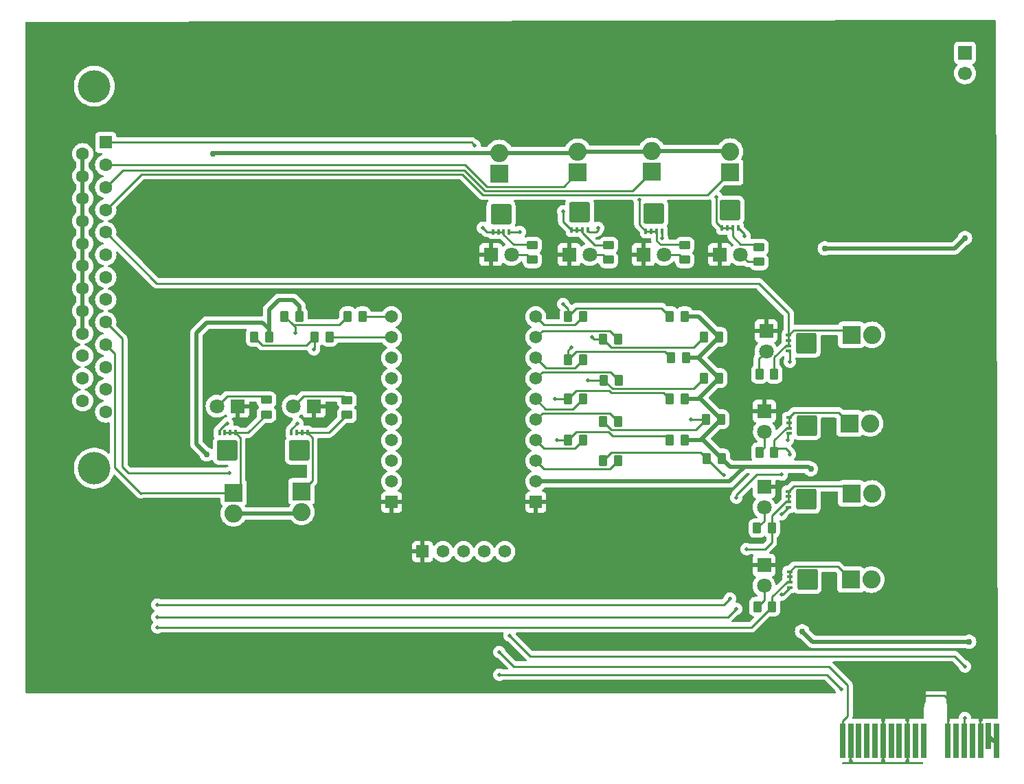
<source format=gbr>
%TF.GenerationSoftware,KiCad,Pcbnew,(6.0.6-0)*%
%TF.CreationDate,2023-04-04T18:07:55-07:00*%
%TF.ProjectId,relay-board,72656c61-792d-4626-9f61-72642e6b6963,rev?*%
%TF.SameCoordinates,Original*%
%TF.FileFunction,Copper,L1,Top*%
%TF.FilePolarity,Positive*%
%FSLAX46Y46*%
G04 Gerber Fmt 4.6, Leading zero omitted, Abs format (unit mm)*
G04 Created by KiCad (PCBNEW (6.0.6-0)) date 2023-04-04 18:07:55*
%MOMM*%
%LPD*%
G01*
G04 APERTURE LIST*
G04 Aperture macros list*
%AMRoundRect*
0 Rectangle with rounded corners*
0 $1 Rounding radius*
0 $2 $3 $4 $5 $6 $7 $8 $9 X,Y pos of 4 corners*
0 Add a 4 corners polygon primitive as box body*
4,1,4,$2,$3,$4,$5,$6,$7,$8,$9,$2,$3,0*
0 Add four circle primitives for the rounded corners*
1,1,$1+$1,$2,$3*
1,1,$1+$1,$4,$5*
1,1,$1+$1,$6,$7*
1,1,$1+$1,$8,$9*
0 Add four rect primitives between the rounded corners*
20,1,$1+$1,$2,$3,$4,$5,0*
20,1,$1+$1,$4,$5,$6,$7,0*
20,1,$1+$1,$6,$7,$8,$9,0*
20,1,$1+$1,$8,$9,$2,$3,0*%
G04 Aperture macros list end*
%TA.AperFunction,SMDPad,CuDef*%
%ADD10RoundRect,0.040000X-0.160000X0.310000X-0.160000X-0.310000X0.160000X-0.310000X0.160000X0.310000X0*%
%TD*%
%TA.AperFunction,SMDPad,CuDef*%
%ADD11RoundRect,0.225900X-1.049100X1.029100X-1.049100X-1.029100X1.049100X-1.029100X1.049100X1.029100X0*%
%TD*%
%TA.AperFunction,ComponentPad*%
%ADD12C,0.406400*%
%TD*%
%TA.AperFunction,SMDPad,CuDef*%
%ADD13RoundRect,0.040000X-0.310000X-0.160000X0.310000X-0.160000X0.310000X0.160000X-0.310000X0.160000X0*%
%TD*%
%TA.AperFunction,SMDPad,CuDef*%
%ADD14RoundRect,0.225900X-1.029100X-1.049100X1.029100X-1.049100X1.029100X1.049100X-1.029100X1.049100X0*%
%TD*%
%TA.AperFunction,ComponentPad*%
%ADD15C,0.460400*%
%TD*%
%TA.AperFunction,SMDPad,CuDef*%
%ADD16RoundRect,0.040000X0.160000X-0.310000X0.160000X0.310000X-0.160000X0.310000X-0.160000X-0.310000X0*%
%TD*%
%TA.AperFunction,SMDPad,CuDef*%
%ADD17RoundRect,0.225900X1.049100X-1.029100X1.049100X1.029100X-1.049100X1.029100X-1.049100X-1.029100X0*%
%TD*%
%TA.AperFunction,ComponentPad*%
%ADD18C,0.406300*%
%TD*%
%TA.AperFunction,ComponentPad*%
%ADD19R,2.240000X2.240000*%
%TD*%
%TA.AperFunction,ComponentPad*%
%ADD20O,2.240000X2.240000*%
%TD*%
%TA.AperFunction,ComponentPad*%
%ADD21R,1.800000X1.800000*%
%TD*%
%TA.AperFunction,ComponentPad*%
%ADD22C,1.800000*%
%TD*%
%TA.AperFunction,SMDPad,CuDef*%
%ADD23RoundRect,0.250000X-0.262500X-0.450000X0.262500X-0.450000X0.262500X0.450000X-0.262500X0.450000X0*%
%TD*%
%TA.AperFunction,ComponentPad*%
%ADD24C,1.560000*%
%TD*%
%TA.AperFunction,ComponentPad*%
%ADD25R,1.560000X1.560000*%
%TD*%
%TA.AperFunction,SMDPad,CuDef*%
%ADD26RoundRect,0.250000X-0.450000X0.262500X-0.450000X-0.262500X0.450000X-0.262500X0.450000X0.262500X0*%
%TD*%
%TA.AperFunction,SMDPad,CuDef*%
%ADD27RoundRect,0.250000X0.262500X0.450000X-0.262500X0.450000X-0.262500X-0.450000X0.262500X-0.450000X0*%
%TD*%
%TA.AperFunction,SMDPad,CuDef*%
%ADD28RoundRect,0.250000X0.450000X-0.262500X0.450000X0.262500X-0.450000X0.262500X-0.450000X-0.262500X0*%
%TD*%
%TA.AperFunction,ConnectorPad*%
%ADD29R,0.700000X4.300000*%
%TD*%
%TA.AperFunction,ConnectorPad*%
%ADD30R,0.700000X3.200000*%
%TD*%
%TA.AperFunction,ComponentPad*%
%ADD31C,1.700000*%
%TD*%
%TA.AperFunction,ComponentPad*%
%ADD32R,1.700000X1.700000*%
%TD*%
%TA.AperFunction,ComponentPad*%
%ADD33C,4.000000*%
%TD*%
%TA.AperFunction,ComponentPad*%
%ADD34R,1.600000X1.600000*%
%TD*%
%TA.AperFunction,ComponentPad*%
%ADD35C,1.600000*%
%TD*%
%TA.AperFunction,ViaPad*%
%ADD36C,0.508000*%
%TD*%
%TA.AperFunction,ViaPad*%
%ADD37C,0.762000*%
%TD*%
%TA.AperFunction,Conductor*%
%ADD38C,0.254000*%
%TD*%
%TA.AperFunction,Conductor*%
%ADD39C,0.508000*%
%TD*%
G04 APERTURE END LIST*
D10*
%TO.P,RELAY9,1*%
%TO.N,RELAY9*%
X116291000Y-80152000D03*
%TO.P,RELAY9,2*%
X115641000Y-80152000D03*
%TO.P,RELAY9,3*%
X114991000Y-80152000D03*
%TO.P,RELAY9,4*%
%TO.N,Net-(Q9-Pad4)*%
X114341000Y-80152000D03*
D11*
%TO.P,RELAY9,9*%
%TO.N,+5V*%
X115316000Y-82347000D03*
D12*
%TO.P,RELAY9,9_1*%
X115316000Y-82399000D03*
%TO.P,RELAY9,9_2*%
X115316000Y-81494000D03*
%TO.P,RELAY9,9_3*%
X116291000Y-81947000D03*
%TO.P,RELAY9,9_4*%
X116291000Y-82852000D03*
%TO.P,RELAY9,9_5*%
X115316000Y-83304000D03*
%TO.P,RELAY9,9_6*%
X114341000Y-81947000D03*
%TO.P,RELAY9,9_7*%
X114341000Y-82852000D03*
%TD*%
D10*
%TO.P,RELAY10,1*%
%TO.N,RELAY10*%
X107406000Y-80152000D03*
%TO.P,RELAY10,2*%
X106756000Y-80152000D03*
%TO.P,RELAY10,3*%
X106106000Y-80152000D03*
%TO.P,RELAY10,4*%
%TO.N,Net-(Q10-Pad4)*%
X105456000Y-80152000D03*
D11*
%TO.P,RELAY10,9*%
%TO.N,+5V*%
X106431000Y-82347000D03*
D12*
%TO.P,RELAY10,9_1*%
X106431000Y-82399000D03*
%TO.P,RELAY10,9_2*%
X106431000Y-81494000D03*
%TO.P,RELAY10,9_3*%
X107406000Y-81947000D03*
%TO.P,RELAY10,9_4*%
X107406000Y-82852000D03*
%TO.P,RELAY10,9_5*%
X106431000Y-83304000D03*
%TO.P,RELAY10,9_6*%
X105456000Y-81947000D03*
%TO.P,RELAY10,9_7*%
X105456000Y-82852000D03*
%TD*%
D13*
%TO.P,RELAY8,1*%
%TO.N,RELAY8*%
X175733000Y-97282000D03*
%TO.P,RELAY8,2*%
X175733000Y-97932000D03*
%TO.P,RELAY8,3*%
X175733000Y-98582000D03*
%TO.P,RELAY8,4*%
%TO.N,Net-(Q6-Pad4)*%
X175733000Y-99232000D03*
D14*
%TO.P,RELAY8,9*%
%TO.N,+5V*%
X177928000Y-98257000D03*
D12*
%TO.P,RELAY8,9_1*%
X177980000Y-98257000D03*
%TO.P,RELAY8,9_2*%
X177075000Y-98257000D03*
%TO.P,RELAY8,9_3*%
X177528000Y-97282000D03*
%TO.P,RELAY8,9_4*%
X178433000Y-97282000D03*
%TO.P,RELAY8,9_5*%
X178885000Y-98257000D03*
%TO.P,RELAY8,9_6*%
X177528000Y-99232000D03*
%TO.P,RELAY8,9_7*%
X178433000Y-99232000D03*
%TD*%
D13*
%TO.P,RELAY7,1*%
%TO.N,RELAY7*%
X175616000Y-87376000D03*
%TO.P,RELAY7,2*%
X175616000Y-88026000D03*
%TO.P,RELAY7,3*%
X175616000Y-88676000D03*
%TO.P,RELAY7,4*%
%TO.N,Net-(Q3-Pad4)*%
X175616000Y-89326000D03*
D14*
%TO.P,RELAY7,9*%
%TO.N,+5V*%
X177811000Y-88351000D03*
D12*
%TO.P,RELAY7,9_1*%
X177863000Y-88351000D03*
%TO.P,RELAY7,9_2*%
X176958000Y-88351000D03*
%TO.P,RELAY7,9_3*%
X177411000Y-87376000D03*
%TO.P,RELAY7,9_4*%
X178316000Y-87376000D03*
%TO.P,RELAY7,9_5*%
X178768000Y-88351000D03*
%TO.P,RELAY7,9_6*%
X177411000Y-89326000D03*
%TO.P,RELAY7,9_7*%
X178316000Y-89326000D03*
%TD*%
D13*
%TO.P,RELAY6,1*%
%TO.N,RELAY6*%
X175656000Y-78273000D03*
%TO.P,RELAY6,2*%
X175656000Y-78923000D03*
%TO.P,RELAY6,3*%
X175656000Y-79573000D03*
%TO.P,RELAY6,4*%
%TO.N,Net-(Q8-Pad4)*%
X175656000Y-80223000D03*
D14*
%TO.P,RELAY6,9*%
%TO.N,+5V*%
X177851000Y-79248000D03*
D12*
%TO.P,RELAY6,9_1*%
X177903000Y-79248000D03*
%TO.P,RELAY6,9_2*%
X176998000Y-79248000D03*
%TO.P,RELAY6,9_3*%
X177451000Y-78273000D03*
%TO.P,RELAY6,9_4*%
X178356000Y-78273000D03*
%TO.P,RELAY6,9_5*%
X178808000Y-79248000D03*
%TO.P,RELAY6,9_6*%
X177451000Y-80223000D03*
%TO.P,RELAY6,9_7*%
X178356000Y-80223000D03*
%TD*%
D13*
%TO.P,RELAY5,1*%
%TO.N,RELAY5*%
X175616000Y-68113000D03*
%TO.P,RELAY5,2*%
X175616000Y-68763000D03*
%TO.P,RELAY5,3*%
X175616000Y-69413000D03*
%TO.P,RELAY5,4*%
%TO.N,Net-(Q5-Pad4)*%
X175616000Y-70063000D03*
D14*
%TO.P,RELAY5,9*%
%TO.N,+5V*%
X177811000Y-69088000D03*
D15*
%TO.P,RELAY5,9_1*%
X177863000Y-69088000D03*
%TO.P,RELAY5,9_2*%
X176958000Y-69088000D03*
%TO.P,RELAY5,9_3*%
X177411000Y-68113000D03*
%TO.P,RELAY5,9_4*%
X178316000Y-68113000D03*
%TO.P,RELAY5,9_5*%
X178768000Y-69088000D03*
%TO.P,RELAY5,9_6*%
X177411000Y-70063000D03*
%TO.P,RELAY5,9_7*%
X178316000Y-70063000D03*
%TD*%
D16*
%TO.P,RELAY1,1*%
%TO.N,RELAY1*%
X139192000Y-55389000D03*
%TO.P,RELAY1,2*%
X139842000Y-55389000D03*
%TO.P,RELAY1,3*%
X140492000Y-55389000D03*
%TO.P,RELAY1,4*%
%TO.N,Net-(Q1-Pad4)*%
X141142000Y-55389000D03*
D17*
%TO.P,RELAY1,9*%
%TO.N,+5V*%
X140167000Y-53194000D03*
D12*
%TO.P,RELAY1,9_1*%
X140167000Y-53142000D03*
%TO.P,RELAY1,9_2*%
X140167000Y-54047000D03*
%TO.P,RELAY1,9_3*%
X139192000Y-53594000D03*
%TO.P,RELAY1,9_4*%
X139192000Y-52689000D03*
%TO.P,RELAY1,9_5*%
X140167000Y-52237000D03*
%TO.P,RELAY1,9_6*%
X141142000Y-53594000D03*
%TO.P,RELAY1,9_7*%
X141142000Y-52689000D03*
%TD*%
D16*
%TO.P,RELAY2,1*%
%TO.N,RELAY2*%
X148885000Y-55144000D03*
%TO.P,RELAY2,2*%
X149535000Y-55144000D03*
%TO.P,RELAY2,3*%
X150185000Y-55144000D03*
%TO.P,RELAY2,4*%
%TO.N,Net-(Q4-Pad4)*%
X150835000Y-55144000D03*
D17*
%TO.P,RELAY2,9*%
%TO.N,+5V*%
X149860000Y-52949000D03*
D12*
%TO.P,RELAY2,9_1*%
X149860000Y-52897000D03*
%TO.P,RELAY2,9_2*%
X149860000Y-53802000D03*
%TO.P,RELAY2,9_3*%
X148885000Y-53349000D03*
%TO.P,RELAY2,9_4*%
X148885000Y-52444000D03*
%TO.P,RELAY2,9_5*%
X149860000Y-51992000D03*
%TO.P,RELAY2,9_6*%
X150835000Y-53349000D03*
%TO.P,RELAY2,9_7*%
X150835000Y-52444000D03*
%TD*%
D16*
%TO.P,RELAY3,1*%
%TO.N,RELAY3*%
X158029000Y-55281000D03*
%TO.P,RELAY3,2*%
X158679000Y-55281000D03*
%TO.P,RELAY3,3*%
X159329000Y-55281000D03*
%TO.P,RELAY3,4*%
%TO.N,Net-(Q7-Pad4)*%
X159979000Y-55281000D03*
D17*
%TO.P,RELAY3,9*%
%TO.N,+5V*%
X159004000Y-53086000D03*
D12*
%TO.P,RELAY3,9_1*%
X159004000Y-53034000D03*
%TO.P,RELAY3,9_2*%
X159004000Y-53939000D03*
%TO.P,RELAY3,9_3*%
X158029000Y-53486000D03*
D18*
%TO.P,RELAY3,9_4*%
X158029000Y-52581000D03*
D12*
%TO.P,RELAY3,9_5*%
X159004000Y-52129000D03*
%TO.P,RELAY3,9_6*%
X159979000Y-53486000D03*
%TO.P,RELAY3,9_7*%
X159979000Y-52581000D03*
%TD*%
D16*
%TO.P,RELAY4,1*%
%TO.N,RELAY4*%
X167427000Y-54890000D03*
%TO.P,RELAY4,2*%
X168077000Y-54890000D03*
%TO.P,RELAY4,3*%
X168727000Y-54890000D03*
%TO.P,RELAY4,4*%
%TO.N,Net-(Q2-Pad4)*%
X169377000Y-54890000D03*
D17*
%TO.P,RELAY4,9*%
%TO.N,+5V*%
X168402000Y-52695000D03*
D12*
%TO.P,RELAY4,9_1*%
X168402000Y-52643000D03*
%TO.P,RELAY4,9_2*%
X168402000Y-53548000D03*
%TO.P,RELAY4,9_3*%
X167427000Y-53095000D03*
%TO.P,RELAY4,9_4*%
X167427000Y-52190000D03*
%TO.P,RELAY4,9_5*%
X168402000Y-51738000D03*
%TO.P,RELAY4,9_6*%
X169377000Y-53095000D03*
%TO.P,RELAY4,9_7*%
X169377000Y-52190000D03*
%TD*%
D19*
%TO.P,D14,1,K*%
%TO.N,RELAY6*%
X183134000Y-78994000D03*
D20*
%TO.P,D14,2,A*%
%TO.N,/-7V*%
X185674000Y-78994000D03*
%TD*%
D21*
%TO.P,D3,1,K*%
%TO.N,GND*%
X138933000Y-58166000D03*
D22*
%TO.P,D3,2,A*%
%TO.N,Net-(D3-Pad2)*%
X141473000Y-58166000D03*
%TD*%
D19*
%TO.P,D7,1,K*%
%TO.N,RELAY2*%
X149647000Y-48015000D03*
D20*
%TO.P,D7,2,A*%
%TO.N,/-7V*%
X149647000Y-45475000D03*
%TD*%
D21*
%TO.P,D9,1,K*%
%TO.N,GND*%
X148585000Y-58166000D03*
D22*
%TO.P,D9,2,A*%
%TO.N,Net-(D9-Pad2)*%
X151125000Y-58166000D03*
%TD*%
D23*
%TO.P,R8,1*%
%TO.N,Net-(Q3-Pad4)*%
X160989000Y-81026000D03*
%TO.P,R8,2*%
%TO.N,+5V*%
X162814000Y-81026000D03*
%TD*%
D24*
%TO.P,U1,1,P10*%
%TO.N,SIGNAL10*%
X126674900Y-65851500D03*
%TO.P,U1,2,P11*%
%TO.N,SIGNAL9*%
X126674900Y-68391500D03*
%TO.P,U1,3,P12*%
%TO.N,unconnected-(U1-Pad3)*%
X126674900Y-70931500D03*
%TO.P,U1,4,P13*%
%TO.N,unconnected-(U1-Pad4)*%
X126674900Y-73471500D03*
%TO.P,U1,5,P14*%
%TO.N,unconnected-(U1-Pad5)*%
X126674900Y-76011500D03*
%TO.P,U1,6,P15*%
%TO.N,unconnected-(U1-Pad6)*%
X126674900Y-78551500D03*
%TO.P,U1,7,P16*%
%TO.N,unconnected-(U1-Pad7)*%
X126674900Y-81091500D03*
%TO.P,U1,8,P17*%
%TO.N,unconnected-(U1-Pad8)*%
X126674900Y-83631500D03*
%TO.P,U1,9,VDD*%
%TO.N,+5V*%
X126674900Y-86171500D03*
D25*
%TO.P,U1,10,GND*%
%TO.N,GND*%
X126674900Y-88711500D03*
%TO.P,U1,11,GND*%
X130484900Y-94807500D03*
D24*
%TO.P,U1,12,VCC*%
%TO.N,+5V*%
X133024900Y-94807500D03*
%TO.P,U1,13,SDA*%
%TO.N,RL SDA*%
X135564900Y-94807500D03*
%TO.P,U1,14,SCL*%
%TO.N,RL SCL*%
X138104900Y-94807500D03*
%TO.P,U1,15,INT*%
%TO.N,RL INT*%
X140644900Y-94807500D03*
D25*
%TO.P,U1,16,GND*%
%TO.N,GND*%
X144454340Y-88711500D03*
D24*
%TO.P,U1,17,VDD*%
%TO.N,+5V*%
X144454340Y-86171500D03*
%TO.P,U1,18,P00*%
%TO.N,SIGNAL8*%
X144454340Y-83631500D03*
%TO.P,U1,19,P01*%
%TO.N,SIGNAL7*%
X144454340Y-81091500D03*
%TO.P,U1,20,P02*%
%TO.N,SIGNAL6*%
X144454340Y-78551500D03*
%TO.P,U1,21,P03*%
%TO.N,SIGNAL5*%
X144454340Y-76011500D03*
%TO.P,U1,22,P04*%
%TO.N,SIGNAL4*%
X144454340Y-73471500D03*
%TO.P,U1,23,P05*%
%TO.N,SIGNAL3*%
X144454340Y-70931500D03*
%TO.P,U1,24,P06*%
%TO.N,SIGNAL2*%
X144454340Y-68391500D03*
%TO.P,U1,25,P07*%
%TO.N,SIGNAL1*%
X144454340Y-65851500D03*
%TD*%
D23*
%TO.P,R9,1*%
%TO.N,Net-(Q4-Pad4)*%
X152757500Y-68580000D03*
%TO.P,R9,2*%
%TO.N,SIGNAL2*%
X154582500Y-68580000D03*
%TD*%
%TO.P,R27,1*%
%TO.N,Net-(Q9-Pad4)*%
X109728000Y-68326000D03*
%TO.P,R27,2*%
%TO.N,+5V*%
X111553000Y-68326000D03*
%TD*%
%TO.P,R25,1*%
%TO.N,Net-(Q9-Pad4)*%
X117197500Y-68326000D03*
%TO.P,R25,2*%
%TO.N,SIGNAL9*%
X119022500Y-68326000D03*
%TD*%
D21*
%TO.P,D20,1,K*%
%TO.N,GND*%
X107706000Y-76876000D03*
D22*
%TO.P,D20,2,A*%
%TO.N,Net-(D20-Pad2)*%
X105166000Y-76876000D03*
%TD*%
D26*
%TO.P,R23,1*%
%TO.N,RELAY3*%
X162814000Y-56999500D03*
%TO.P,R23,2*%
%TO.N,Net-(D15-Pad2)*%
X162814000Y-58824500D03*
%TD*%
D23*
%TO.P,R3,1*%
%TO.N,Net-(Q1-Pad4)*%
X160989000Y-65786000D03*
%TO.P,R3,2*%
%TO.N,+5V*%
X162814000Y-65786000D03*
%TD*%
%TO.P,R19,1*%
%TO.N,Net-(Q8-Pad4)*%
X152757500Y-78740000D03*
%TO.P,R19,2*%
%TO.N,SIGNAL6*%
X154582500Y-78740000D03*
%TD*%
D26*
%TO.P,R6,1*%
%TO.N,RELAY4*%
X171958000Y-57253500D03*
%TO.P,R6,2*%
%TO.N,Net-(D4-Pad2)*%
X171958000Y-59078500D03*
%TD*%
D19*
%TO.P,D17,1,K*%
%TO.N,RELAY9*%
X115570000Y-87376000D03*
D20*
%TO.P,D17,2,A*%
%TO.N,/-7V*%
X115570000Y-89916000D03*
%TD*%
D21*
%TO.P,D4,1,K*%
%TO.N,GND*%
X167132000Y-58166000D03*
D22*
%TO.P,D4,2,A*%
%TO.N,Net-(D4-Pad2)*%
X169672000Y-58166000D03*
%TD*%
D23*
%TO.P,R20,1*%
%TO.N,Net-(Q7-Pad4)*%
X161139500Y-70866000D03*
%TO.P,R20,2*%
%TO.N,+5V*%
X162964500Y-70866000D03*
%TD*%
D27*
%TO.P,R24,1*%
%TO.N,RELAY6*%
X173846500Y-82550000D03*
%TO.P,R24,2*%
%TO.N,Net-(D16-Pad2)*%
X172021500Y-82550000D03*
%TD*%
D26*
%TO.P,R5,1*%
%TO.N,RELAY1*%
X144018000Y-56999500D03*
%TO.P,R5,2*%
%TO.N,Net-(D3-Pad2)*%
X144018000Y-58824500D03*
%TD*%
D28*
%TO.P,R30,1*%
%TO.N,RELAY10*%
X111257000Y-77892000D03*
%TO.P,R30,2*%
%TO.N,Net-(D20-Pad2)*%
X111257000Y-76067000D03*
%TD*%
D23*
%TO.P,R1,1*%
%TO.N,Net-(Q1-Pad4)*%
X148439500Y-65786000D03*
%TO.P,R1,2*%
%TO.N,SIGNAL1*%
X150264500Y-65786000D03*
%TD*%
D19*
%TO.P,D2,1,K*%
%TO.N,RELAY4*%
X168402000Y-48006000D03*
D20*
%TO.P,D2,2,A*%
%TO.N,/-7V*%
X168402000Y-45466000D03*
%TD*%
D23*
%TO.P,R4,1*%
%TO.N,Net-(Q2-Pad4)*%
X165203500Y-73406000D03*
%TO.P,R4,2*%
%TO.N,+5V*%
X167028500Y-73406000D03*
%TD*%
D19*
%TO.P,D1,1,K*%
%TO.N,RELAY1*%
X139954000Y-48174000D03*
D20*
%TO.P,D1,2,A*%
%TO.N,/-7V*%
X139954000Y-45634000D03*
%TD*%
D19*
%TO.P,D13,1,K*%
%TO.N,RELAY3*%
X158750000Y-47920000D03*
D20*
%TO.P,D13,2,A*%
%TO.N,/-7V*%
X158750000Y-45380000D03*
%TD*%
D21*
%TO.P,D10,1,K*%
%TO.N,GND*%
X172848000Y-67564000D03*
D22*
%TO.P,D10,2,A*%
%TO.N,Net-(D10-Pad2)*%
X172848000Y-70104000D03*
%TD*%
D21*
%TO.P,D6,1,K*%
%TO.N,GND*%
X172594000Y-86822000D03*
D22*
%TO.P,D6,2,A*%
%TO.N,Net-(D6-Pad2)*%
X172594000Y-89362000D03*
%TD*%
D28*
%TO.P,R29,1*%
%TO.N,RELAY9*%
X121163000Y-77939000D03*
%TO.P,R29,2*%
%TO.N,Net-(D19-Pad2)*%
X121163000Y-76114000D03*
%TD*%
D21*
%TO.P,D19,1,K*%
%TO.N,GND*%
X117099000Y-76876000D03*
D22*
%TO.P,D19,2,A*%
%TO.N,Net-(D19-Pad2)*%
X114559000Y-76876000D03*
%TD*%
D23*
%TO.P,R7,1*%
%TO.N,Net-(Q3-Pad4)*%
X148439500Y-81026000D03*
%TO.P,R7,2*%
%TO.N,SIGNAL7*%
X150264500Y-81026000D03*
%TD*%
D29*
%TO.P,J1,B18,Pin_b18*%
%TO.N,+3.3V*%
X201270000Y-118098000D03*
D30*
%TO.P,J1,B17,Pin_b17*%
X200270000Y-117548000D03*
D29*
%TO.P,J1,B16,Pin_b16*%
%TO.N,GND*%
X199270000Y-118098000D03*
%TO.P,J1,B15,Pin_b15*%
%TO.N,unconnected-(J1-PadB15)*%
X198270000Y-118098000D03*
%TO.P,J1,B14,Pin_b14*%
%TO.N,RL INT*%
X197270000Y-118098000D03*
%TO.P,J1,B13,Pin_b13*%
%TO.N,unconnected-(J1-PadB13)*%
X196270000Y-118098000D03*
%TO.P,J1,B12,Pin_b12*%
%TO.N,GND*%
X195270000Y-118098000D03*
%TO.P,J1,B11,Pin_b11*%
%TO.N,unconnected-(J1-PadB11)*%
X192270000Y-118098000D03*
%TO.P,J1,B10,Pin_b10*%
%TO.N,unconnected-(J1-PadB10)*%
X191270000Y-118098000D03*
%TO.P,J1,B9,Pin_b9*%
%TO.N,GND*%
X190270000Y-118098000D03*
%TO.P,J1,B8,Pin_b8*%
%TO.N,unconnected-(J1-PadB8)*%
X189270000Y-118098000D03*
%TO.P,J1,B7,Pin_b7*%
%TO.N,unconnected-(J1-PadB7)*%
X188270000Y-118098000D03*
%TO.P,J1,B6,Pin_b6*%
%TO.N,GND*%
X187270000Y-118098000D03*
%TO.P,J1,B5,Pin_b5*%
%TO.N,unconnected-(J1-PadB5)*%
X186270000Y-118098000D03*
%TO.P,J1,B4,Pin_b4*%
%TO.N,unconnected-(J1-PadB4)*%
X185270000Y-118098000D03*
%TO.P,J1,B3,Pin_b3*%
%TO.N,unconnected-(J1-PadB3)*%
X184270000Y-118098000D03*
%TO.P,J1,B2,Pin_b2*%
%TO.N,GND*%
X183270000Y-118098000D03*
%TO.P,J1,B1,Pin_b1*%
%TO.N,RL SCL*%
X182270000Y-118098000D03*
%TD*%
D23*
%TO.P,R21,1*%
%TO.N,Net-(Q8-Pad4)*%
X165457500Y-78486000D03*
%TO.P,R21,2*%
%TO.N,+5V*%
X167282500Y-78486000D03*
%TD*%
D27*
%TO.P,R15,1*%
%TO.N,RELAY5*%
X173846500Y-72898000D03*
%TO.P,R15,2*%
%TO.N,Net-(D10-Pad2)*%
X172021500Y-72898000D03*
%TD*%
D23*
%TO.P,R2,1*%
%TO.N,Net-(Q2-Pad4)*%
X152861000Y-73660000D03*
%TO.P,R2,2*%
%TO.N,SIGNAL4*%
X154686000Y-73660000D03*
%TD*%
%TO.P,R16,1*%
%TO.N,Net-(Q6-Pad4)*%
X152757500Y-83566000D03*
%TO.P,R16,2*%
%TO.N,SIGNAL8*%
X154582500Y-83566000D03*
%TD*%
D21*
%TO.P,D16,1,K*%
%TO.N,GND*%
X172634000Y-77465000D03*
D22*
%TO.P,D16,2,A*%
%TO.N,Net-(D16-Pad2)*%
X172634000Y-80005000D03*
%TD*%
D23*
%TO.P,R28,1*%
%TO.N,Net-(Q10-Pad4)*%
X113491000Y-65786000D03*
%TO.P,R28,2*%
%TO.N,+5V*%
X115316000Y-65786000D03*
%TD*%
D19*
%TO.P,D8,1,K*%
%TO.N,RELAY5*%
X183348000Y-68072000D03*
D20*
%TO.P,D8,2,A*%
%TO.N,/-7V*%
X185888000Y-68072000D03*
%TD*%
D23*
%TO.P,R13,1*%
%TO.N,Net-(Q5-Pad4)*%
X160989000Y-75946000D03*
%TO.P,R13,2*%
%TO.N,+5V*%
X162814000Y-75946000D03*
%TD*%
%TO.P,R26,1*%
%TO.N,Net-(Q10-Pad4)*%
X121261500Y-65786000D03*
%TO.P,R26,2*%
%TO.N,SIGNAL10*%
X123086500Y-65786000D03*
%TD*%
D21*
%TO.P,D15,1,K*%
%TO.N,GND*%
X157729000Y-58166000D03*
D22*
%TO.P,D15,2,A*%
%TO.N,Net-(D15-Pad2)*%
X160269000Y-58166000D03*
%TD*%
D31*
%TO.P,J3,1,Pin_1*%
%TO.N,+5V*%
X197358000Y-35814000D03*
D32*
%TO.P,J3,2,Pin_2*%
%TO.N,/-7V*%
X197358000Y-33274000D03*
%TD*%
D23*
%TO.P,R12,1*%
%TO.N,Net-(Q4-Pad4)*%
X165203500Y-68326000D03*
%TO.P,R12,2*%
%TO.N,+5V*%
X167028500Y-68326000D03*
%TD*%
%TO.P,R17,1*%
%TO.N,Net-(Q6-Pad4)*%
X165561000Y-83312000D03*
%TO.P,R17,2*%
%TO.N,+5V*%
X167386000Y-83312000D03*
%TD*%
D33*
%TO.P,J2,0*%
%TO.N,N/C*%
X90020000Y-37415000D03*
X90020000Y-84515000D03*
D34*
%TO.P,J2,1,1*%
%TO.N,RELAY1*%
X91440000Y-44345000D03*
D35*
%TO.P,J2,2,2*%
%TO.N,RELAY2*%
X91440000Y-47115000D03*
%TO.P,J2,3,3*%
%TO.N,RELAY3*%
X91440000Y-49885000D03*
%TO.P,J2,4,4*%
%TO.N,RELAY4*%
X91440000Y-52655000D03*
%TO.P,J2,5,5*%
%TO.N,RELAY5*%
X91440000Y-55425000D03*
%TO.P,J2,6,6*%
%TO.N,RELAY6*%
X91440000Y-58195000D03*
%TO.P,J2,7,7*%
%TO.N,RELAY7*%
X91440000Y-60965000D03*
%TO.P,J2,8,8*%
%TO.N,RELAY8*%
X91440000Y-63735000D03*
%TO.P,J2,9,9*%
%TO.N,RELAY9*%
X91440000Y-66505000D03*
%TO.P,J2,10,10*%
%TO.N,RELAY10*%
X91440000Y-69275000D03*
%TO.P,J2,11,11*%
%TO.N,unconnected-(J2-Pad11)*%
X91440000Y-72045000D03*
%TO.P,J2,12,12*%
%TO.N,unconnected-(J2-Pad12)*%
X91440000Y-74815000D03*
%TO.P,J2,13,13*%
%TO.N,unconnected-(J2-Pad13)*%
X91440000Y-77585000D03*
%TO.P,J2,14,P14*%
%TO.N,/-7V*%
X88600000Y-45730000D03*
%TO.P,J2,15,P15*%
X88600000Y-48500000D03*
%TO.P,J2,16,P16*%
X88600000Y-51270000D03*
%TO.P,J2,17,P17*%
X88600000Y-54040000D03*
%TO.P,J2,18,P18*%
X88600000Y-56810000D03*
%TO.P,J2,19,P19*%
X88600000Y-59580000D03*
%TO.P,J2,20,P20*%
X88600000Y-62350000D03*
%TO.P,J2,21,P21*%
X88600000Y-65120000D03*
%TO.P,J2,22,P22*%
X88600000Y-67890000D03*
%TO.P,J2,23,P23*%
%TO.N,unconnected-(J2-Pad23)*%
X88600000Y-70660000D03*
%TO.P,J2,24,P24*%
%TO.N,unconnected-(J2-Pad24)*%
X88600000Y-73430000D03*
%TO.P,J2,25,P25*%
%TO.N,unconnected-(J2-Pad25)*%
X88600000Y-76200000D03*
%TD*%
D19*
%TO.P,D5,1,K*%
%TO.N,RELAY7*%
X183348000Y-87630000D03*
D20*
%TO.P,D5,2,A*%
%TO.N,/-7V*%
X185888000Y-87630000D03*
%TD*%
D21*
%TO.P,D12,1,K*%
%TO.N,GND*%
X172594000Y-96474000D03*
D22*
%TO.P,D12,2,A*%
%TO.N,Net-(D12-Pad2)*%
X172594000Y-99014000D03*
%TD*%
D23*
%TO.P,R11,1*%
%TO.N,Net-(Q5-Pad4)*%
X148439500Y-75946000D03*
%TO.P,R11,2*%
%TO.N,SIGNAL5*%
X150264500Y-75946000D03*
%TD*%
D19*
%TO.P,D11,1,K*%
%TO.N,RELAY8*%
X183262000Y-98257000D03*
D20*
%TO.P,D11,2,A*%
%TO.N,/-7V*%
X185802000Y-98257000D03*
%TD*%
D26*
%TO.P,R14,1*%
%TO.N,RELAY2*%
X153416000Y-56999500D03*
%TO.P,R14,2*%
%TO.N,Net-(D9-Pad2)*%
X153416000Y-58824500D03*
%TD*%
D27*
%TO.P,R22,1*%
%TO.N,RELAY8*%
X173592500Y-101600000D03*
%TO.P,R22,2*%
%TO.N,Net-(D12-Pad2)*%
X171767500Y-101600000D03*
%TD*%
%TO.P,R10,1*%
%TO.N,RELAY7*%
X173552500Y-91907000D03*
%TO.P,R10,2*%
%TO.N,Net-(D6-Pad2)*%
X171727500Y-91907000D03*
%TD*%
D19*
%TO.P,D18,1,K*%
%TO.N,RELAY10*%
X107193000Y-87544000D03*
D20*
%TO.P,D18,2,A*%
%TO.N,/-7V*%
X107193000Y-90084000D03*
%TD*%
D23*
%TO.P,R18,1*%
%TO.N,Net-(Q7-Pad4)*%
X148439500Y-71120000D03*
%TO.P,R18,2*%
%TO.N,SIGNAL3*%
X150264500Y-71120000D03*
%TD*%
D36*
%TO.N,GND*%
X191008000Y-114046000D03*
%TO.N,RELAY1*%
X136906000Y-44704000D03*
X137922000Y-54864000D03*
D37*
%TO.N,/-7V*%
X104648000Y-45720000D03*
D36*
%TO.N,RELAY4*%
X166727500Y-51054000D03*
%TO.N,RELAY7*%
X169164000Y-101854000D03*
X170434000Y-94488000D03*
X97790000Y-102870000D03*
%TO.N,RELAY2*%
X147828000Y-52832000D03*
%TO.N,RELAY8*%
X97790000Y-104140000D03*
%TO.N,RELAY3*%
X157226000Y-51380500D03*
%TO.N,RELAY6*%
X169164000Y-88138000D03*
X174781476Y-85314524D03*
X168402000Y-100584000D03*
X97790000Y-101346000D03*
X175768000Y-82804000D03*
D37*
%TO.N,+5V*%
X197866000Y-105918000D03*
X197358000Y-56134000D03*
X103886000Y-82804000D03*
X178356000Y-84630000D03*
X177292000Y-104648000D03*
X180086000Y-57404000D03*
D36*
%TO.N,RL INT*%
X197358000Y-115316000D03*
X141224000Y-105156000D03*
X197358000Y-108966000D03*
%TO.N,Net-(Q1-Pad4)*%
X147828000Y-64262000D03*
X142494000Y-55372000D03*
%TO.N,Net-(Q2-Pad4)*%
X170180000Y-55880000D03*
X150876000Y-73660000D03*
%TO.N,Net-(Q3-Pad4)*%
X147066000Y-81026000D03*
X174752000Y-90170000D03*
%TO.N,Net-(Q4-Pad4)*%
X152146000Y-54864000D03*
X151384000Y-68326000D03*
%TO.N,Net-(Q5-Pad4)*%
X146812000Y-75946000D03*
X175768000Y-71374000D03*
%TO.N,Net-(Q6-Pad4)*%
X174752000Y-100076000D03*
X167640000Y-85344000D03*
%TO.N,Net-(Q7-Pad4)*%
X148844000Y-69596000D03*
X160020000Y-56134000D03*
%TO.N,Net-(Q8-Pad4)*%
X175514000Y-81026000D03*
X163576000Y-78486000D03*
%TO.N,Net-(Q9-Pad4)*%
X115062000Y-78994000D03*
X117094000Y-69850000D03*
%TO.N,Net-(Q10-Pad4)*%
X114808000Y-67818000D03*
X106426000Y-78994000D03*
%TO.N,RL SDA*%
X139954000Y-109982000D03*
X182118000Y-111760000D03*
%TO.N,RL SCL*%
X139954000Y-107188000D03*
%TO.N,RELAY9*%
X106680000Y-85090000D03*
%TD*%
D38*
%TO.N,GND*%
X192532000Y-112522000D02*
X194818000Y-112522000D01*
X191008000Y-114046000D02*
X192532000Y-112522000D01*
X194818000Y-112522000D02*
X195270000Y-112974000D01*
X195270000Y-112974000D02*
X195270000Y-118098000D01*
X190270000Y-114784000D02*
X191008000Y-114046000D01*
X190270000Y-118098000D02*
X190270000Y-114784000D01*
D39*
%TO.N,/-7V*%
X88600000Y-65120000D02*
X88600000Y-67890000D01*
X88600000Y-62350000D02*
X88600000Y-65120000D01*
D38*
%TO.N,Net-(Q2-Pad4)*%
X170180000Y-55880000D02*
X170180000Y-55693000D01*
X170180000Y-55693000D02*
X169377000Y-54890000D01*
%TO.N,Net-(Q3-Pad4)*%
X148439500Y-81026000D02*
X147066000Y-81026000D01*
%TO.N,Net-(Q2-Pad4)*%
X152861000Y-73660000D02*
X150876000Y-73660000D01*
%TO.N,Net-(Q5-Pad4)*%
X148439500Y-75946000D02*
X146812000Y-75946000D01*
%TO.N,Net-(Q8-Pad4)*%
X165457500Y-78486000D02*
X163576000Y-78486000D01*
%TO.N,RELAY3*%
X157226000Y-51380500D02*
X157226000Y-54478000D01*
X157226000Y-54478000D02*
X158029000Y-55281000D01*
%TO.N,RELAY6*%
X174781476Y-85314524D02*
X171705796Y-85314524D01*
X171705796Y-85314524D02*
X169164000Y-87856320D01*
X169164000Y-87856320D02*
X169164000Y-88138000D01*
%TO.N,RELAY1*%
X139192000Y-55389000D02*
X138447000Y-55389000D01*
X143957500Y-56939000D02*
X144018000Y-56999500D01*
X140492000Y-55389000D02*
X140492000Y-55728016D01*
X138447000Y-55389000D02*
X137922000Y-54864000D01*
X91440000Y-44345000D02*
X136547000Y-44345000D01*
X140492000Y-55728016D02*
X141702984Y-56939000D01*
X141702984Y-56939000D02*
X143957500Y-56939000D01*
X136547000Y-44345000D02*
X136906000Y-44704000D01*
X139192000Y-55389000D02*
X140492000Y-55389000D01*
D39*
%TO.N,/-7V*%
X158655000Y-45475000D02*
X158750000Y-45380000D01*
X139954000Y-45634000D02*
X149488000Y-45634000D01*
X168316000Y-45380000D02*
X168402000Y-45466000D01*
X158750000Y-45380000D02*
X168316000Y-45380000D01*
X149488000Y-45634000D02*
X149647000Y-45475000D01*
X115402000Y-90084000D02*
X115570000Y-89916000D01*
X149647000Y-45475000D02*
X158655000Y-45475000D01*
X104648000Y-45720000D02*
X104734000Y-45634000D01*
X104734000Y-45634000D02*
X139954000Y-45634000D01*
X107193000Y-90084000D02*
X115402000Y-90084000D01*
X88600000Y-45730000D02*
X88600000Y-62350000D01*
D38*
%TO.N,RELAY4*%
X167427000Y-54890000D02*
X168727000Y-54890000D01*
X169688709Y-56896000D02*
X171600500Y-56896000D01*
X137922000Y-50800000D02*
X165608000Y-50800000D01*
X166727500Y-51054000D02*
X166727500Y-54190500D01*
X168727000Y-54890000D02*
X168727000Y-55934291D01*
X91440000Y-52655000D02*
X95835000Y-48260000D01*
X95835000Y-48260000D02*
X135382000Y-48260000D01*
X166727500Y-54190500D02*
X167427000Y-54890000D01*
X171600500Y-56896000D02*
X171958000Y-57253500D01*
X168727000Y-55934291D02*
X169688709Y-56896000D01*
X165608000Y-50800000D02*
X168402000Y-48006000D01*
X135382000Y-48260000D02*
X137922000Y-50800000D01*
%TO.N,Net-(D3-Pad2)*%
X143359500Y-58166000D02*
X144018000Y-58824500D01*
X141473000Y-58166000D02*
X143359500Y-58166000D01*
%TO.N,Net-(D4-Pad2)*%
X169672000Y-58166000D02*
X170584500Y-59078500D01*
X170584500Y-59078500D02*
X171958000Y-59078500D01*
%TO.N,RELAY7*%
X173552500Y-91907000D02*
X173552500Y-90400484D01*
X168148000Y-102870000D02*
X169164000Y-101854000D01*
X175276984Y-88676000D02*
X175616000Y-88676000D01*
X170434000Y-94488000D02*
X172720000Y-94488000D01*
X175616000Y-87376000D02*
X176243000Y-86749000D01*
X175616000Y-88676000D02*
X175616000Y-87376000D01*
X172720000Y-94488000D02*
X173552500Y-93655500D01*
X182467000Y-86749000D02*
X183348000Y-87630000D01*
X97790000Y-102870000D02*
X168148000Y-102870000D01*
X173552500Y-90400484D02*
X175276984Y-88676000D01*
X173552500Y-93655500D02*
X173552500Y-91907000D01*
X176243000Y-86749000D02*
X182467000Y-86749000D01*
%TO.N,Net-(D6-Pad2)*%
X172594000Y-89362000D02*
X172594000Y-91040500D01*
X172594000Y-91040500D02*
X171727500Y-91907000D01*
%TO.N,RELAY2*%
X150185000Y-55144000D02*
X150185000Y-55483016D01*
X138430000Y-49784000D02*
X147878000Y-49784000D01*
X151701484Y-56999500D02*
X153416000Y-56999500D01*
X148885000Y-55144000D02*
X150185000Y-55144000D01*
X147828000Y-54087000D02*
X148885000Y-55144000D01*
X91440000Y-47115000D02*
X135761000Y-47115000D01*
X135761000Y-47115000D02*
X138430000Y-49784000D01*
X147878000Y-49784000D02*
X149647000Y-48015000D01*
X147828000Y-52832000D02*
X147828000Y-54087000D01*
X150185000Y-55483016D02*
X151701484Y-56999500D01*
%TO.N,RELAY5*%
X175616000Y-65380000D02*
X175616000Y-68113000D01*
X173846500Y-70843484D02*
X175276984Y-69413000D01*
X176243000Y-67486000D02*
X182762000Y-67486000D01*
X97737000Y-61722000D02*
X171958000Y-61722000D01*
X173846500Y-72898000D02*
X173846500Y-70843484D01*
X175616000Y-68113000D02*
X176243000Y-67486000D01*
X175276984Y-69413000D02*
X175616000Y-69413000D01*
X182762000Y-67486000D02*
X183348000Y-68072000D01*
X175616000Y-68113000D02*
X175616000Y-69413000D01*
X91440000Y-55425000D02*
X97737000Y-61722000D01*
X171958000Y-61722000D02*
X175616000Y-65380000D01*
%TO.N,Net-(D9-Pad2)*%
X151125000Y-58166000D02*
X152757500Y-58166000D01*
X152757500Y-58166000D02*
X153416000Y-58824500D01*
%TO.N,Net-(D10-Pad2)*%
X172848000Y-70104000D02*
X171958000Y-70994000D01*
X171958000Y-70994000D02*
X171958000Y-72834500D01*
X171958000Y-72834500D02*
X172021500Y-72898000D01*
%TO.N,RELAY8*%
X176360000Y-96655000D02*
X181660000Y-96655000D01*
X175733000Y-97282000D02*
X176360000Y-96655000D01*
X175393984Y-98582000D02*
X175733000Y-98582000D01*
X171052500Y-104140000D02*
X173592500Y-101600000D01*
X97790000Y-104140000D02*
X171052500Y-104140000D01*
X181660000Y-96655000D02*
X183262000Y-98257000D01*
X173592500Y-101600000D02*
X173592500Y-100383484D01*
X173592500Y-100383484D02*
X175393984Y-98582000D01*
X175733000Y-98582000D02*
X175733000Y-97282000D01*
%TO.N,Net-(D12-Pad2)*%
X172594000Y-99014000D02*
X172594000Y-100773500D01*
X172594000Y-100773500D02*
X171767500Y-101600000D01*
%TO.N,RELAY3*%
X159329000Y-56459000D02*
X159809000Y-56939000D01*
X135636000Y-47752000D02*
X138176000Y-50292000D01*
X138176000Y-50292000D02*
X156378000Y-50292000D01*
X162753500Y-56939000D02*
X162814000Y-56999500D01*
X91440000Y-49885000D02*
X93573000Y-47752000D01*
X156378000Y-50292000D02*
X158750000Y-47920000D01*
X159809000Y-56939000D02*
X162753500Y-56939000D01*
X93573000Y-47752000D02*
X135636000Y-47752000D01*
X158029000Y-55281000D02*
X159329000Y-55281000D01*
X159329000Y-55281000D02*
X159329000Y-56459000D01*
%TO.N,RELAY6*%
X167640000Y-101346000D02*
X168402000Y-100584000D01*
X174354500Y-82042000D02*
X173846500Y-82550000D01*
X181786000Y-77646000D02*
X183134000Y-78994000D01*
X175656000Y-78273000D02*
X176283000Y-77646000D01*
X173846500Y-81043484D02*
X175316984Y-79573000D01*
X175260000Y-82042000D02*
X174354500Y-82042000D01*
X173846500Y-82550000D02*
X173846500Y-81043484D01*
X175768000Y-82804000D02*
X175768000Y-82550000D01*
X176283000Y-77646000D02*
X181786000Y-77646000D01*
X97790000Y-101346000D02*
X167640000Y-101346000D01*
X175656000Y-78273000D02*
X175656000Y-79573000D01*
X175316984Y-79573000D02*
X175656000Y-79573000D01*
X175768000Y-82550000D02*
X175260000Y-82042000D01*
%TO.N,Net-(D15-Pad2)*%
X160269000Y-58166000D02*
X162155500Y-58166000D01*
X162155500Y-58166000D02*
X162814000Y-58824500D01*
%TO.N,Net-(D16-Pad2)*%
X172634000Y-81937500D02*
X172021500Y-82550000D01*
X172634000Y-80005000D02*
X172634000Y-81937500D01*
%TO.N,Net-(D19-Pad2)*%
X114559000Y-76876000D02*
X115786000Y-75649000D01*
X115786000Y-75649000D02*
X120698000Y-75649000D01*
X120698000Y-75649000D02*
X121163000Y-76114000D01*
%TO.N,Net-(D20-Pad2)*%
X111257000Y-76067000D02*
X110839000Y-75649000D01*
X110839000Y-75649000D02*
X106393000Y-75649000D01*
X106393000Y-75649000D02*
X105166000Y-76876000D01*
D39*
%TO.N,+5V*%
X162814000Y-65786000D02*
X164488500Y-65786000D01*
X111553000Y-67357000D02*
X111553000Y-64977000D01*
X164488500Y-75946000D02*
X167028500Y-73406000D01*
X162814000Y-81026000D02*
X165100000Y-81026000D01*
X144454340Y-86171500D02*
X168336500Y-86171500D01*
X111553000Y-64977000D02*
X112776000Y-63754000D01*
X162814000Y-75946000D02*
X164488500Y-75946000D01*
X168402000Y-84328000D02*
X167386000Y-83312000D01*
X164742500Y-75946000D02*
X167282500Y-78486000D01*
X162814000Y-75946000D02*
X164742500Y-75946000D01*
X103886000Y-66548000D02*
X102616000Y-67818000D01*
X197866000Y-105918000D02*
X178562000Y-105918000D01*
X164742500Y-81026000D02*
X167282500Y-78486000D01*
X178562000Y-105918000D02*
X177292000Y-104648000D01*
X110744000Y-66548000D02*
X103886000Y-66548000D01*
X168336500Y-86171500D02*
X170180000Y-84328000D01*
X111553000Y-68326000D02*
X111553000Y-67357000D01*
X178356000Y-84630000D02*
X178054000Y-84328000D01*
X111553000Y-67357000D02*
X110744000Y-66548000D01*
X102616000Y-67818000D02*
X102616000Y-81534000D01*
X112776000Y-63754000D02*
X114554000Y-63754000D01*
X180086000Y-57404000D02*
X196088000Y-57404000D01*
X196088000Y-57404000D02*
X197358000Y-56134000D01*
X162964500Y-70866000D02*
X164488500Y-70866000D01*
X102616000Y-81534000D02*
X103886000Y-82804000D01*
X164488500Y-65786000D02*
X167028500Y-68326000D01*
X114554000Y-63754000D02*
X115316000Y-64516000D01*
X170180000Y-84328000D02*
X168402000Y-84328000D01*
X164488500Y-70866000D02*
X167028500Y-73406000D01*
X115316000Y-64516000D02*
X115316000Y-65786000D01*
X165100000Y-81026000D02*
X167386000Y-83312000D01*
X162814000Y-81026000D02*
X164742500Y-81026000D01*
X178054000Y-84328000D02*
X170180000Y-84328000D01*
X164488500Y-70866000D02*
X167028500Y-68326000D01*
D38*
%TO.N,RL INT*%
X180594000Y-107696000D02*
X196088000Y-107696000D01*
X196088000Y-107696000D02*
X197358000Y-108966000D01*
X197270000Y-115404000D02*
X197270000Y-118098000D01*
X197358000Y-115316000D02*
X197270000Y-115404000D01*
X143764000Y-107696000D02*
X180594000Y-107696000D01*
X141224000Y-105156000D02*
X143764000Y-107696000D01*
D39*
%TO.N,+3.3V*%
X200820000Y-118098000D02*
X200270000Y-117548000D01*
X201270000Y-118098000D02*
X200820000Y-118098000D01*
D38*
%TO.N,Net-(Q1-Pad4)*%
X148439500Y-65786000D02*
X149466500Y-64759000D01*
X141159000Y-55372000D02*
X141142000Y-55389000D01*
X159962000Y-64759000D02*
X160989000Y-65786000D01*
X142494000Y-55372000D02*
X141159000Y-55372000D01*
X148439500Y-64873500D02*
X147828000Y-64262000D01*
X148439500Y-65786000D02*
X148439500Y-64873500D01*
X149466500Y-64759000D02*
X159962000Y-64759000D01*
%TO.N,Net-(Q2-Pad4)*%
X153888000Y-74687000D02*
X163922500Y-74687000D01*
X163922500Y-74687000D02*
X165203500Y-73406000D01*
X152861000Y-73660000D02*
X153888000Y-74687000D01*
%TO.N,Net-(Q3-Pad4)*%
X148439500Y-81026000D02*
X149466500Y-79999000D01*
X153374447Y-79999000D02*
X153893447Y-80518000D01*
X174752000Y-90170000D02*
X174772000Y-90170000D01*
X174772000Y-90170000D02*
X175616000Y-89326000D01*
X153893447Y-80518000D02*
X160481000Y-80518000D01*
X149466500Y-79999000D02*
X153374447Y-79999000D01*
X160481000Y-80518000D02*
X160989000Y-81026000D01*
%TO.N,Net-(Q4-Pad4)*%
X151063000Y-55372000D02*
X150835000Y-55144000D01*
X152146000Y-54864000D02*
X152146000Y-55118000D01*
X151892000Y-55372000D02*
X151063000Y-55372000D01*
X153784500Y-69607000D02*
X163922500Y-69607000D01*
X151638000Y-68580000D02*
X151384000Y-68326000D01*
X152757500Y-68580000D02*
X153784500Y-69607000D01*
X152757500Y-68580000D02*
X151638000Y-68580000D01*
X152146000Y-55118000D02*
X151892000Y-55372000D01*
X163922500Y-69607000D02*
X165203500Y-68326000D01*
%TO.N,Net-(Q5-Pad4)*%
X153477947Y-74919000D02*
X153742947Y-75184000D01*
X175768000Y-71374000D02*
X175768000Y-70215000D01*
X160227000Y-75184000D02*
X160989000Y-75946000D01*
X148439500Y-75946000D02*
X149466500Y-74919000D01*
X153742947Y-75184000D02*
X160227000Y-75184000D01*
X149466500Y-74919000D02*
X153477947Y-74919000D01*
X175768000Y-70215000D02*
X175616000Y-70063000D01*
%TO.N,Net-(Q6-Pad4)*%
X164788000Y-82539000D02*
X165561000Y-83312000D01*
X152757500Y-83566000D02*
X153784500Y-82539000D01*
X153784500Y-82539000D02*
X164788000Y-82539000D01*
X174752000Y-100076000D02*
X174889000Y-100076000D01*
X174889000Y-100076000D02*
X175733000Y-99232000D01*
X167593000Y-85344000D02*
X167640000Y-85344000D01*
X165561000Y-83312000D02*
X167593000Y-85344000D01*
%TO.N,Net-(Q7-Pad4)*%
X148439500Y-70000500D02*
X148844000Y-69596000D01*
X160366500Y-70093000D02*
X161139500Y-70866000D01*
X160020000Y-56134000D02*
X160020000Y-55322000D01*
X148439500Y-71120000D02*
X149466500Y-70093000D01*
X148439500Y-71120000D02*
X148439500Y-70000500D01*
X149466500Y-70093000D02*
X160366500Y-70093000D01*
X160020000Y-55322000D02*
X159979000Y-55281000D01*
%TO.N,Net-(Q8-Pad4)*%
X164176500Y-79767000D02*
X165457500Y-78486000D01*
X153784500Y-79767000D02*
X164176500Y-79767000D01*
X175514000Y-80365000D02*
X175656000Y-80223000D01*
X152757500Y-78740000D02*
X153784500Y-79767000D01*
X175514000Y-81026000D02*
X175514000Y-80365000D01*
%TO.N,Net-(Q9-Pad4)*%
X109728000Y-68326000D02*
X110755000Y-69353000D01*
X117197500Y-68326000D02*
X117197500Y-69746500D01*
X116170500Y-69353000D02*
X117197500Y-68326000D01*
X115062000Y-78994000D02*
X114341000Y-79715000D01*
X114341000Y-79715000D02*
X114341000Y-80152000D01*
X117197500Y-69746500D02*
X117094000Y-69850000D01*
X110755000Y-69353000D02*
X116170500Y-69353000D01*
%TO.N,Net-(Q10-Pad4)*%
X120234500Y-66813000D02*
X121261500Y-65786000D01*
X106274984Y-78994000D02*
X105456000Y-79812984D01*
X114808000Y-67103000D02*
X114808000Y-67818000D01*
X105456000Y-79812984D02*
X105456000Y-80152000D01*
X113491000Y-65786000D02*
X114403500Y-66698500D01*
X114518000Y-66813000D02*
X120234500Y-66813000D01*
X114403500Y-66698500D02*
X114518000Y-66813000D01*
X106426000Y-78994000D02*
X106274984Y-78994000D01*
X114403500Y-66698500D02*
X114808000Y-67103000D01*
%TO.N,SIGNAL1*%
X144454340Y-65851500D02*
X145415840Y-66813000D01*
X145415840Y-66813000D02*
X149237500Y-66813000D01*
X149237500Y-66813000D02*
X150264500Y-65786000D01*
%TO.N,SIGNAL4*%
X153659000Y-72633000D02*
X154686000Y-73660000D01*
X145292840Y-72633000D02*
X153659000Y-72633000D01*
X144454340Y-73471500D02*
X145292840Y-72633000D01*
%TO.N,SIGNAL7*%
X145415840Y-82053000D02*
X149237500Y-82053000D01*
X144454340Y-81091500D02*
X145415840Y-82053000D01*
X149237500Y-82053000D02*
X150264500Y-81026000D01*
%TO.N,SIGNAL2*%
X144454340Y-68391500D02*
X145292840Y-67553000D01*
X145292840Y-67553000D02*
X153555500Y-67553000D01*
X153555500Y-67553000D02*
X154582500Y-68580000D01*
%TO.N,SIGNAL5*%
X145658840Y-77216000D02*
X148994500Y-77216000D01*
X144454340Y-76011500D02*
X145658840Y-77216000D01*
X148994500Y-77216000D02*
X150264500Y-75946000D01*
%TO.N,SIGNAL8*%
X144454340Y-83631500D02*
X145415840Y-84593000D01*
X145415840Y-84593000D02*
X153555500Y-84593000D01*
X153555500Y-84593000D02*
X154582500Y-83566000D01*
%TO.N,SIGNAL3*%
X145669840Y-72147000D02*
X149237500Y-72147000D01*
X144454340Y-70931500D02*
X145669840Y-72147000D01*
X149237500Y-72147000D02*
X150264500Y-71120000D01*
%TO.N,SIGNAL6*%
X145292840Y-77713000D02*
X153555500Y-77713000D01*
X144454340Y-78551500D02*
X145292840Y-77713000D01*
X153555500Y-77713000D02*
X154582500Y-78740000D01*
%TO.N,SIGNAL10*%
X126674900Y-65851500D02*
X123152000Y-65851500D01*
X123152000Y-65851500D02*
X123086500Y-65786000D01*
%TO.N,SIGNAL9*%
X119088000Y-68391500D02*
X119022500Y-68326000D01*
X126674900Y-68391500D02*
X119088000Y-68391500D01*
%TO.N,RL SDA*%
X139954000Y-109982000D02*
X180340000Y-109982000D01*
X180340000Y-109982000D02*
X182118000Y-111760000D01*
%TO.N,RL SCL*%
X180594000Y-108966000D02*
X182880000Y-111252000D01*
X141732000Y-108966000D02*
X180594000Y-108966000D01*
X182880000Y-115062000D02*
X182270000Y-115672000D01*
X139954000Y-107188000D02*
X141732000Y-108966000D01*
X182880000Y-111252000D02*
X182880000Y-115062000D01*
X182270000Y-115672000D02*
X182270000Y-118098000D01*
%TO.N,RELAY9*%
X91440000Y-66505000D02*
X93472000Y-68537000D01*
X121163000Y-77939000D02*
X118950000Y-80152000D01*
X116291000Y-80152000D02*
X116918000Y-80779000D01*
X93472000Y-84074000D02*
X93472000Y-84328000D01*
X116918000Y-86028000D02*
X115570000Y-87376000D01*
X94234000Y-85090000D02*
X106172000Y-85090000D01*
X93472000Y-84328000D02*
X94234000Y-85090000D01*
X93472000Y-68537000D02*
X93472000Y-84074000D01*
X118950000Y-80152000D02*
X116291000Y-80152000D01*
X106172000Y-85090000D02*
X106680000Y-85090000D01*
X116918000Y-80779000D02*
X116918000Y-86028000D01*
X114991000Y-80152000D02*
X116291000Y-80152000D01*
%TO.N,RELAY10*%
X108033000Y-86704000D02*
X107193000Y-87544000D01*
X108997000Y-80152000D02*
X111257000Y-77892000D01*
X108033000Y-80779000D02*
X108033000Y-86704000D01*
X107406000Y-80152000D02*
X108997000Y-80152000D01*
X92567000Y-84439000D02*
X95758000Y-87630000D01*
X92567000Y-70402000D02*
X92567000Y-84439000D01*
X91440000Y-69275000D02*
X92567000Y-70402000D01*
X107406000Y-80152000D02*
X106106000Y-80152000D01*
X95758000Y-87630000D02*
X95844000Y-87544000D01*
X107406000Y-80152000D02*
X108033000Y-80779000D01*
X95844000Y-87544000D02*
X107193000Y-87544000D01*
%TD*%
%TA.AperFunction,Conductor*%
%TO.N,GND*%
G36*
X201111233Y-29231693D02*
G01*
X201157839Y-29285251D01*
X201169335Y-29337469D01*
X201411499Y-113148241D01*
X201411500Y-113148605D01*
X201411500Y-115313500D01*
X201391498Y-115381621D01*
X201337842Y-115428114D01*
X201285500Y-115439500D01*
X200871866Y-115439500D01*
X200809684Y-115446255D01*
X200802285Y-115449029D01*
X200799146Y-115449775D01*
X200740854Y-115449775D01*
X200737715Y-115449029D01*
X200730316Y-115446255D01*
X200668134Y-115439500D01*
X199871866Y-115439500D01*
X199809684Y-115446255D01*
X199802284Y-115449029D01*
X199798058Y-115450034D01*
X199739761Y-115450034D01*
X199722354Y-115445895D01*
X199671486Y-115440369D01*
X199664672Y-115440000D01*
X199542115Y-115440000D01*
X199526876Y-115444475D01*
X199525671Y-115445865D01*
X199524000Y-115453548D01*
X199524000Y-115586447D01*
X199503998Y-115654568D01*
X199498826Y-115662012D01*
X199469385Y-115701295D01*
X199418255Y-115837684D01*
X199411500Y-115899866D01*
X199411500Y-118226000D01*
X199391498Y-118294121D01*
X199337842Y-118340614D01*
X199285500Y-118352000D01*
X199254500Y-118352000D01*
X199186379Y-118331998D01*
X199139886Y-118278342D01*
X199128500Y-118226000D01*
X199128500Y-115899866D01*
X199121745Y-115837684D01*
X199070615Y-115701295D01*
X199041174Y-115662012D01*
X199016326Y-115595506D01*
X199016000Y-115586447D01*
X199016000Y-115458116D01*
X199011525Y-115442877D01*
X199010135Y-115441672D01*
X199002452Y-115440001D01*
X198875331Y-115440001D01*
X198868510Y-115440371D01*
X198817651Y-115445895D01*
X198800236Y-115450035D01*
X198741942Y-115450034D01*
X198737716Y-115449029D01*
X198730316Y-115446255D01*
X198668134Y-115439500D01*
X198251105Y-115439500D01*
X198182984Y-115419498D01*
X198136491Y-115365842D01*
X198125273Y-115319729D01*
X198125325Y-115316000D01*
X198106256Y-115146000D01*
X198084012Y-115082121D01*
X198052314Y-114991097D01*
X198052313Y-114991095D01*
X198049999Y-114984450D01*
X197959348Y-114839378D01*
X197946159Y-114826096D01*
X197843772Y-114722992D01*
X197838809Y-114717994D01*
X197773539Y-114676573D01*
X197700316Y-114630104D01*
X197700313Y-114630102D01*
X197694373Y-114626333D01*
X197687740Y-114623971D01*
X197539854Y-114571311D01*
X197539849Y-114571310D01*
X197533219Y-114568949D01*
X197526231Y-114568116D01*
X197526228Y-114568115D01*
X197410655Y-114554334D01*
X197363357Y-114548694D01*
X197356354Y-114549430D01*
X197356353Y-114549430D01*
X197311958Y-114554096D01*
X197193228Y-114566575D01*
X197183071Y-114570033D01*
X197037956Y-114619434D01*
X197037953Y-114619435D01*
X197031289Y-114621704D01*
X196885588Y-114711340D01*
X196880557Y-114716267D01*
X196880554Y-114716269D01*
X196873689Y-114722992D01*
X196763366Y-114831028D01*
X196759547Y-114836953D01*
X196759546Y-114836955D01*
X196754135Y-114845352D01*
X196670698Y-114974820D01*
X196668287Y-114981443D01*
X196668286Y-114981446D01*
X196614600Y-115128947D01*
X196614599Y-115128952D01*
X196612190Y-115135570D01*
X196590750Y-115305286D01*
X196591438Y-115312298D01*
X196591396Y-115315263D01*
X196570442Y-115383098D01*
X196516141Y-115428835D01*
X196465408Y-115439500D01*
X195871866Y-115439500D01*
X195809684Y-115446255D01*
X195802284Y-115449029D01*
X195798058Y-115450034D01*
X195739761Y-115450034D01*
X195722354Y-115445895D01*
X195671486Y-115440369D01*
X195664672Y-115440000D01*
X195542115Y-115440000D01*
X195526876Y-115444475D01*
X195525671Y-115445865D01*
X195524000Y-115453548D01*
X195524000Y-115586447D01*
X195503998Y-115654568D01*
X195498826Y-115662012D01*
X195469385Y-115701295D01*
X195466236Y-115709696D01*
X195465019Y-115711918D01*
X195414760Y-115762064D01*
X195345369Y-115777077D01*
X195278877Y-115752191D01*
X195236395Y-115695307D01*
X195228500Y-115651408D01*
X195228500Y-114151250D01*
X195230246Y-114130345D01*
X195232770Y-114115344D01*
X195232770Y-114115341D01*
X195233576Y-114110552D01*
X195233729Y-114098000D01*
X195232703Y-114090834D01*
X195231818Y-114082856D01*
X195230940Y-114071693D01*
X195214998Y-113869135D01*
X195213844Y-113864328D01*
X195213843Y-113864322D01*
X195173527Y-113696397D01*
X195161405Y-113645905D01*
X195117114Y-113538976D01*
X195081591Y-113453217D01*
X195072000Y-113404999D01*
X195072000Y-112014000D01*
X192532000Y-112014000D01*
X192532000Y-113291301D01*
X192513433Y-113357136D01*
X192466449Y-113433807D01*
X192464556Y-113438377D01*
X192464554Y-113438381D01*
X192380489Y-113641332D01*
X192378595Y-113645905D01*
X192366473Y-113696397D01*
X192326157Y-113864322D01*
X192326156Y-113864328D01*
X192325002Y-113869135D01*
X192309061Y-114071693D01*
X192307949Y-114081195D01*
X192306309Y-114091724D01*
X192307042Y-114097333D01*
X192306990Y-114098000D01*
X192307130Y-114098000D01*
X192308445Y-114108057D01*
X192310436Y-114123283D01*
X192311500Y-114139620D01*
X192311500Y-115313500D01*
X192291498Y-115381621D01*
X192237842Y-115428114D01*
X192185500Y-115439500D01*
X191871866Y-115439500D01*
X191809684Y-115446255D01*
X191802285Y-115449029D01*
X191799146Y-115449775D01*
X191740854Y-115449775D01*
X191737715Y-115449029D01*
X191730316Y-115446255D01*
X191668134Y-115439500D01*
X190871866Y-115439500D01*
X190809684Y-115446255D01*
X190802284Y-115449029D01*
X190798058Y-115450034D01*
X190739761Y-115450034D01*
X190722354Y-115445895D01*
X190671486Y-115440369D01*
X190664672Y-115440000D01*
X190542115Y-115440000D01*
X190526876Y-115444475D01*
X190525671Y-115445865D01*
X190524000Y-115453548D01*
X190524000Y-115586447D01*
X190503998Y-115654568D01*
X190498826Y-115662012D01*
X190469385Y-115701295D01*
X190418255Y-115837684D01*
X190411500Y-115899866D01*
X190411500Y-120296134D01*
X190418255Y-120358316D01*
X190469385Y-120494705D01*
X190474771Y-120501891D01*
X190498826Y-120533988D01*
X190523674Y-120600494D01*
X190524000Y-120609553D01*
X190524000Y-120737884D01*
X190528475Y-120753123D01*
X190529865Y-120754328D01*
X190537548Y-120755999D01*
X190664669Y-120755999D01*
X190671490Y-120755629D01*
X190722349Y-120750105D01*
X190739764Y-120745965D01*
X190798058Y-120745966D01*
X190802284Y-120746971D01*
X190809684Y-120749745D01*
X190871866Y-120756500D01*
X191668134Y-120756500D01*
X191730316Y-120749745D01*
X191737715Y-120746971D01*
X191740854Y-120746225D01*
X191799146Y-120746225D01*
X191802285Y-120746971D01*
X191809684Y-120749745D01*
X191871866Y-120756500D01*
X192088183Y-120756500D01*
X192156304Y-120776502D01*
X192202797Y-120830158D01*
X192212901Y-120900432D01*
X192183407Y-120965012D01*
X192177278Y-120971595D01*
X192146278Y-121002595D01*
X192083966Y-121036621D01*
X192057183Y-121039500D01*
X182382817Y-121039500D01*
X182314696Y-121019498D01*
X182293722Y-121002595D01*
X182262722Y-120971595D01*
X182228696Y-120909283D01*
X182233761Y-120838468D01*
X182276308Y-120781632D01*
X182342828Y-120756821D01*
X182351817Y-120756500D01*
X182668134Y-120756500D01*
X182730316Y-120749745D01*
X182737716Y-120746971D01*
X182741942Y-120745966D01*
X182800239Y-120745966D01*
X182817646Y-120750105D01*
X182868514Y-120755631D01*
X182875328Y-120756000D01*
X182997885Y-120756000D01*
X183013124Y-120751525D01*
X183014329Y-120750135D01*
X183016000Y-120742452D01*
X183016000Y-120609553D01*
X183036002Y-120541432D01*
X183041174Y-120533988D01*
X183065229Y-120501891D01*
X183070615Y-120494705D01*
X183121745Y-120358316D01*
X183128500Y-120296134D01*
X183128500Y-117970000D01*
X183148502Y-117901879D01*
X183202158Y-117855386D01*
X183254500Y-117844000D01*
X183285500Y-117844000D01*
X183353621Y-117864002D01*
X183400114Y-117917658D01*
X183411500Y-117970000D01*
X183411500Y-120296134D01*
X183418255Y-120358316D01*
X183469385Y-120494705D01*
X183474771Y-120501891D01*
X183498826Y-120533988D01*
X183523674Y-120600494D01*
X183524000Y-120609553D01*
X183524000Y-120737884D01*
X183528475Y-120753123D01*
X183529865Y-120754328D01*
X183537548Y-120755999D01*
X183664669Y-120755999D01*
X183671490Y-120755629D01*
X183722349Y-120750105D01*
X183739764Y-120745965D01*
X183798058Y-120745966D01*
X183802284Y-120746971D01*
X183809684Y-120749745D01*
X183871866Y-120756500D01*
X184668134Y-120756500D01*
X184730316Y-120749745D01*
X184737715Y-120746971D01*
X184740854Y-120746225D01*
X184799146Y-120746225D01*
X184802285Y-120746971D01*
X184809684Y-120749745D01*
X184871866Y-120756500D01*
X185668134Y-120756500D01*
X185730316Y-120749745D01*
X185737715Y-120746971D01*
X185740854Y-120746225D01*
X185799146Y-120746225D01*
X185802285Y-120746971D01*
X185809684Y-120749745D01*
X185871866Y-120756500D01*
X186668134Y-120756500D01*
X186730316Y-120749745D01*
X186737716Y-120746971D01*
X186741942Y-120745966D01*
X186800239Y-120745966D01*
X186817646Y-120750105D01*
X186868514Y-120755631D01*
X186875328Y-120756000D01*
X186997885Y-120756000D01*
X187013124Y-120751525D01*
X187014329Y-120750135D01*
X187016000Y-120742452D01*
X187016000Y-120609553D01*
X187036002Y-120541432D01*
X187041174Y-120533988D01*
X187065229Y-120501891D01*
X187070615Y-120494705D01*
X187121745Y-120358316D01*
X187128500Y-120296134D01*
X187411500Y-120296134D01*
X187418255Y-120358316D01*
X187469385Y-120494705D01*
X187474771Y-120501891D01*
X187498826Y-120533988D01*
X187523674Y-120600494D01*
X187524000Y-120609553D01*
X187524000Y-120737884D01*
X187528475Y-120753123D01*
X187529865Y-120754328D01*
X187537548Y-120755999D01*
X187664669Y-120755999D01*
X187671490Y-120755629D01*
X187722349Y-120750105D01*
X187739764Y-120745965D01*
X187798058Y-120745966D01*
X187802284Y-120746971D01*
X187809684Y-120749745D01*
X187871866Y-120756500D01*
X188668134Y-120756500D01*
X188730316Y-120749745D01*
X188737715Y-120746971D01*
X188740854Y-120746225D01*
X188799146Y-120746225D01*
X188802285Y-120746971D01*
X188809684Y-120749745D01*
X188871866Y-120756500D01*
X189668134Y-120756500D01*
X189730316Y-120749745D01*
X189737716Y-120746971D01*
X189741942Y-120745966D01*
X189800239Y-120745966D01*
X189817646Y-120750105D01*
X189868514Y-120755631D01*
X189875328Y-120756000D01*
X189997885Y-120756000D01*
X190013124Y-120751525D01*
X190014329Y-120750135D01*
X190016000Y-120742452D01*
X190016000Y-120609553D01*
X190036002Y-120541432D01*
X190041174Y-120533988D01*
X190065229Y-120501891D01*
X190070615Y-120494705D01*
X190121745Y-120358316D01*
X190128500Y-120296134D01*
X190128500Y-115899866D01*
X190121745Y-115837684D01*
X190070615Y-115701295D01*
X190041174Y-115662012D01*
X190016326Y-115595506D01*
X190016000Y-115586447D01*
X190016000Y-115458116D01*
X190011525Y-115442877D01*
X190010135Y-115441672D01*
X190002452Y-115440001D01*
X189875331Y-115440001D01*
X189868510Y-115440371D01*
X189817651Y-115445895D01*
X189800236Y-115450035D01*
X189741942Y-115450034D01*
X189737716Y-115449029D01*
X189730316Y-115446255D01*
X189668134Y-115439500D01*
X188871866Y-115439500D01*
X188809684Y-115446255D01*
X188802285Y-115449029D01*
X188799146Y-115449775D01*
X188740854Y-115449775D01*
X188737715Y-115449029D01*
X188730316Y-115446255D01*
X188668134Y-115439500D01*
X187871866Y-115439500D01*
X187809684Y-115446255D01*
X187802284Y-115449029D01*
X187798058Y-115450034D01*
X187739761Y-115450034D01*
X187722354Y-115445895D01*
X187671486Y-115440369D01*
X187664672Y-115440000D01*
X187542115Y-115440000D01*
X187526876Y-115444475D01*
X187525671Y-115445865D01*
X187524000Y-115453548D01*
X187524000Y-115586447D01*
X187503998Y-115654568D01*
X187498826Y-115662012D01*
X187469385Y-115701295D01*
X187418255Y-115837684D01*
X187411500Y-115899866D01*
X187411500Y-120296134D01*
X187128500Y-120296134D01*
X187128500Y-115899866D01*
X187121745Y-115837684D01*
X187070615Y-115701295D01*
X187041174Y-115662012D01*
X187016326Y-115595506D01*
X187016000Y-115586447D01*
X187016000Y-115458116D01*
X187011525Y-115442877D01*
X187010135Y-115441672D01*
X187002452Y-115440001D01*
X186875331Y-115440001D01*
X186868510Y-115440371D01*
X186817651Y-115445895D01*
X186800236Y-115450035D01*
X186741942Y-115450034D01*
X186737716Y-115449029D01*
X186730316Y-115446255D01*
X186668134Y-115439500D01*
X185871866Y-115439500D01*
X185809684Y-115446255D01*
X185802285Y-115449029D01*
X185799146Y-115449775D01*
X185740854Y-115449775D01*
X185737715Y-115449029D01*
X185730316Y-115446255D01*
X185668134Y-115439500D01*
X184871866Y-115439500D01*
X184809684Y-115446255D01*
X184802285Y-115449029D01*
X184799146Y-115449775D01*
X184740854Y-115449775D01*
X184737715Y-115449029D01*
X184730316Y-115446255D01*
X184668134Y-115439500D01*
X183871866Y-115439500D01*
X183809684Y-115446255D01*
X183802284Y-115449029D01*
X183798058Y-115450034D01*
X183739761Y-115450034D01*
X183722354Y-115445895D01*
X183671486Y-115440369D01*
X183664672Y-115440000D01*
X183601497Y-115440000D01*
X183533376Y-115419998D01*
X183486883Y-115366342D01*
X183476779Y-115296068D01*
X183479459Y-115282651D01*
X183480635Y-115278073D01*
X183487036Y-115259382D01*
X183491967Y-115247987D01*
X183495117Y-115240708D01*
X183502060Y-115196873D01*
X183504467Y-115185251D01*
X183515500Y-115142282D01*
X183515500Y-115121935D01*
X183517051Y-115102224D01*
X183518995Y-115089950D01*
X183520235Y-115082121D01*
X183516059Y-115037944D01*
X183515500Y-115026086D01*
X183515500Y-111331020D01*
X183516030Y-111319786D01*
X183517708Y-111312281D01*
X183515562Y-111243988D01*
X183515500Y-111240031D01*
X183515500Y-111212017D01*
X183514992Y-111207996D01*
X183514058Y-111196144D01*
X183512914Y-111159718D01*
X183512914Y-111159717D01*
X183512665Y-111151795D01*
X183506987Y-111132251D01*
X183502977Y-111112888D01*
X183501420Y-111100560D01*
X183501420Y-111100558D01*
X183500427Y-111092701D01*
X183497511Y-111085337D01*
X183497510Y-111085332D01*
X183484093Y-111051444D01*
X183480248Y-111040215D01*
X183470080Y-111005219D01*
X183467869Y-110997607D01*
X183457510Y-110980091D01*
X183448813Y-110962341D01*
X183441319Y-110943412D01*
X183415240Y-110907517D01*
X183408722Y-110897595D01*
X183390170Y-110866224D01*
X183390166Y-110866219D01*
X183386134Y-110859401D01*
X183371747Y-110845014D01*
X183358906Y-110829980D01*
X183351602Y-110819927D01*
X183346942Y-110813513D01*
X183312750Y-110785227D01*
X183303971Y-110777238D01*
X181099250Y-108572517D01*
X181091674Y-108564191D01*
X181087553Y-108557697D01*
X181078665Y-108549351D01*
X181076963Y-108546453D01*
X181076721Y-108546161D01*
X181076768Y-108546122D01*
X181042699Y-108488140D01*
X181045536Y-108417200D01*
X181086275Y-108359055D01*
X181151983Y-108332166D01*
X181164917Y-108331500D01*
X195772578Y-108331500D01*
X195840699Y-108351502D01*
X195861673Y-108368405D01*
X196580718Y-109087450D01*
X196611181Y-109136773D01*
X196661440Y-109287856D01*
X196665087Y-109293878D01*
X196665088Y-109293880D01*
X196746406Y-109428154D01*
X196746409Y-109428157D01*
X196750056Y-109434180D01*
X196868889Y-109557234D01*
X196874785Y-109561092D01*
X196996622Y-109640820D01*
X197012030Y-109650903D01*
X197018634Y-109653359D01*
X197018636Y-109653360D01*
X197165757Y-109708074D01*
X197165759Y-109708074D01*
X197172367Y-109710532D01*
X197251454Y-109721085D01*
X197334949Y-109732226D01*
X197334953Y-109732226D01*
X197341930Y-109733157D01*
X197348941Y-109732519D01*
X197348945Y-109732519D01*
X197505273Y-109718292D01*
X197505275Y-109718292D01*
X197512292Y-109717653D01*
X197518990Y-109715477D01*
X197518993Y-109715476D01*
X197668289Y-109666966D01*
X197668291Y-109666965D01*
X197674985Y-109664790D01*
X197821924Y-109577197D01*
X197945805Y-109459227D01*
X197959079Y-109439249D01*
X197996936Y-109382269D01*
X198040471Y-109316743D01*
X198101218Y-109156826D01*
X198125026Y-108987425D01*
X198125325Y-108966000D01*
X198106256Y-108796000D01*
X198049999Y-108634450D01*
X197959348Y-108489378D01*
X197838809Y-108367994D01*
X197761587Y-108318988D01*
X197700316Y-108280104D01*
X197700313Y-108280102D01*
X197694373Y-108276333D01*
X197669090Y-108267330D01*
X197560881Y-108228799D01*
X197537631Y-108220520D01*
X197537629Y-108220519D01*
X197533219Y-108218949D01*
X197533482Y-108218211D01*
X197478144Y-108187411D01*
X196593250Y-107302517D01*
X196585674Y-107294191D01*
X196581553Y-107287697D01*
X196531734Y-107240914D01*
X196528893Y-107238160D01*
X196509094Y-107218361D01*
X196505969Y-107215937D01*
X196505960Y-107215929D01*
X196505874Y-107215863D01*
X196496849Y-107208155D01*
X196470285Y-107183210D01*
X196464506Y-107177783D01*
X196446669Y-107167977D01*
X196430153Y-107157127D01*
X196414067Y-107144650D01*
X196373334Y-107127024D01*
X196362686Y-107121807D01*
X196351058Y-107115415D01*
X196323803Y-107100431D01*
X196316128Y-107098460D01*
X196316122Y-107098458D01*
X196304089Y-107095369D01*
X196285387Y-107088966D01*
X196266708Y-107080883D01*
X196232872Y-107075524D01*
X196222873Y-107073940D01*
X196211260Y-107071535D01*
X196168282Y-107060500D01*
X196147935Y-107060500D01*
X196128224Y-107058949D01*
X196115950Y-107057005D01*
X196108121Y-107055765D01*
X196100229Y-107056511D01*
X196063944Y-107059941D01*
X196052086Y-107060500D01*
X144079423Y-107060500D01*
X144011302Y-107040498D01*
X143990328Y-107023595D01*
X142002671Y-105035938D01*
X141974644Y-104985168D01*
X141972256Y-104986000D01*
X141957260Y-104942937D01*
X141953747Y-104872027D01*
X141989129Y-104810475D01*
X142052171Y-104777823D01*
X142076252Y-104775500D01*
X170973480Y-104775500D01*
X170984714Y-104776030D01*
X170992219Y-104777708D01*
X171060512Y-104775562D01*
X171064469Y-104775500D01*
X171092483Y-104775500D01*
X171096408Y-104775004D01*
X171096409Y-104775004D01*
X171096504Y-104774992D01*
X171108349Y-104774059D01*
X171138170Y-104773122D01*
X171144782Y-104772914D01*
X171144783Y-104772914D01*
X171152705Y-104772665D01*
X171172249Y-104766987D01*
X171191612Y-104762977D01*
X171203940Y-104761420D01*
X171203942Y-104761420D01*
X171211799Y-104760427D01*
X171219163Y-104757511D01*
X171219168Y-104757510D01*
X171253056Y-104744093D01*
X171264285Y-104740248D01*
X171282031Y-104735092D01*
X171306893Y-104727869D01*
X171313720Y-104723831D01*
X171313723Y-104723830D01*
X171324406Y-104717512D01*
X171342164Y-104708812D01*
X171353715Y-104704239D01*
X171353721Y-104704235D01*
X171361088Y-104701319D01*
X171396991Y-104675234D01*
X171406910Y-104668719D01*
X171438268Y-104650174D01*
X171438272Y-104650171D01*
X171441943Y-104648000D01*
X176397600Y-104648000D01*
X176398290Y-104654565D01*
X176410948Y-104774992D01*
X176417145Y-104833956D01*
X176474925Y-105011785D01*
X176568415Y-105173715D01*
X176572833Y-105178622D01*
X176572834Y-105178623D01*
X176640102Y-105253331D01*
X176693530Y-105312669D01*
X176844800Y-105422573D01*
X176850828Y-105425257D01*
X176850830Y-105425258D01*
X176953957Y-105471173D01*
X177015615Y-105498625D01*
X177022070Y-105499997D01*
X177022079Y-105500000D01*
X177040921Y-105504005D01*
X177103818Y-105538156D01*
X177975190Y-106409528D01*
X177987577Y-106423941D01*
X178000546Y-106441564D01*
X178006129Y-106446307D01*
X178041055Y-106475979D01*
X178048571Y-106482909D01*
X178054315Y-106488653D01*
X178057189Y-106490927D01*
X178057196Y-106490933D01*
X178076711Y-106506372D01*
X178080115Y-106509163D01*
X178130472Y-106551945D01*
X178130476Y-106551948D01*
X178136051Y-106556684D01*
X178142568Y-106560012D01*
X178147632Y-106563389D01*
X178152856Y-106566616D01*
X178158600Y-106571160D01*
X178176763Y-106579649D01*
X178225082Y-106602232D01*
X178229033Y-106604163D01*
X178294404Y-106637543D01*
X178301519Y-106639284D01*
X178307265Y-106641421D01*
X178313048Y-106643345D01*
X178319679Y-106646444D01*
X178391557Y-106661394D01*
X178395829Y-106662361D01*
X178467112Y-106679804D01*
X178472711Y-106680151D01*
X178472715Y-106680152D01*
X178478330Y-106680500D01*
X178478328Y-106680539D01*
X178482229Y-106680772D01*
X178486588Y-106681161D01*
X178493756Y-106682652D01*
X178501073Y-106682454D01*
X178571577Y-106680546D01*
X178574986Y-106680500D01*
X197365507Y-106680500D01*
X197417923Y-106694543D01*
X197418800Y-106692573D01*
X197461037Y-106711378D01*
X197589615Y-106768625D01*
X197681063Y-106788063D01*
X197766053Y-106806128D01*
X197766057Y-106806128D01*
X197772510Y-106807500D01*
X197959490Y-106807500D01*
X197965943Y-106806128D01*
X197965947Y-106806128D01*
X198050938Y-106788062D01*
X198142385Y-106768625D01*
X198257546Y-106717352D01*
X198307170Y-106695258D01*
X198307172Y-106695257D01*
X198313200Y-106692573D01*
X198329764Y-106680539D01*
X198459131Y-106586548D01*
X198464470Y-106582669D01*
X198472043Y-106574259D01*
X198585166Y-106448623D01*
X198585167Y-106448622D01*
X198589585Y-106443715D01*
X198683075Y-106281785D01*
X198740855Y-106103956D01*
X198760400Y-105918000D01*
X198740855Y-105732044D01*
X198683075Y-105554215D01*
X198673804Y-105538156D01*
X198592888Y-105398006D01*
X198589585Y-105392285D01*
X198520480Y-105315536D01*
X198468885Y-105258234D01*
X198468883Y-105258233D01*
X198464470Y-105253331D01*
X198329817Y-105155500D01*
X198318542Y-105147308D01*
X198318541Y-105147307D01*
X198313200Y-105143427D01*
X198307172Y-105140743D01*
X198307170Y-105140742D01*
X198148416Y-105070060D01*
X198148414Y-105070060D01*
X198142385Y-105067375D01*
X198050937Y-105047937D01*
X197965947Y-105029872D01*
X197965943Y-105029872D01*
X197959490Y-105028500D01*
X197772510Y-105028500D01*
X197766057Y-105029872D01*
X197766053Y-105029872D01*
X197681063Y-105047937D01*
X197589615Y-105067375D01*
X197418800Y-105143427D01*
X197417923Y-105141457D01*
X197365507Y-105155500D01*
X178930027Y-105155500D01*
X178861906Y-105135498D01*
X178840932Y-105118595D01*
X178179810Y-104457473D01*
X178149072Y-104407314D01*
X178111117Y-104290500D01*
X178109075Y-104284215D01*
X178015585Y-104122285D01*
X177890470Y-103983331D01*
X177739200Y-103873427D01*
X177733172Y-103870743D01*
X177733170Y-103870742D01*
X177574416Y-103800060D01*
X177574414Y-103800060D01*
X177568385Y-103797375D01*
X177476937Y-103777937D01*
X177391947Y-103759872D01*
X177391943Y-103759872D01*
X177385490Y-103758500D01*
X177198510Y-103758500D01*
X177192057Y-103759872D01*
X177192053Y-103759872D01*
X177107063Y-103777937D01*
X177015615Y-103797375D01*
X177009586Y-103800060D01*
X177009584Y-103800060D01*
X176850830Y-103870742D01*
X176850828Y-103870743D01*
X176844800Y-103873427D01*
X176693530Y-103983331D01*
X176568415Y-104122285D01*
X176474925Y-104284215D01*
X176472883Y-104290500D01*
X176419378Y-104455173D01*
X176417145Y-104462044D01*
X176416455Y-104468607D01*
X176416455Y-104468608D01*
X176400658Y-104618909D01*
X176397600Y-104648000D01*
X171441943Y-104648000D01*
X171445098Y-104646134D01*
X171459482Y-104631750D01*
X171474516Y-104618909D01*
X171484573Y-104611602D01*
X171490987Y-104606942D01*
X171519278Y-104572744D01*
X171527267Y-104563965D01*
X173245827Y-102845405D01*
X173308139Y-102811379D01*
X173334922Y-102808500D01*
X173905400Y-102808500D01*
X173908646Y-102808163D01*
X173908650Y-102808163D01*
X174004308Y-102798238D01*
X174004312Y-102798237D01*
X174011166Y-102797526D01*
X174017702Y-102795345D01*
X174017704Y-102795345D01*
X174149806Y-102751272D01*
X174178946Y-102741550D01*
X174329348Y-102648478D01*
X174454305Y-102523303D01*
X174535886Y-102390955D01*
X174543275Y-102378968D01*
X174543276Y-102378966D01*
X174547115Y-102372738D01*
X174602797Y-102204861D01*
X174603542Y-102197595D01*
X174610742Y-102127321D01*
X174613500Y-102100400D01*
X174613500Y-101099600D01*
X174611179Y-101077227D01*
X174603238Y-101000694D01*
X174603238Y-101000692D01*
X174602526Y-100993834D01*
X174602116Y-100992605D01*
X174607132Y-100923959D01*
X174649766Y-100867189D01*
X174716324Y-100842480D01*
X174727755Y-100842201D01*
X174728953Y-100842226D01*
X174735930Y-100843157D01*
X174742941Y-100842519D01*
X174742944Y-100842519D01*
X174899273Y-100828292D01*
X174899275Y-100828292D01*
X174906292Y-100827653D01*
X174912990Y-100825477D01*
X174912993Y-100825476D01*
X175062289Y-100776966D01*
X175062291Y-100776965D01*
X175068985Y-100774790D01*
X175176833Y-100710500D01*
X175209872Y-100690805D01*
X175209874Y-100690804D01*
X175215924Y-100687197D01*
X175339805Y-100569227D01*
X175422528Y-100444719D01*
X175438380Y-100425352D01*
X175886327Y-99977405D01*
X175948639Y-99943379D01*
X175975422Y-99940500D01*
X176085614Y-99940500D01*
X176175066Y-99929675D01*
X176182594Y-99926695D01*
X176182596Y-99926694D01*
X176314792Y-99874354D01*
X176315419Y-99875939D01*
X176374718Y-99862213D01*
X176440181Y-99887100D01*
X176440635Y-99886364D01*
X176444481Y-99888735D01*
X176444482Y-99888735D01*
X176525000Y-99938367D01*
X176579275Y-99971822D01*
X176586416Y-99976224D01*
X176748959Y-100030137D01*
X176755796Y-100030837D01*
X176755798Y-100030838D01*
X176797129Y-100035072D01*
X176850101Y-100040500D01*
X177919688Y-100040500D01*
X179005898Y-100040499D01*
X179108304Y-100029875D01*
X179114835Y-100027696D01*
X179114840Y-100027695D01*
X179263805Y-99977996D01*
X179270753Y-99975678D01*
X179416377Y-99885563D01*
X179427567Y-99874354D01*
X179532193Y-99769545D01*
X179537364Y-99764365D01*
X179568171Y-99714386D01*
X179623384Y-99624814D01*
X179623385Y-99624813D01*
X179627224Y-99618584D01*
X179681137Y-99456041D01*
X179691500Y-99354899D01*
X179691499Y-97416500D01*
X179711501Y-97348379D01*
X179765157Y-97301886D01*
X179817499Y-97290500D01*
X181344578Y-97290500D01*
X181412699Y-97310502D01*
X181433673Y-97327405D01*
X181596595Y-97490327D01*
X181630621Y-97552639D01*
X181633500Y-97579422D01*
X181633500Y-99425134D01*
X181640255Y-99487316D01*
X181691385Y-99623705D01*
X181778739Y-99740261D01*
X181895295Y-99827615D01*
X182031684Y-99878745D01*
X182093866Y-99885500D01*
X184430134Y-99885500D01*
X184492316Y-99878745D01*
X184628705Y-99827615D01*
X184745261Y-99740261D01*
X184789883Y-99680722D01*
X184846742Y-99638207D01*
X184917561Y-99633181D01*
X184956544Y-99648854D01*
X185008548Y-99680722D01*
X185060390Y-99712491D01*
X185064960Y-99714384D01*
X185064964Y-99714386D01*
X185292637Y-99808691D01*
X185297210Y-99810585D01*
X185368146Y-99827615D01*
X185541646Y-99869269D01*
X185541652Y-99869270D01*
X185546459Y-99870424D01*
X185802000Y-99890536D01*
X186057541Y-99870424D01*
X186062348Y-99869270D01*
X186062354Y-99869269D01*
X186235854Y-99827615D01*
X186306790Y-99810585D01*
X186311363Y-99808691D01*
X186539036Y-99714386D01*
X186539040Y-99714384D01*
X186543610Y-99712491D01*
X186762168Y-99578558D01*
X186765928Y-99575346D01*
X186765933Y-99575343D01*
X186953322Y-99415297D01*
X186957084Y-99412084D01*
X187008672Y-99351682D01*
X187120343Y-99220933D01*
X187120346Y-99220928D01*
X187123558Y-99217168D01*
X187257491Y-98998610D01*
X187265420Y-98979469D01*
X187353691Y-98766363D01*
X187353692Y-98766361D01*
X187355585Y-98761790D01*
X187376210Y-98675881D01*
X187414269Y-98517354D01*
X187414270Y-98517348D01*
X187415424Y-98512541D01*
X187435536Y-98257000D01*
X187415424Y-98001459D01*
X187412339Y-97988605D01*
X187356740Y-97757022D01*
X187355585Y-97752210D01*
X187351474Y-97742285D01*
X187259386Y-97519964D01*
X187259384Y-97519960D01*
X187257491Y-97515390D01*
X187123558Y-97296832D01*
X187120346Y-97293072D01*
X187120343Y-97293067D01*
X186960297Y-97105678D01*
X186957084Y-97101916D01*
X186825970Y-96989934D01*
X186765933Y-96938657D01*
X186765928Y-96938654D01*
X186762168Y-96935442D01*
X186543610Y-96801509D01*
X186539040Y-96799616D01*
X186539036Y-96799614D01*
X186311363Y-96705309D01*
X186311361Y-96705308D01*
X186306790Y-96703415D01*
X186220881Y-96682790D01*
X186062354Y-96644731D01*
X186062348Y-96644730D01*
X186057541Y-96643576D01*
X185802000Y-96623464D01*
X185546459Y-96643576D01*
X185541652Y-96644730D01*
X185541646Y-96644731D01*
X185383119Y-96682790D01*
X185297210Y-96703415D01*
X185292639Y-96705308D01*
X185292637Y-96705309D01*
X185064964Y-96799614D01*
X185064960Y-96799616D01*
X185060390Y-96801509D01*
X185056170Y-96804095D01*
X184956544Y-96865146D01*
X184888010Y-96883684D01*
X184820334Y-96862228D01*
X184789883Y-96833278D01*
X184745261Y-96773739D01*
X184628705Y-96686385D01*
X184492316Y-96635255D01*
X184430134Y-96628500D01*
X182584423Y-96628500D01*
X182516302Y-96608498D01*
X182495328Y-96591595D01*
X182165250Y-96261517D01*
X182157674Y-96253191D01*
X182153553Y-96246697D01*
X182103734Y-96199914D01*
X182100893Y-96197160D01*
X182081094Y-96177361D01*
X182077969Y-96174937D01*
X182077960Y-96174929D01*
X182077874Y-96174863D01*
X182068849Y-96167155D01*
X182042285Y-96142210D01*
X182036506Y-96136783D01*
X182018669Y-96126977D01*
X182002153Y-96116127D01*
X181986067Y-96103650D01*
X181945334Y-96086024D01*
X181934686Y-96080807D01*
X181909809Y-96067131D01*
X181895803Y-96059431D01*
X181888128Y-96057460D01*
X181888122Y-96057458D01*
X181876089Y-96054369D01*
X181857387Y-96047966D01*
X181838708Y-96039883D01*
X181798913Y-96033580D01*
X181794873Y-96032940D01*
X181783260Y-96030535D01*
X181740282Y-96019500D01*
X181719935Y-96019500D01*
X181700224Y-96017949D01*
X181687950Y-96016005D01*
X181680121Y-96014765D01*
X181672229Y-96015511D01*
X181635944Y-96018941D01*
X181624086Y-96019500D01*
X176439032Y-96019500D01*
X176427793Y-96018970D01*
X176420281Y-96017291D01*
X176412356Y-96017540D01*
X176412355Y-96017540D01*
X176351970Y-96019438D01*
X176348012Y-96019500D01*
X176320017Y-96019500D01*
X176316083Y-96019997D01*
X176316081Y-96019997D01*
X176315994Y-96020008D01*
X176304160Y-96020940D01*
X176259795Y-96022335D01*
X176252182Y-96024547D01*
X176252181Y-96024547D01*
X176240252Y-96028013D01*
X176220888Y-96032023D01*
X176208560Y-96033580D01*
X176208558Y-96033580D01*
X176200701Y-96034573D01*
X176193337Y-96037489D01*
X176193332Y-96037490D01*
X176159444Y-96050907D01*
X176148215Y-96054752D01*
X176132111Y-96059431D01*
X176105607Y-96067131D01*
X176098780Y-96071169D01*
X176098777Y-96071170D01*
X176088094Y-96077488D01*
X176070336Y-96086188D01*
X176058785Y-96090761D01*
X176058779Y-96090765D01*
X176051412Y-96093681D01*
X176045001Y-96098339D01*
X176044999Y-96098340D01*
X176015512Y-96119764D01*
X176005590Y-96126281D01*
X175974232Y-96144826D01*
X175974228Y-96144829D01*
X175967402Y-96148866D01*
X175953018Y-96163250D01*
X175937984Y-96176091D01*
X175921513Y-96188058D01*
X175897468Y-96217124D01*
X175893227Y-96222250D01*
X175885237Y-96231031D01*
X175579671Y-96536596D01*
X175517359Y-96570621D01*
X175490576Y-96573500D01*
X175380386Y-96573500D01*
X175290934Y-96584325D01*
X175283406Y-96587305D01*
X175283404Y-96587306D01*
X175232991Y-96607266D01*
X175151208Y-96639646D01*
X175031505Y-96730505D01*
X174940646Y-96850208D01*
X174885325Y-96989934D01*
X174874500Y-97079386D01*
X174874500Y-97484614D01*
X174885325Y-97574066D01*
X174886881Y-97577996D01*
X174886881Y-97636004D01*
X174885325Y-97639934D01*
X174874500Y-97729386D01*
X174874500Y-98134614D01*
X174874957Y-98138392D01*
X174875179Y-98142069D01*
X174859313Y-98211271D01*
X174838502Y-98238750D01*
X174203954Y-98873297D01*
X174141642Y-98907322D01*
X174070826Y-98902257D01*
X174013991Y-98859710D01*
X173989283Y-98794527D01*
X173988772Y-98788317D01*
X173988349Y-98783167D01*
X173931925Y-98558533D01*
X173929866Y-98553797D01*
X173841630Y-98350868D01*
X173841628Y-98350865D01*
X173839570Y-98346131D01*
X173713764Y-98151665D01*
X173705033Y-98142069D01*
X173623486Y-98052451D01*
X173592434Y-97988605D01*
X173600829Y-97918106D01*
X173646005Y-97863338D01*
X173672449Y-97849669D01*
X173732054Y-97827324D01*
X173747649Y-97818786D01*
X173849724Y-97742285D01*
X173862285Y-97729724D01*
X173938786Y-97627649D01*
X173947324Y-97612054D01*
X173992478Y-97491606D01*
X173996105Y-97476351D01*
X174001631Y-97425486D01*
X174002000Y-97418672D01*
X174002000Y-96746115D01*
X173997525Y-96730876D01*
X173996135Y-96729671D01*
X173988452Y-96728000D01*
X171204116Y-96728000D01*
X171188877Y-96732475D01*
X171187672Y-96733865D01*
X171186001Y-96741548D01*
X171186001Y-97418669D01*
X171186371Y-97425490D01*
X171191895Y-97476352D01*
X171195521Y-97491604D01*
X171240676Y-97612054D01*
X171249214Y-97627649D01*
X171325715Y-97729724D01*
X171338276Y-97742285D01*
X171440351Y-97818786D01*
X171455946Y-97827324D01*
X171515540Y-97849665D01*
X171572304Y-97892307D01*
X171597004Y-97958868D01*
X171581796Y-98028217D01*
X171562404Y-98054698D01*
X171495639Y-98124564D01*
X171492725Y-98128836D01*
X171492724Y-98128837D01*
X171477152Y-98151665D01*
X171365119Y-98315899D01*
X171267602Y-98525981D01*
X171205707Y-98749169D01*
X171181095Y-98979469D01*
X171181392Y-98984622D01*
X171181392Y-98984625D01*
X171182442Y-99002830D01*
X171194427Y-99210697D01*
X171195564Y-99215743D01*
X171195565Y-99215749D01*
X171226199Y-99351682D01*
X171245346Y-99436642D01*
X171247288Y-99441424D01*
X171247289Y-99441428D01*
X171317890Y-99615297D01*
X171332484Y-99651237D01*
X171401809Y-99764365D01*
X171444383Y-99833839D01*
X171453501Y-99848719D01*
X171605147Y-100023784D01*
X171779526Y-100168556D01*
X171819161Y-100227458D01*
X171820659Y-100298439D01*
X171783544Y-100358962D01*
X171719600Y-100389811D01*
X171699041Y-100391500D01*
X171454600Y-100391500D01*
X171451354Y-100391837D01*
X171451350Y-100391837D01*
X171355692Y-100401762D01*
X171355688Y-100401763D01*
X171348834Y-100402474D01*
X171342298Y-100404655D01*
X171342296Y-100404655D01*
X171280260Y-100425352D01*
X171181054Y-100458450D01*
X171030652Y-100551522D01*
X170905695Y-100676697D01*
X170812885Y-100827262D01*
X170757203Y-100995139D01*
X170746500Y-101099600D01*
X170746500Y-102100400D01*
X170746837Y-102103646D01*
X170746837Y-102103650D01*
X170756643Y-102198155D01*
X170757474Y-102206166D01*
X170759655Y-102212702D01*
X170759655Y-102212704D01*
X170802577Y-102341356D01*
X170813450Y-102373946D01*
X170906522Y-102524348D01*
X171031697Y-102649305D01*
X171037927Y-102653145D01*
X171037928Y-102653146D01*
X171175090Y-102737694D01*
X171182262Y-102742115D01*
X171265821Y-102769830D01*
X171324181Y-102810260D01*
X171351418Y-102875824D01*
X171338885Y-102945706D01*
X171315249Y-102978518D01*
X170826172Y-103467595D01*
X170763860Y-103501621D01*
X170737077Y-103504500D01*
X168716423Y-103504500D01*
X168648302Y-103484498D01*
X168601809Y-103430842D01*
X168591705Y-103360568D01*
X168621199Y-103295988D01*
X168627328Y-103289404D01*
X169286219Y-102630514D01*
X169336377Y-102599777D01*
X169474289Y-102554966D01*
X169474291Y-102554965D01*
X169480985Y-102552790D01*
X169521195Y-102528820D01*
X169621872Y-102468805D01*
X169621874Y-102468804D01*
X169627924Y-102465197D01*
X169751805Y-102347227D01*
X169846471Y-102204743D01*
X169889856Y-102090532D01*
X169904718Y-102051408D01*
X169904719Y-102051406D01*
X169907218Y-102044826D01*
X169915969Y-101982562D01*
X169930475Y-101879347D01*
X169930475Y-101879344D01*
X169931026Y-101875425D01*
X169931325Y-101854000D01*
X169912256Y-101684000D01*
X169906635Y-101667856D01*
X169858314Y-101529097D01*
X169858313Y-101529095D01*
X169855999Y-101522450D01*
X169765348Y-101377378D01*
X169724631Y-101336375D01*
X169649772Y-101260992D01*
X169644809Y-101255994D01*
X169579539Y-101214573D01*
X169506316Y-101168104D01*
X169506313Y-101168102D01*
X169500373Y-101164333D01*
X169493740Y-101161971D01*
X169345854Y-101109311D01*
X169345849Y-101109310D01*
X169339219Y-101106949D01*
X169332231Y-101106116D01*
X169332228Y-101106115D01*
X169193068Y-101089521D01*
X169127795Y-101061593D01*
X169087982Y-101002810D01*
X169086270Y-100931834D01*
X169090199Y-100919663D01*
X169142718Y-100781408D01*
X169142719Y-100781406D01*
X169145218Y-100774826D01*
X169146198Y-100767854D01*
X169168475Y-100609347D01*
X169168475Y-100609344D01*
X169169026Y-100605425D01*
X169169325Y-100584000D01*
X169150256Y-100414000D01*
X169146243Y-100402474D01*
X169096314Y-100259097D01*
X169096313Y-100259095D01*
X169093999Y-100252450D01*
X169003348Y-100107378D01*
X168990159Y-100094096D01*
X168926645Y-100030137D01*
X168882809Y-99985994D01*
X168794064Y-99929675D01*
X168744316Y-99898104D01*
X168744313Y-99898102D01*
X168738373Y-99894333D01*
X168726620Y-99890148D01*
X168583854Y-99839311D01*
X168583849Y-99839310D01*
X168577219Y-99836949D01*
X168570231Y-99836116D01*
X168570228Y-99836115D01*
X168453774Y-99822229D01*
X168407357Y-99816694D01*
X168400354Y-99817430D01*
X168400353Y-99817430D01*
X168355958Y-99822096D01*
X168237228Y-99834575D01*
X168227071Y-99838033D01*
X168081956Y-99887434D01*
X168081953Y-99887435D01*
X168075289Y-99889704D01*
X167929588Y-99979340D01*
X167924557Y-99984267D01*
X167924554Y-99984269D01*
X167877257Y-100030586D01*
X167807366Y-100099028D01*
X167803547Y-100104953D01*
X167803546Y-100104955D01*
X167798135Y-100113352D01*
X167714698Y-100242820D01*
X167712287Y-100249443D01*
X167712286Y-100249446D01*
X167694454Y-100298439D01*
X167656190Y-100403570D01*
X167655881Y-100406014D01*
X167623433Y-100463835D01*
X167413671Y-100673596D01*
X167351359Y-100707621D01*
X167324576Y-100710500D01*
X98248333Y-100710500D01*
X98180821Y-100690887D01*
X98126373Y-100656333D01*
X98099580Y-100646792D01*
X97971854Y-100601311D01*
X97971849Y-100601310D01*
X97965219Y-100598949D01*
X97958231Y-100598116D01*
X97958228Y-100598115D01*
X97839854Y-100584000D01*
X97795357Y-100578694D01*
X97788354Y-100579430D01*
X97788353Y-100579430D01*
X97744873Y-100584000D01*
X97625228Y-100596575D01*
X97615071Y-100600033D01*
X97469956Y-100649434D01*
X97469953Y-100649435D01*
X97463289Y-100651704D01*
X97317588Y-100741340D01*
X97312557Y-100746267D01*
X97312554Y-100746269D01*
X97253573Y-100804028D01*
X97195366Y-100861028D01*
X97102698Y-101004820D01*
X97100287Y-101011443D01*
X97100286Y-101011446D01*
X97046600Y-101158947D01*
X97046599Y-101158952D01*
X97044190Y-101165570D01*
X97022750Y-101335286D01*
X97039443Y-101505536D01*
X97093440Y-101667856D01*
X97097087Y-101673878D01*
X97097088Y-101673880D01*
X97178406Y-101808154D01*
X97178409Y-101808157D01*
X97182056Y-101814180D01*
X97300889Y-101937234D01*
X97345501Y-101966427D01*
X97401281Y-102002929D01*
X97447330Y-102056966D01*
X97456853Y-102127321D01*
X97426828Y-102191657D01*
X97398311Y-102215678D01*
X97323590Y-102261647D01*
X97323587Y-102261650D01*
X97317588Y-102265340D01*
X97312557Y-102270267D01*
X97312554Y-102270269D01*
X97253573Y-102328028D01*
X97195366Y-102385028D01*
X97102698Y-102528820D01*
X97100287Y-102535443D01*
X97100286Y-102535446D01*
X97046600Y-102682947D01*
X97046599Y-102682952D01*
X97044190Y-102689570D01*
X97022750Y-102859286D01*
X97039443Y-103029536D01*
X97093440Y-103191856D01*
X97097087Y-103197878D01*
X97097088Y-103197880D01*
X97178406Y-103332154D01*
X97178409Y-103332157D01*
X97182056Y-103338180D01*
X97243439Y-103401743D01*
X97258868Y-103417720D01*
X97291800Y-103480617D01*
X97285500Y-103551333D01*
X97256388Y-103595271D01*
X97195366Y-103655028D01*
X97102698Y-103798820D01*
X97100287Y-103805443D01*
X97100286Y-103805446D01*
X97046600Y-103952947D01*
X97046599Y-103952952D01*
X97044190Y-103959570D01*
X97022750Y-104129286D01*
X97039443Y-104299536D01*
X97093440Y-104461856D01*
X97097087Y-104467878D01*
X97097088Y-104467880D01*
X97178406Y-104602154D01*
X97178409Y-104602157D01*
X97182056Y-104608180D01*
X97300889Y-104731234D01*
X97320540Y-104744093D01*
X97428622Y-104814820D01*
X97444030Y-104824903D01*
X97450634Y-104827359D01*
X97450636Y-104827360D01*
X97597757Y-104882074D01*
X97597759Y-104882074D01*
X97604367Y-104884532D01*
X97683454Y-104895085D01*
X97766949Y-104906226D01*
X97766953Y-104906226D01*
X97773930Y-104907157D01*
X97780941Y-104906519D01*
X97780945Y-104906519D01*
X97937273Y-104892292D01*
X97937275Y-104892292D01*
X97944292Y-104891653D01*
X97950990Y-104889477D01*
X97950993Y-104889476D01*
X98100289Y-104840966D01*
X98100291Y-104840965D01*
X98106985Y-104838790D01*
X98183344Y-104793271D01*
X98247861Y-104775500D01*
X140371063Y-104775500D01*
X140439184Y-104795502D01*
X140485677Y-104849158D01*
X140495781Y-104919432D01*
X140489466Y-104944590D01*
X140478190Y-104975570D01*
X140456750Y-105145286D01*
X140473443Y-105315536D01*
X140527440Y-105477856D01*
X140531087Y-105483878D01*
X140531088Y-105483880D01*
X140612406Y-105618154D01*
X140612409Y-105618157D01*
X140616056Y-105624180D01*
X140734889Y-105747234D01*
X140878030Y-105840903D01*
X140884634Y-105843359D01*
X140884636Y-105843360D01*
X141031759Y-105898075D01*
X141031763Y-105898076D01*
X141038367Y-105900532D01*
X141045285Y-105901455D01*
X141103871Y-105934603D01*
X143258745Y-108089477D01*
X143266322Y-108097803D01*
X143270447Y-108104303D01*
X143279334Y-108112648D01*
X143281035Y-108115543D01*
X143281279Y-108115838D01*
X143281231Y-108115877D01*
X143315301Y-108173860D01*
X143312464Y-108244800D01*
X143271725Y-108302945D01*
X143206017Y-108329834D01*
X143193083Y-108330500D01*
X142047423Y-108330500D01*
X141979302Y-108310498D01*
X141958328Y-108293595D01*
X140732671Y-107067938D01*
X140704644Y-107017168D01*
X140702256Y-107018000D01*
X140648314Y-106863097D01*
X140648313Y-106863095D01*
X140645999Y-106856450D01*
X140555348Y-106711378D01*
X140542159Y-106698096D01*
X140439772Y-106594992D01*
X140434809Y-106589994D01*
X140303041Y-106506372D01*
X140296316Y-106502104D01*
X140296313Y-106502102D01*
X140290373Y-106498333D01*
X140283740Y-106495971D01*
X140135854Y-106443311D01*
X140135849Y-106443310D01*
X140129219Y-106440949D01*
X140122231Y-106440116D01*
X140122228Y-106440115D01*
X140006655Y-106426334D01*
X139959357Y-106420694D01*
X139952354Y-106421430D01*
X139952353Y-106421430D01*
X139928463Y-106423941D01*
X139789228Y-106438575D01*
X139780448Y-106441564D01*
X139633956Y-106491434D01*
X139633953Y-106491435D01*
X139627289Y-106493704D01*
X139481588Y-106583340D01*
X139476557Y-106588267D01*
X139476554Y-106588269D01*
X139469689Y-106594992D01*
X139359366Y-106703028D01*
X139355547Y-106708953D01*
X139355546Y-106708955D01*
X139350135Y-106717352D01*
X139266698Y-106846820D01*
X139264287Y-106853443D01*
X139264286Y-106853446D01*
X139210600Y-107000947D01*
X139210599Y-107000952D01*
X139208190Y-107007570D01*
X139186750Y-107177286D01*
X139203443Y-107347536D01*
X139257440Y-107509856D01*
X139261087Y-107515878D01*
X139261088Y-107515880D01*
X139342406Y-107650154D01*
X139342409Y-107650157D01*
X139346056Y-107656180D01*
X139464889Y-107779234D01*
X139608030Y-107872903D01*
X139614634Y-107875359D01*
X139614636Y-107875360D01*
X139761759Y-107930075D01*
X139761763Y-107930076D01*
X139768367Y-107932532D01*
X139775285Y-107933455D01*
X139833871Y-107966603D01*
X140998672Y-109131405D01*
X141032698Y-109193717D01*
X141027633Y-109264533D01*
X140985086Y-109321368D01*
X140918566Y-109346179D01*
X140909577Y-109346500D01*
X140412333Y-109346500D01*
X140344821Y-109326887D01*
X140290373Y-109292333D01*
X140259032Y-109281173D01*
X140135854Y-109237311D01*
X140135849Y-109237310D01*
X140129219Y-109234949D01*
X140122231Y-109234116D01*
X140122228Y-109234115D01*
X140006655Y-109220334D01*
X139959357Y-109214694D01*
X139952354Y-109215430D01*
X139952353Y-109215430D01*
X139907958Y-109220096D01*
X139789228Y-109232575D01*
X139779071Y-109236033D01*
X139633956Y-109285434D01*
X139633953Y-109285435D01*
X139627289Y-109287704D01*
X139481588Y-109377340D01*
X139476557Y-109382267D01*
X139476554Y-109382269D01*
X139429698Y-109428154D01*
X139359366Y-109497028D01*
X139266698Y-109640820D01*
X139264287Y-109647443D01*
X139264286Y-109647446D01*
X139210600Y-109794947D01*
X139210599Y-109794952D01*
X139208190Y-109801570D01*
X139186750Y-109971286D01*
X139203443Y-110141536D01*
X139257440Y-110303856D01*
X139261087Y-110309878D01*
X139261088Y-110309880D01*
X139342406Y-110444154D01*
X139342409Y-110444157D01*
X139346056Y-110450180D01*
X139464889Y-110573234D01*
X139470785Y-110577092D01*
X139563101Y-110637502D01*
X139608030Y-110666903D01*
X139614634Y-110669359D01*
X139614636Y-110669360D01*
X139761757Y-110724074D01*
X139761759Y-110724074D01*
X139768367Y-110726532D01*
X139847454Y-110737085D01*
X139930949Y-110748226D01*
X139930953Y-110748226D01*
X139937930Y-110749157D01*
X139944941Y-110748519D01*
X139944945Y-110748519D01*
X140101273Y-110734292D01*
X140101275Y-110734292D01*
X140108292Y-110733653D01*
X140114990Y-110731477D01*
X140114993Y-110731476D01*
X140264289Y-110682966D01*
X140264291Y-110682965D01*
X140270985Y-110680790D01*
X140347344Y-110635271D01*
X140411861Y-110617500D01*
X180024578Y-110617500D01*
X180092699Y-110637502D01*
X180113673Y-110654405D01*
X181340719Y-111881452D01*
X181371181Y-111930774D01*
X181421440Y-112081856D01*
X181425088Y-112087880D01*
X181425675Y-112089150D01*
X181436091Y-112159378D01*
X181406884Y-112224089D01*
X181347329Y-112262737D01*
X181311295Y-112268000D01*
X81660500Y-112268000D01*
X81592379Y-112247998D01*
X81545886Y-112194342D01*
X81534500Y-112142000D01*
X81534500Y-95632169D01*
X129196901Y-95632169D01*
X129197271Y-95638990D01*
X129202795Y-95689852D01*
X129206421Y-95705104D01*
X129251576Y-95825554D01*
X129260114Y-95841149D01*
X129336615Y-95943224D01*
X129349176Y-95955785D01*
X129451251Y-96032286D01*
X129466846Y-96040824D01*
X129587294Y-96085978D01*
X129602549Y-96089605D01*
X129653414Y-96095131D01*
X129660228Y-96095500D01*
X130212785Y-96095500D01*
X130228024Y-96091025D01*
X130229229Y-96089635D01*
X130230900Y-96081952D01*
X130230900Y-96077384D01*
X130738900Y-96077384D01*
X130743375Y-96092623D01*
X130744765Y-96093828D01*
X130752448Y-96095499D01*
X131309569Y-96095499D01*
X131316390Y-96095129D01*
X131367252Y-96089605D01*
X131382504Y-96085979D01*
X131502954Y-96040824D01*
X131518549Y-96032286D01*
X131620624Y-95955785D01*
X131633185Y-95943224D01*
X131709686Y-95841149D01*
X131718224Y-95825554D01*
X131763378Y-95705106D01*
X131767005Y-95689851D01*
X131771465Y-95648800D01*
X131798707Y-95583238D01*
X131857070Y-95542812D01*
X131928024Y-95540357D01*
X131989042Y-95576652D01*
X131999931Y-95590124D01*
X132034081Y-95638896D01*
X132193504Y-95798319D01*
X132378189Y-95927636D01*
X132383167Y-95929957D01*
X132383170Y-95929959D01*
X132576281Y-96020008D01*
X132582524Y-96022919D01*
X132587832Y-96024341D01*
X132587834Y-96024342D01*
X132794985Y-96079848D01*
X132794987Y-96079848D01*
X132800300Y-96081272D01*
X133024900Y-96100922D01*
X133249500Y-96081272D01*
X133254813Y-96079848D01*
X133254815Y-96079848D01*
X133461966Y-96024342D01*
X133461968Y-96024341D01*
X133467276Y-96022919D01*
X133473519Y-96020008D01*
X133666630Y-95929959D01*
X133666633Y-95929957D01*
X133671611Y-95927636D01*
X133856296Y-95798319D01*
X134015719Y-95638896D01*
X134145036Y-95454211D01*
X134180705Y-95377719D01*
X134227623Y-95324434D01*
X134295900Y-95304973D01*
X134363860Y-95325515D01*
X134409095Y-95377719D01*
X134444764Y-95454211D01*
X134574081Y-95638896D01*
X134733504Y-95798319D01*
X134918189Y-95927636D01*
X134923167Y-95929957D01*
X134923170Y-95929959D01*
X135116281Y-96020008D01*
X135122524Y-96022919D01*
X135127832Y-96024341D01*
X135127834Y-96024342D01*
X135334985Y-96079848D01*
X135334987Y-96079848D01*
X135340300Y-96081272D01*
X135564900Y-96100922D01*
X135789500Y-96081272D01*
X135794813Y-96079848D01*
X135794815Y-96079848D01*
X136001966Y-96024342D01*
X136001968Y-96024341D01*
X136007276Y-96022919D01*
X136013519Y-96020008D01*
X136206630Y-95929959D01*
X136206633Y-95929957D01*
X136211611Y-95927636D01*
X136396296Y-95798319D01*
X136555719Y-95638896D01*
X136685036Y-95454211D01*
X136720705Y-95377719D01*
X136767623Y-95324434D01*
X136835900Y-95304973D01*
X136903860Y-95325515D01*
X136949095Y-95377719D01*
X136984764Y-95454211D01*
X137114081Y-95638896D01*
X137273504Y-95798319D01*
X137458189Y-95927636D01*
X137463167Y-95929957D01*
X137463170Y-95929959D01*
X137656281Y-96020008D01*
X137662524Y-96022919D01*
X137667832Y-96024341D01*
X137667834Y-96024342D01*
X137874985Y-96079848D01*
X137874987Y-96079848D01*
X137880300Y-96081272D01*
X138104900Y-96100922D01*
X138329500Y-96081272D01*
X138334813Y-96079848D01*
X138334815Y-96079848D01*
X138541966Y-96024342D01*
X138541968Y-96024341D01*
X138547276Y-96022919D01*
X138553519Y-96020008D01*
X138746630Y-95929959D01*
X138746633Y-95929957D01*
X138751611Y-95927636D01*
X138936296Y-95798319D01*
X139095719Y-95638896D01*
X139225036Y-95454211D01*
X139260705Y-95377719D01*
X139307623Y-95324434D01*
X139375900Y-95304973D01*
X139443860Y-95325515D01*
X139489095Y-95377719D01*
X139524764Y-95454211D01*
X139654081Y-95638896D01*
X139813504Y-95798319D01*
X139998189Y-95927636D01*
X140003167Y-95929957D01*
X140003170Y-95929959D01*
X140196281Y-96020008D01*
X140202524Y-96022919D01*
X140207832Y-96024341D01*
X140207834Y-96024342D01*
X140414985Y-96079848D01*
X140414987Y-96079848D01*
X140420300Y-96081272D01*
X140644900Y-96100922D01*
X140869500Y-96081272D01*
X140874813Y-96079848D01*
X140874815Y-96079848D01*
X141081966Y-96024342D01*
X141081968Y-96024341D01*
X141087276Y-96022919D01*
X141093519Y-96020008D01*
X141286630Y-95929959D01*
X141286633Y-95929957D01*
X141291611Y-95927636D01*
X141476296Y-95798319D01*
X141635719Y-95638896D01*
X141765036Y-95454211D01*
X141831671Y-95311313D01*
X141857996Y-95254858D01*
X141857997Y-95254857D01*
X141860319Y-95249876D01*
X141864967Y-95232532D01*
X141917248Y-95037415D01*
X141917248Y-95037413D01*
X141918672Y-95032100D01*
X141938322Y-94807500D01*
X141918672Y-94582900D01*
X141907164Y-94539952D01*
X141861742Y-94370434D01*
X141861741Y-94370432D01*
X141860319Y-94365124D01*
X141765036Y-94160789D01*
X141635719Y-93976104D01*
X141476296Y-93816681D01*
X141291611Y-93687364D01*
X141286633Y-93685043D01*
X141286630Y-93685041D01*
X141092258Y-93594404D01*
X141092257Y-93594403D01*
X141087276Y-93592081D01*
X141081968Y-93590659D01*
X141081966Y-93590658D01*
X140874815Y-93535152D01*
X140874813Y-93535152D01*
X140869500Y-93533728D01*
X140644900Y-93514078D01*
X140420300Y-93533728D01*
X140414987Y-93535152D01*
X140414985Y-93535152D01*
X140207834Y-93590658D01*
X140207832Y-93590659D01*
X140202524Y-93592081D01*
X140197543Y-93594403D01*
X140197542Y-93594404D01*
X140003170Y-93685041D01*
X140003167Y-93685043D01*
X139998189Y-93687364D01*
X139813504Y-93816681D01*
X139654081Y-93976104D01*
X139524764Y-94160789D01*
X139522443Y-94165767D01*
X139522441Y-94165770D01*
X139489095Y-94237281D01*
X139442177Y-94290566D01*
X139373900Y-94310027D01*
X139305940Y-94289485D01*
X139260705Y-94237281D01*
X139227359Y-94165770D01*
X139227357Y-94165767D01*
X139225036Y-94160789D01*
X139095719Y-93976104D01*
X138936296Y-93816681D01*
X138751611Y-93687364D01*
X138746633Y-93685043D01*
X138746630Y-93685041D01*
X138552258Y-93594404D01*
X138552257Y-93594403D01*
X138547276Y-93592081D01*
X138541968Y-93590659D01*
X138541966Y-93590658D01*
X138334815Y-93535152D01*
X138334813Y-93535152D01*
X138329500Y-93533728D01*
X138104900Y-93514078D01*
X137880300Y-93533728D01*
X137874987Y-93535152D01*
X137874985Y-93535152D01*
X137667834Y-93590658D01*
X137667832Y-93590659D01*
X137662524Y-93592081D01*
X137657543Y-93594403D01*
X137657542Y-93594404D01*
X137463170Y-93685041D01*
X137463167Y-93685043D01*
X137458189Y-93687364D01*
X137273504Y-93816681D01*
X137114081Y-93976104D01*
X136984764Y-94160789D01*
X136982443Y-94165767D01*
X136982441Y-94165770D01*
X136949095Y-94237281D01*
X136902177Y-94290566D01*
X136833900Y-94310027D01*
X136765940Y-94289485D01*
X136720705Y-94237281D01*
X136687359Y-94165770D01*
X136687357Y-94165767D01*
X136685036Y-94160789D01*
X136555719Y-93976104D01*
X136396296Y-93816681D01*
X136211611Y-93687364D01*
X136206633Y-93685043D01*
X136206630Y-93685041D01*
X136012258Y-93594404D01*
X136012257Y-93594403D01*
X136007276Y-93592081D01*
X136001968Y-93590659D01*
X136001966Y-93590658D01*
X135794815Y-93535152D01*
X135794813Y-93535152D01*
X135789500Y-93533728D01*
X135564900Y-93514078D01*
X135340300Y-93533728D01*
X135334987Y-93535152D01*
X135334985Y-93535152D01*
X135127834Y-93590658D01*
X135127832Y-93590659D01*
X135122524Y-93592081D01*
X135117543Y-93594403D01*
X135117542Y-93594404D01*
X134923170Y-93685041D01*
X134923167Y-93685043D01*
X134918189Y-93687364D01*
X134733504Y-93816681D01*
X134574081Y-93976104D01*
X134444764Y-94160789D01*
X134442443Y-94165767D01*
X134442441Y-94165770D01*
X134409095Y-94237281D01*
X134362177Y-94290566D01*
X134293900Y-94310027D01*
X134225940Y-94289485D01*
X134180705Y-94237281D01*
X134147359Y-94165770D01*
X134147357Y-94165767D01*
X134145036Y-94160789D01*
X134015719Y-93976104D01*
X133856296Y-93816681D01*
X133671611Y-93687364D01*
X133666633Y-93685043D01*
X133666630Y-93685041D01*
X133472258Y-93594404D01*
X133472257Y-93594403D01*
X133467276Y-93592081D01*
X133461968Y-93590659D01*
X133461966Y-93590658D01*
X133254815Y-93535152D01*
X133254813Y-93535152D01*
X133249500Y-93533728D01*
X133024900Y-93514078D01*
X132800300Y-93533728D01*
X132794987Y-93535152D01*
X132794985Y-93535152D01*
X132587834Y-93590658D01*
X132587832Y-93590659D01*
X132582524Y-93592081D01*
X132577543Y-93594403D01*
X132577542Y-93594404D01*
X132383170Y-93685041D01*
X132383167Y-93685043D01*
X132378189Y-93687364D01*
X132193504Y-93816681D01*
X132034081Y-93976104D01*
X131999938Y-94024865D01*
X131944484Y-94069192D01*
X131873864Y-94076501D01*
X131810504Y-94044471D01*
X131774518Y-93983270D01*
X131771464Y-93966199D01*
X131767005Y-93925148D01*
X131763379Y-93909896D01*
X131718224Y-93789446D01*
X131709686Y-93773851D01*
X131633185Y-93671776D01*
X131620624Y-93659215D01*
X131518549Y-93582714D01*
X131502954Y-93574176D01*
X131382506Y-93529022D01*
X131367251Y-93525395D01*
X131316386Y-93519869D01*
X131309572Y-93519500D01*
X130757015Y-93519500D01*
X130741776Y-93523975D01*
X130740571Y-93525365D01*
X130738900Y-93533048D01*
X130738900Y-96077384D01*
X130230900Y-96077384D01*
X130230900Y-95079615D01*
X130226425Y-95064376D01*
X130225035Y-95063171D01*
X130217352Y-95061500D01*
X129215016Y-95061500D01*
X129199777Y-95065975D01*
X129198572Y-95067365D01*
X129196901Y-95075048D01*
X129196901Y-95632169D01*
X81534500Y-95632169D01*
X81534500Y-94535385D01*
X129196900Y-94535385D01*
X129201375Y-94550624D01*
X129202765Y-94551829D01*
X129210448Y-94553500D01*
X130212785Y-94553500D01*
X130228024Y-94549025D01*
X130229229Y-94547635D01*
X130230900Y-94539952D01*
X130230900Y-93537616D01*
X130226425Y-93522377D01*
X130225035Y-93521172D01*
X130217352Y-93519501D01*
X129660231Y-93519501D01*
X129653410Y-93519871D01*
X129602548Y-93525395D01*
X129587296Y-93529021D01*
X129466846Y-93574176D01*
X129451251Y-93582714D01*
X129349176Y-93659215D01*
X129336615Y-93671776D01*
X129260114Y-93773851D01*
X129251576Y-93789446D01*
X129206422Y-93909894D01*
X129202795Y-93925149D01*
X129197269Y-93976014D01*
X129196900Y-93982828D01*
X129196900Y-94535385D01*
X81534500Y-94535385D01*
X81534500Y-84515000D01*
X87506540Y-84515000D01*
X87526359Y-84830020D01*
X87585505Y-85140072D01*
X87683044Y-85440266D01*
X87684731Y-85443852D01*
X87684733Y-85443856D01*
X87815750Y-85722283D01*
X87815754Y-85722290D01*
X87817438Y-85725869D01*
X87819562Y-85729215D01*
X87819562Y-85729216D01*
X87823940Y-85736114D01*
X87986568Y-85992375D01*
X88032685Y-86048121D01*
X88169895Y-86213978D01*
X88187767Y-86235582D01*
X88190657Y-86238296D01*
X88190658Y-86238297D01*
X88195524Y-86242866D01*
X88417860Y-86451654D01*
X88421062Y-86453981D01*
X88421064Y-86453982D01*
X88455055Y-86478678D01*
X88673221Y-86637184D01*
X88676690Y-86639091D01*
X88676693Y-86639093D01*
X88914507Y-86769833D01*
X88949821Y-86789247D01*
X88953490Y-86790700D01*
X88953495Y-86790702D01*
X89213272Y-86893555D01*
X89243298Y-86905443D01*
X89549025Y-86983940D01*
X89862179Y-87023500D01*
X90177821Y-87023500D01*
X90490975Y-86983940D01*
X90796702Y-86905443D01*
X90826728Y-86893555D01*
X91086505Y-86790702D01*
X91086510Y-86790700D01*
X91090179Y-86789247D01*
X91125493Y-86769833D01*
X91363307Y-86639093D01*
X91363310Y-86639091D01*
X91366779Y-86637184D01*
X91584945Y-86478678D01*
X91618936Y-86453982D01*
X91618938Y-86453981D01*
X91622140Y-86451654D01*
X91844476Y-86242866D01*
X91849342Y-86238297D01*
X91849343Y-86238296D01*
X91852233Y-86235582D01*
X91870106Y-86213978D01*
X92007315Y-86048121D01*
X92053432Y-85992375D01*
X92216060Y-85736114D01*
X92220438Y-85729216D01*
X92220438Y-85729215D01*
X92222562Y-85725869D01*
X92224246Y-85722290D01*
X92224250Y-85722283D01*
X92355267Y-85443856D01*
X92355269Y-85443852D01*
X92356956Y-85440266D01*
X92370074Y-85399893D01*
X92410147Y-85341287D01*
X92475544Y-85313650D01*
X92545501Y-85325757D01*
X92579002Y-85349734D01*
X95257727Y-88028459D01*
X95272846Y-88046734D01*
X95277515Y-88053604D01*
X95283463Y-88058848D01*
X95283464Y-88058849D01*
X95319799Y-88090882D01*
X95325569Y-88096301D01*
X95336906Y-88107638D01*
X95340031Y-88110062D01*
X95340039Y-88110069D01*
X95349591Y-88117478D01*
X95355689Y-88122523D01*
X95392011Y-88154545D01*
X95397957Y-88159787D01*
X95405021Y-88163386D01*
X95405022Y-88163387D01*
X95405353Y-88163556D01*
X95425374Y-88176262D01*
X95425665Y-88176488D01*
X95425671Y-88176491D01*
X95431933Y-88181349D01*
X95482933Y-88203419D01*
X95483654Y-88203731D01*
X95490812Y-88207100D01*
X95503650Y-88213641D01*
X95533955Y-88229082D01*
X95533957Y-88229083D01*
X95541021Y-88232682D01*
X95549128Y-88234494D01*
X95571675Y-88241821D01*
X95572016Y-88241969D01*
X95572019Y-88241970D01*
X95579292Y-88245117D01*
X95587118Y-88246357D01*
X95587120Y-88246357D01*
X95634960Y-88253934D01*
X95642726Y-88255415D01*
X95697719Y-88267708D01*
X95705642Y-88267459D01*
X95705643Y-88267459D01*
X95705739Y-88267456D01*
X95706014Y-88267447D01*
X95729682Y-88268937D01*
X95737879Y-88270235D01*
X95745771Y-88269489D01*
X95745774Y-88269489D01*
X95793979Y-88264932D01*
X95801879Y-88264435D01*
X95850283Y-88262914D01*
X95850284Y-88262914D01*
X95858205Y-88262665D01*
X95865812Y-88260455D01*
X95865813Y-88260455D01*
X95865923Y-88260423D01*
X95866180Y-88260348D01*
X95889474Y-88255905D01*
X95889653Y-88255888D01*
X95897732Y-88255124D01*
X95950754Y-88236035D01*
X95958271Y-88233593D01*
X96004778Y-88220082D01*
X96004782Y-88220080D01*
X96012393Y-88217869D01*
X96019545Y-88213640D01*
X96040994Y-88203547D01*
X96041349Y-88203419D01*
X96048804Y-88200735D01*
X96055357Y-88196281D01*
X96061338Y-88193234D01*
X96118542Y-88179500D01*
X105438500Y-88179500D01*
X105506621Y-88199502D01*
X105553114Y-88253158D01*
X105564500Y-88305500D01*
X105564500Y-88712134D01*
X105571255Y-88774316D01*
X105622385Y-88910705D01*
X105709739Y-89027261D01*
X105716919Y-89032642D01*
X105769278Y-89071883D01*
X105811793Y-89128742D01*
X105816819Y-89199561D01*
X105801146Y-89238544D01*
X105792534Y-89252598D01*
X105737509Y-89342390D01*
X105735616Y-89346960D01*
X105735614Y-89346964D01*
X105647912Y-89558697D01*
X105639415Y-89579210D01*
X105579576Y-89828459D01*
X105559464Y-90084000D01*
X105579576Y-90339541D01*
X105580730Y-90344348D01*
X105580731Y-90344354D01*
X105597927Y-90415978D01*
X105639415Y-90588790D01*
X105641308Y-90593361D01*
X105641309Y-90593363D01*
X105719113Y-90781197D01*
X105737509Y-90825610D01*
X105871442Y-91044168D01*
X105874654Y-91047928D01*
X105874657Y-91047933D01*
X105953292Y-91140002D01*
X106037916Y-91239084D01*
X106041678Y-91242297D01*
X106229067Y-91402343D01*
X106229072Y-91402346D01*
X106232832Y-91405558D01*
X106451390Y-91539491D01*
X106455960Y-91541384D01*
X106455964Y-91541386D01*
X106683637Y-91635691D01*
X106688210Y-91637585D01*
X106774119Y-91658210D01*
X106932646Y-91696269D01*
X106932652Y-91696270D01*
X106937459Y-91697424D01*
X107193000Y-91717536D01*
X107448541Y-91697424D01*
X107453348Y-91696270D01*
X107453354Y-91696269D01*
X107611881Y-91658210D01*
X107697790Y-91637585D01*
X107702363Y-91635691D01*
X107930036Y-91541386D01*
X107930040Y-91541384D01*
X107934610Y-91539491D01*
X108153168Y-91405558D01*
X108156928Y-91402346D01*
X108156933Y-91402343D01*
X108344322Y-91242297D01*
X108348084Y-91239084D01*
X108432708Y-91140002D01*
X108511340Y-91047936D01*
X108511342Y-91047933D01*
X108514558Y-91044168D01*
X108580526Y-90936519D01*
X108598821Y-90906665D01*
X108651469Y-90859033D01*
X108706253Y-90846500D01*
X114165017Y-90846500D01*
X114233138Y-90866502D01*
X114260828Y-90890670D01*
X114414916Y-91071084D01*
X114418678Y-91074297D01*
X114606067Y-91234343D01*
X114606072Y-91234346D01*
X114609832Y-91237558D01*
X114828390Y-91371491D01*
X114832960Y-91373384D01*
X114832964Y-91373386D01*
X114921035Y-91409866D01*
X115065210Y-91469585D01*
X115151119Y-91490210D01*
X115309646Y-91528269D01*
X115309652Y-91528270D01*
X115314459Y-91529424D01*
X115570000Y-91549536D01*
X115825541Y-91529424D01*
X115830348Y-91528270D01*
X115830354Y-91528269D01*
X115988881Y-91490210D01*
X116074790Y-91469585D01*
X116218965Y-91409866D01*
X116307036Y-91373386D01*
X116307040Y-91373384D01*
X116311610Y-91371491D01*
X116530168Y-91237558D01*
X116533928Y-91234346D01*
X116533933Y-91234343D01*
X116721322Y-91074297D01*
X116725084Y-91071084D01*
X116805991Y-90976354D01*
X116888343Y-90879933D01*
X116888346Y-90879928D01*
X116891558Y-90876168D01*
X117025491Y-90657610D01*
X117040209Y-90622079D01*
X117121691Y-90425363D01*
X117121692Y-90425361D01*
X117123585Y-90420790D01*
X117148495Y-90317033D01*
X117182269Y-90176354D01*
X117182270Y-90176348D01*
X117183424Y-90171541D01*
X117203536Y-89916000D01*
X117183424Y-89660459D01*
X117171096Y-89609106D01*
X117153585Y-89536169D01*
X125386901Y-89536169D01*
X125387271Y-89542990D01*
X125392795Y-89593852D01*
X125396421Y-89609104D01*
X125441576Y-89729554D01*
X125450114Y-89745149D01*
X125526615Y-89847224D01*
X125539176Y-89859785D01*
X125641251Y-89936286D01*
X125656846Y-89944824D01*
X125777294Y-89989978D01*
X125792549Y-89993605D01*
X125843414Y-89999131D01*
X125850228Y-89999500D01*
X126402785Y-89999500D01*
X126418024Y-89995025D01*
X126419229Y-89993635D01*
X126420900Y-89985952D01*
X126420900Y-89981384D01*
X126928900Y-89981384D01*
X126933375Y-89996623D01*
X126934765Y-89997828D01*
X126942448Y-89999499D01*
X127499569Y-89999499D01*
X127506390Y-89999129D01*
X127557252Y-89993605D01*
X127572504Y-89989979D01*
X127692954Y-89944824D01*
X127708549Y-89936286D01*
X127810624Y-89859785D01*
X127823185Y-89847224D01*
X127899686Y-89745149D01*
X127908224Y-89729554D01*
X127953378Y-89609106D01*
X127957005Y-89593851D01*
X127962531Y-89542986D01*
X127962900Y-89536172D01*
X127962900Y-89536169D01*
X143166341Y-89536169D01*
X143166711Y-89542990D01*
X143172235Y-89593852D01*
X143175861Y-89609104D01*
X143221016Y-89729554D01*
X143229554Y-89745149D01*
X143306055Y-89847224D01*
X143318616Y-89859785D01*
X143420691Y-89936286D01*
X143436286Y-89944824D01*
X143556734Y-89989978D01*
X143571989Y-89993605D01*
X143622854Y-89999131D01*
X143629668Y-89999500D01*
X144182225Y-89999500D01*
X144197464Y-89995025D01*
X144198669Y-89993635D01*
X144200340Y-89985952D01*
X144200340Y-89981384D01*
X144708340Y-89981384D01*
X144712815Y-89996623D01*
X144714205Y-89997828D01*
X144721888Y-89999499D01*
X145279009Y-89999499D01*
X145285830Y-89999129D01*
X145336692Y-89993605D01*
X145351944Y-89989979D01*
X145472394Y-89944824D01*
X145487989Y-89936286D01*
X145590064Y-89859785D01*
X145602625Y-89847224D01*
X145679126Y-89745149D01*
X145687664Y-89729554D01*
X145732818Y-89609106D01*
X145736445Y-89593851D01*
X145741971Y-89542986D01*
X145742340Y-89536172D01*
X145742340Y-88983615D01*
X145737865Y-88968376D01*
X145736475Y-88967171D01*
X145728792Y-88965500D01*
X144726455Y-88965500D01*
X144711216Y-88969975D01*
X144710011Y-88971365D01*
X144708340Y-88979048D01*
X144708340Y-89981384D01*
X144200340Y-89981384D01*
X144200340Y-88983615D01*
X144195865Y-88968376D01*
X144194475Y-88967171D01*
X144186792Y-88965500D01*
X143184456Y-88965500D01*
X143169217Y-88969975D01*
X143168012Y-88971365D01*
X143166341Y-88979048D01*
X143166341Y-89536169D01*
X127962900Y-89536169D01*
X127962900Y-88983615D01*
X127958425Y-88968376D01*
X127957035Y-88967171D01*
X127949352Y-88965500D01*
X126947015Y-88965500D01*
X126931776Y-88969975D01*
X126930571Y-88971365D01*
X126928900Y-88979048D01*
X126928900Y-89981384D01*
X126420900Y-89981384D01*
X126420900Y-88983615D01*
X126416425Y-88968376D01*
X126415035Y-88967171D01*
X126407352Y-88965500D01*
X125405016Y-88965500D01*
X125389777Y-88969975D01*
X125388572Y-88971365D01*
X125386901Y-88979048D01*
X125386901Y-89536169D01*
X117153585Y-89536169D01*
X117124740Y-89416022D01*
X117123585Y-89411210D01*
X117121691Y-89406637D01*
X117027386Y-89178964D01*
X117027384Y-89178960D01*
X117025491Y-89174390D01*
X116997518Y-89128742D01*
X116961854Y-89070544D01*
X116943316Y-89002010D01*
X116964772Y-88934334D01*
X116993722Y-88903883D01*
X117020967Y-88883464D01*
X117053261Y-88859261D01*
X117140615Y-88742705D01*
X117191745Y-88606316D01*
X117198500Y-88544134D01*
X117198500Y-86698423D01*
X117218502Y-86630302D01*
X117235405Y-86609328D01*
X117311483Y-86533250D01*
X117319809Y-86525674D01*
X117326303Y-86521553D01*
X117373086Y-86471734D01*
X117375840Y-86468893D01*
X117395639Y-86449094D01*
X117398063Y-86445969D01*
X117398071Y-86445960D01*
X117398137Y-86445874D01*
X117405845Y-86436849D01*
X117430790Y-86410285D01*
X117436217Y-86404506D01*
X117440839Y-86396100D01*
X117446022Y-86386671D01*
X117456873Y-86370153D01*
X117469350Y-86354067D01*
X117486976Y-86313334D01*
X117492193Y-86302686D01*
X117509749Y-86270751D01*
X117513569Y-86263803D01*
X117515540Y-86256128D01*
X117515542Y-86256122D01*
X117518631Y-86244089D01*
X117525034Y-86225387D01*
X117533117Y-86206708D01*
X117540060Y-86162873D01*
X117542467Y-86151251D01*
X117543109Y-86148752D01*
X117553500Y-86108282D01*
X117553500Y-86087935D01*
X117555051Y-86068224D01*
X117556995Y-86055950D01*
X117558235Y-86048121D01*
X117554481Y-86008408D01*
X117554059Y-86003944D01*
X117553500Y-85992086D01*
X117553500Y-80913500D01*
X117573502Y-80845379D01*
X117627158Y-80798886D01*
X117679500Y-80787500D01*
X118870980Y-80787500D01*
X118882214Y-80788030D01*
X118889719Y-80789708D01*
X118958012Y-80787562D01*
X118961969Y-80787500D01*
X118989983Y-80787500D01*
X118993908Y-80787004D01*
X118993909Y-80787004D01*
X118994004Y-80786992D01*
X119005849Y-80786059D01*
X119035670Y-80785122D01*
X119042282Y-80784914D01*
X119042283Y-80784914D01*
X119050205Y-80784665D01*
X119069749Y-80778987D01*
X119089112Y-80774977D01*
X119101440Y-80773420D01*
X119101442Y-80773420D01*
X119109299Y-80772427D01*
X119116663Y-80769511D01*
X119116668Y-80769510D01*
X119150556Y-80756093D01*
X119161785Y-80752248D01*
X119178465Y-80747402D01*
X119204393Y-80739869D01*
X119211220Y-80735831D01*
X119211223Y-80735830D01*
X119221906Y-80729512D01*
X119239664Y-80720812D01*
X119251215Y-80716239D01*
X119251221Y-80716235D01*
X119258588Y-80713319D01*
X119294491Y-80687234D01*
X119304410Y-80680719D01*
X119335768Y-80662174D01*
X119335772Y-80662171D01*
X119342598Y-80658134D01*
X119356982Y-80643750D01*
X119372016Y-80630909D01*
X119382073Y-80623602D01*
X119388487Y-80618942D01*
X119397695Y-80607812D01*
X119416777Y-80584745D01*
X119424767Y-80575965D01*
X121003828Y-78996905D01*
X121066140Y-78962879D01*
X121092923Y-78960000D01*
X121663400Y-78960000D01*
X121666646Y-78959663D01*
X121666650Y-78959663D01*
X121762308Y-78949738D01*
X121762312Y-78949737D01*
X121769166Y-78949026D01*
X121775702Y-78946845D01*
X121775704Y-78946845D01*
X121929998Y-78895368D01*
X121936946Y-78893050D01*
X122087348Y-78799978D01*
X122212305Y-78674803D01*
X122234391Y-78638973D01*
X122301275Y-78530468D01*
X122301276Y-78530466D01*
X122305115Y-78524238D01*
X122345994Y-78400992D01*
X122358632Y-78362889D01*
X122358632Y-78362887D01*
X122360797Y-78356361D01*
X122361603Y-78348500D01*
X122367834Y-78287683D01*
X122371500Y-78251900D01*
X122371500Y-77626100D01*
X122370938Y-77620684D01*
X122361238Y-77527192D01*
X122361237Y-77527188D01*
X122360526Y-77520334D01*
X122358246Y-77513498D01*
X122306868Y-77359502D01*
X122304550Y-77352554D01*
X122211478Y-77202152D01*
X122124891Y-77115716D01*
X122090812Y-77053434D01*
X122095815Y-76982614D01*
X122124736Y-76937525D01*
X122207134Y-76854983D01*
X122212305Y-76849803D01*
X122220606Y-76836336D01*
X122301275Y-76705468D01*
X122301276Y-76705466D01*
X122305115Y-76699238D01*
X122343769Y-76582699D01*
X122358632Y-76537889D01*
X122358632Y-76537887D01*
X122360797Y-76531361D01*
X122361928Y-76520328D01*
X122367837Y-76462648D01*
X122371500Y-76426900D01*
X122371500Y-75801100D01*
X122367814Y-75765570D01*
X122361238Y-75702192D01*
X122361237Y-75702188D01*
X122360526Y-75695334D01*
X122356464Y-75683157D01*
X122306868Y-75534502D01*
X122304550Y-75527554D01*
X122211478Y-75377152D01*
X122086303Y-75252195D01*
X122018444Y-75210366D01*
X121941968Y-75163225D01*
X121941966Y-75163224D01*
X121935738Y-75159385D01*
X121855995Y-75132936D01*
X121774389Y-75105868D01*
X121774387Y-75105868D01*
X121767861Y-75103703D01*
X121761025Y-75103003D01*
X121761022Y-75103002D01*
X121717969Y-75098591D01*
X121663400Y-75093000D01*
X121039413Y-75093000D01*
X120989379Y-75082640D01*
X120983334Y-75080024D01*
X120972686Y-75074807D01*
X120955156Y-75065170D01*
X120933803Y-75053431D01*
X120926128Y-75051460D01*
X120926122Y-75051458D01*
X120914089Y-75048369D01*
X120895387Y-75041966D01*
X120876708Y-75033883D01*
X120836913Y-75027580D01*
X120832873Y-75026940D01*
X120821260Y-75024535D01*
X120778282Y-75013500D01*
X120757935Y-75013500D01*
X120738224Y-75011949D01*
X120725950Y-75010005D01*
X120718121Y-75008765D01*
X120710229Y-75009511D01*
X120673944Y-75012941D01*
X120662086Y-75013500D01*
X115865020Y-75013500D01*
X115853786Y-75012970D01*
X115846281Y-75011292D01*
X115778571Y-75013420D01*
X115777988Y-75013438D01*
X115774031Y-75013500D01*
X115746017Y-75013500D01*
X115742092Y-75013996D01*
X115742091Y-75013996D01*
X115741996Y-75014008D01*
X115730151Y-75014941D01*
X115700330Y-75015878D01*
X115693718Y-75016086D01*
X115693717Y-75016086D01*
X115685795Y-75016335D01*
X115666252Y-75022013D01*
X115646888Y-75026023D01*
X115634560Y-75027580D01*
X115634558Y-75027580D01*
X115626701Y-75028573D01*
X115619337Y-75031489D01*
X115619332Y-75031490D01*
X115585444Y-75044907D01*
X115574215Y-75048752D01*
X115558111Y-75053431D01*
X115531607Y-75061131D01*
X115524780Y-75065169D01*
X115524777Y-75065170D01*
X115514094Y-75071488D01*
X115496336Y-75080188D01*
X115484785Y-75084761D01*
X115484779Y-75084765D01*
X115477412Y-75087681D01*
X115471001Y-75092339D01*
X115470999Y-75092340D01*
X115441512Y-75113764D01*
X115431590Y-75120281D01*
X115400232Y-75138826D01*
X115400228Y-75138829D01*
X115393402Y-75142866D01*
X115379018Y-75157250D01*
X115363984Y-75170091D01*
X115347513Y-75182058D01*
X115342460Y-75188166D01*
X115319223Y-75216255D01*
X115311233Y-75225035D01*
X115055024Y-75481244D01*
X114992712Y-75515270D01*
X114930245Y-75511325D01*
X114929906Y-75512610D01*
X114924902Y-75511288D01*
X114920028Y-75509562D01*
X114914935Y-75508655D01*
X114914932Y-75508654D01*
X114697095Y-75469851D01*
X114697089Y-75469850D01*
X114692006Y-75468945D01*
X114619096Y-75468054D01*
X114465581Y-75466179D01*
X114465579Y-75466179D01*
X114460411Y-75466116D01*
X114231464Y-75501150D01*
X114011314Y-75573106D01*
X114006726Y-75575494D01*
X114006722Y-75575496D01*
X113810461Y-75677663D01*
X113805872Y-75680052D01*
X113801739Y-75683155D01*
X113801736Y-75683157D01*
X113624790Y-75816012D01*
X113620655Y-75819117D01*
X113617083Y-75822855D01*
X113490947Y-75954849D01*
X113460639Y-75986564D01*
X113457725Y-75990836D01*
X113457724Y-75990837D01*
X113443629Y-76011500D01*
X113330119Y-76177899D01*
X113232602Y-76387981D01*
X113170707Y-76611169D01*
X113146095Y-76841469D01*
X113146392Y-76846622D01*
X113146392Y-76846625D01*
X113157482Y-77038963D01*
X113159427Y-77072697D01*
X113160564Y-77077743D01*
X113160565Y-77077749D01*
X113190218Y-77209329D01*
X113210346Y-77298642D01*
X113212288Y-77303424D01*
X113212289Y-77303428D01*
X113295540Y-77508450D01*
X113297484Y-77513237D01*
X113367379Y-77627295D01*
X113403877Y-77686854D01*
X113418501Y-77710719D01*
X113570147Y-77885784D01*
X113748349Y-78033730D01*
X113948322Y-78150584D01*
X114164694Y-78233209D01*
X114169760Y-78234240D01*
X114169761Y-78234240D01*
X114212160Y-78242866D01*
X114391656Y-78279385D01*
X114397584Y-78279602D01*
X114397601Y-78279603D01*
X114397900Y-78279703D01*
X114401953Y-78280186D01*
X114401853Y-78281023D01*
X114464942Y-78302089D01*
X114509437Y-78357413D01*
X114516957Y-78428010D01*
X114481138Y-78495542D01*
X114467366Y-78509028D01*
X114463547Y-78514953D01*
X114463546Y-78514955D01*
X114436466Y-78556975D01*
X114374698Y-78652820D01*
X114372287Y-78659443D01*
X114372286Y-78659446D01*
X114336841Y-78756832D01*
X114316190Y-78813570D01*
X114315881Y-78816014D01*
X114283433Y-78873835D01*
X113947512Y-79209755D01*
X113939193Y-79217325D01*
X113932697Y-79221447D01*
X113927271Y-79227225D01*
X113927270Y-79227226D01*
X113885915Y-79271265D01*
X113883160Y-79274107D01*
X113863361Y-79293906D01*
X113860937Y-79297031D01*
X113860929Y-79297040D01*
X113860863Y-79297126D01*
X113853155Y-79306151D01*
X113822783Y-79338494D01*
X113818965Y-79345438D01*
X113818964Y-79345440D01*
X113812978Y-79356329D01*
X113802127Y-79372847D01*
X113789650Y-79388933D01*
X113772024Y-79429666D01*
X113766807Y-79440314D01*
X113745431Y-79479197D01*
X113743460Y-79486872D01*
X113743458Y-79486878D01*
X113740368Y-79498913D01*
X113734083Y-79517340D01*
X113734037Y-79517447D01*
X113718647Y-79543858D01*
X113698646Y-79570208D01*
X113695482Y-79578200D01*
X113649436Y-79694500D01*
X113643325Y-79709934D01*
X113632500Y-79799386D01*
X113632500Y-80504614D01*
X113643325Y-80594066D01*
X113646305Y-80601594D01*
X113646306Y-80601596D01*
X113698646Y-80733792D01*
X113697061Y-80734419D01*
X113710787Y-80793718D01*
X113685900Y-80859181D01*
X113686636Y-80859635D01*
X113645542Y-80926303D01*
X113602803Y-80995639D01*
X113596776Y-81005416D01*
X113542863Y-81167959D01*
X113542163Y-81174796D01*
X113542162Y-81174798D01*
X113538570Y-81209854D01*
X113532500Y-81269101D01*
X113532501Y-83424898D01*
X113543125Y-83527304D01*
X113545304Y-83533835D01*
X113545305Y-83533840D01*
X113576061Y-83626025D01*
X113597322Y-83689753D01*
X113687437Y-83835377D01*
X113808635Y-83956364D01*
X113954416Y-84046224D01*
X114116959Y-84100137D01*
X114123796Y-84100837D01*
X114123798Y-84100838D01*
X114157443Y-84104285D01*
X114218101Y-84110500D01*
X114269497Y-84110500D01*
X116156500Y-84110499D01*
X116224621Y-84130501D01*
X116271114Y-84184157D01*
X116282500Y-84236499D01*
X116282500Y-85621500D01*
X116262498Y-85689621D01*
X116208842Y-85736114D01*
X116156500Y-85747500D01*
X114401866Y-85747500D01*
X114339684Y-85754255D01*
X114203295Y-85805385D01*
X114086739Y-85892739D01*
X113999385Y-86009295D01*
X113948255Y-86145684D01*
X113941500Y-86207866D01*
X113941500Y-88544134D01*
X113948255Y-88606316D01*
X113999385Y-88742705D01*
X114086739Y-88859261D01*
X114119033Y-88883464D01*
X114146278Y-88903883D01*
X114188793Y-88960742D01*
X114193819Y-89031561D01*
X114178146Y-89070544D01*
X114142482Y-89128742D01*
X114114509Y-89174390D01*
X114112616Y-89178960D01*
X114085792Y-89243719D01*
X114041243Y-89298999D01*
X113969383Y-89321500D01*
X108706253Y-89321500D01*
X108638132Y-89301498D01*
X108598823Y-89261339D01*
X108593466Y-89252598D01*
X108584855Y-89238546D01*
X108566315Y-89170016D01*
X108587769Y-89102339D01*
X108616721Y-89071884D01*
X108669080Y-89032643D01*
X108669081Y-89032642D01*
X108676261Y-89027261D01*
X108763615Y-88910705D01*
X108814745Y-88774316D01*
X108821500Y-88712134D01*
X108821500Y-86375866D01*
X108814745Y-86313684D01*
X108763615Y-86177295D01*
X108693674Y-86083973D01*
X108668826Y-86017467D01*
X108668500Y-86008408D01*
X108668500Y-80913500D01*
X108688502Y-80845379D01*
X108742158Y-80798886D01*
X108794500Y-80787500D01*
X108917980Y-80787500D01*
X108929214Y-80788030D01*
X108936719Y-80789708D01*
X109005012Y-80787562D01*
X109008969Y-80787500D01*
X109036983Y-80787500D01*
X109040908Y-80787004D01*
X109040909Y-80787004D01*
X109041004Y-80786992D01*
X109052849Y-80786059D01*
X109082670Y-80785122D01*
X109089282Y-80784914D01*
X109089283Y-80784914D01*
X109097205Y-80784665D01*
X109116749Y-80778987D01*
X109136112Y-80774977D01*
X109148440Y-80773420D01*
X109148442Y-80773420D01*
X109156299Y-80772427D01*
X109163663Y-80769511D01*
X109163668Y-80769510D01*
X109197556Y-80756093D01*
X109208785Y-80752248D01*
X109225465Y-80747402D01*
X109251393Y-80739869D01*
X109258220Y-80735831D01*
X109258223Y-80735830D01*
X109268906Y-80729512D01*
X109286664Y-80720812D01*
X109298215Y-80716239D01*
X109298221Y-80716235D01*
X109305588Y-80713319D01*
X109341491Y-80687234D01*
X109351410Y-80680719D01*
X109382768Y-80662174D01*
X109382772Y-80662171D01*
X109389598Y-80658134D01*
X109403982Y-80643750D01*
X109419016Y-80630909D01*
X109429073Y-80623602D01*
X109435487Y-80618942D01*
X109444695Y-80607812D01*
X109463777Y-80584745D01*
X109471767Y-80575965D01*
X111097828Y-78949905D01*
X111160140Y-78915879D01*
X111186923Y-78913000D01*
X111757400Y-78913000D01*
X111760646Y-78912663D01*
X111760650Y-78912663D01*
X111856308Y-78902738D01*
X111856312Y-78902737D01*
X111863166Y-78902026D01*
X111869702Y-78899845D01*
X111869704Y-78899845D01*
X112023998Y-78848368D01*
X112030946Y-78846050D01*
X112181348Y-78752978D01*
X112306305Y-78627803D01*
X112326454Y-78595116D01*
X112395275Y-78483468D01*
X112395276Y-78483466D01*
X112399115Y-78477238D01*
X112454797Y-78309361D01*
X112455603Y-78301502D01*
X112462599Y-78233209D01*
X112465500Y-78204900D01*
X112465500Y-77579100D01*
X112465163Y-77575850D01*
X112455238Y-77480192D01*
X112455237Y-77480188D01*
X112454526Y-77473334D01*
X112444028Y-77441866D01*
X112400868Y-77312502D01*
X112398550Y-77305554D01*
X112305478Y-77155152D01*
X112218891Y-77068716D01*
X112184812Y-77006434D01*
X112189815Y-76935614D01*
X112218736Y-76890525D01*
X112301134Y-76807983D01*
X112306305Y-76802803D01*
X112341686Y-76745405D01*
X112395275Y-76658468D01*
X112395276Y-76658466D01*
X112399115Y-76652238D01*
X112434582Y-76545308D01*
X112452632Y-76490889D01*
X112452632Y-76490887D01*
X112454797Y-76484361D01*
X112457513Y-76457859D01*
X112464672Y-76387981D01*
X112465500Y-76379900D01*
X112465500Y-75754100D01*
X112464636Y-75745775D01*
X112455238Y-75655192D01*
X112455237Y-75655188D01*
X112454526Y-75648334D01*
X112442531Y-75612379D01*
X112400868Y-75487502D01*
X112398550Y-75480554D01*
X112305478Y-75330152D01*
X112266144Y-75290886D01*
X112185483Y-75210366D01*
X112180303Y-75205195D01*
X112170170Y-75198949D01*
X112035968Y-75116225D01*
X112035966Y-75116224D01*
X112029738Y-75112385D01*
X111940056Y-75082639D01*
X111868389Y-75058868D01*
X111868387Y-75058868D01*
X111861861Y-75056703D01*
X111855025Y-75056003D01*
X111855022Y-75056002D01*
X111810670Y-75051458D01*
X111757400Y-75046000D01*
X111071801Y-75046000D01*
X111032966Y-75037957D01*
X111032593Y-75039242D01*
X111024982Y-75037031D01*
X111017708Y-75033883D01*
X110977913Y-75027580D01*
X110973873Y-75026940D01*
X110962260Y-75024535D01*
X110919282Y-75013500D01*
X110898935Y-75013500D01*
X110879224Y-75011949D01*
X110866950Y-75010005D01*
X110859121Y-75008765D01*
X110851229Y-75009511D01*
X110814944Y-75012941D01*
X110803086Y-75013500D01*
X106472020Y-75013500D01*
X106460786Y-75012970D01*
X106453281Y-75011292D01*
X106385571Y-75013420D01*
X106384988Y-75013438D01*
X106381031Y-75013500D01*
X106353017Y-75013500D01*
X106349092Y-75013996D01*
X106349091Y-75013996D01*
X106348996Y-75014008D01*
X106337151Y-75014941D01*
X106307330Y-75015878D01*
X106300718Y-75016086D01*
X106300717Y-75016086D01*
X106292795Y-75016335D01*
X106273252Y-75022013D01*
X106253888Y-75026023D01*
X106241560Y-75027580D01*
X106241558Y-75027580D01*
X106233701Y-75028573D01*
X106226337Y-75031489D01*
X106226332Y-75031490D01*
X106192444Y-75044907D01*
X106181215Y-75048752D01*
X106165111Y-75053431D01*
X106138607Y-75061131D01*
X106131780Y-75065169D01*
X106131777Y-75065170D01*
X106121094Y-75071488D01*
X106103336Y-75080188D01*
X106091785Y-75084761D01*
X106091779Y-75084765D01*
X106084412Y-75087681D01*
X106078001Y-75092339D01*
X106077999Y-75092340D01*
X106048512Y-75113764D01*
X106038590Y-75120281D01*
X106007232Y-75138826D01*
X106007228Y-75138829D01*
X106000402Y-75142866D01*
X105986018Y-75157250D01*
X105970984Y-75170091D01*
X105954513Y-75182058D01*
X105949460Y-75188166D01*
X105926223Y-75216255D01*
X105918233Y-75225035D01*
X105662024Y-75481244D01*
X105599712Y-75515270D01*
X105537245Y-75511325D01*
X105536906Y-75512610D01*
X105531902Y-75511288D01*
X105527028Y-75509562D01*
X105521935Y-75508655D01*
X105521932Y-75508654D01*
X105304095Y-75469851D01*
X105304089Y-75469850D01*
X105299006Y-75468945D01*
X105226096Y-75468054D01*
X105072581Y-75466179D01*
X105072579Y-75466179D01*
X105067411Y-75466116D01*
X104838464Y-75501150D01*
X104618314Y-75573106D01*
X104613726Y-75575494D01*
X104613722Y-75575496D01*
X104417461Y-75677663D01*
X104412872Y-75680052D01*
X104408739Y-75683155D01*
X104408736Y-75683157D01*
X104231790Y-75816012D01*
X104227655Y-75819117D01*
X104224083Y-75822855D01*
X104097947Y-75954849D01*
X104067639Y-75986564D01*
X104064725Y-75990836D01*
X104064724Y-75990837D01*
X104050629Y-76011500D01*
X103937119Y-76177899D01*
X103839602Y-76387981D01*
X103777707Y-76611169D01*
X103753095Y-76841469D01*
X103753392Y-76846622D01*
X103753392Y-76846625D01*
X103764482Y-77038963D01*
X103766427Y-77072697D01*
X103767564Y-77077743D01*
X103767565Y-77077749D01*
X103797218Y-77209329D01*
X103817346Y-77298642D01*
X103819288Y-77303424D01*
X103819289Y-77303428D01*
X103902540Y-77508450D01*
X103904484Y-77513237D01*
X103974379Y-77627295D01*
X104010877Y-77686854D01*
X104025501Y-77710719D01*
X104177147Y-77885784D01*
X104355349Y-78033730D01*
X104555322Y-78150584D01*
X104771694Y-78233209D01*
X104776760Y-78234240D01*
X104776761Y-78234240D01*
X104819160Y-78242866D01*
X104998656Y-78279385D01*
X105129324Y-78284176D01*
X105224949Y-78287683D01*
X105224953Y-78287683D01*
X105230113Y-78287872D01*
X105235233Y-78287216D01*
X105235235Y-78287216D01*
X105334668Y-78274478D01*
X105459847Y-78258442D01*
X105464795Y-78256957D01*
X105464802Y-78256956D01*
X105676747Y-78193369D01*
X105681690Y-78191886D01*
X105686324Y-78189616D01*
X105885049Y-78092262D01*
X105885052Y-78092260D01*
X105889684Y-78089991D01*
X106078243Y-77955494D01*
X106081898Y-77951852D01*
X106081906Y-77951845D01*
X106123697Y-77910199D01*
X106186068Y-77876282D01*
X106256875Y-77881470D01*
X106313637Y-77924116D01*
X106330619Y-77955218D01*
X106352677Y-78014056D01*
X106361214Y-78029648D01*
X106370076Y-78041473D01*
X106394924Y-78107979D01*
X106379871Y-78177362D01*
X106329697Y-78227592D01*
X106282419Y-78242348D01*
X106279792Y-78242624D01*
X106268235Y-78243838D01*
X106268230Y-78243839D01*
X106261228Y-78244575D01*
X106251071Y-78248033D01*
X106105956Y-78297434D01*
X106105953Y-78297435D01*
X106099289Y-78299704D01*
X105953588Y-78389340D01*
X105948557Y-78394267D01*
X105948554Y-78394269D01*
X105889573Y-78452028D01*
X105831366Y-78509028D01*
X105827547Y-78514953D01*
X105827546Y-78514955D01*
X105784541Y-78581686D01*
X105767725Y-78602526D01*
X105062517Y-79307734D01*
X105054191Y-79315310D01*
X105047697Y-79319431D01*
X105042274Y-79325206D01*
X105000915Y-79369249D01*
X104998160Y-79372091D01*
X104978361Y-79391890D01*
X104978290Y-79391819D01*
X104962540Y-79406454D01*
X104904505Y-79450505D01*
X104813646Y-79570208D01*
X104810485Y-79578193D01*
X104764436Y-79694500D01*
X104758325Y-79709934D01*
X104747500Y-79799386D01*
X104747500Y-80504614D01*
X104758325Y-80594066D01*
X104761305Y-80601594D01*
X104761306Y-80601596D01*
X104813646Y-80733792D01*
X104812061Y-80734419D01*
X104825787Y-80793718D01*
X104800900Y-80859181D01*
X104801636Y-80859635D01*
X104760542Y-80926303D01*
X104717803Y-80995639D01*
X104711776Y-81005416D01*
X104657863Y-81167959D01*
X104657163Y-81174796D01*
X104657162Y-81174798D01*
X104653570Y-81209854D01*
X104647500Y-81269101D01*
X104647500Y-82010490D01*
X104627498Y-82078611D01*
X104573842Y-82125104D01*
X104503568Y-82135208D01*
X104447439Y-82112426D01*
X104338542Y-82033308D01*
X104338541Y-82033307D01*
X104333200Y-82029427D01*
X104327172Y-82026743D01*
X104327170Y-82026742D01*
X104190674Y-81965970D01*
X104162385Y-81953375D01*
X104155933Y-81952004D01*
X104155931Y-81952003D01*
X104137083Y-81947997D01*
X104074182Y-81913845D01*
X103415404Y-81255066D01*
X103381379Y-81192754D01*
X103378500Y-81165971D01*
X103378500Y-68186028D01*
X103398502Y-68117907D01*
X103415405Y-68096933D01*
X104164933Y-67347405D01*
X104227245Y-67313379D01*
X104254028Y-67310500D01*
X108697344Y-67310500D01*
X108765465Y-67330502D01*
X108811958Y-67384158D01*
X108822062Y-67454432D01*
X108804604Y-67502615D01*
X108795747Y-67516985D01*
X108787296Y-67530695D01*
X108773385Y-67553262D01*
X108760393Y-67592432D01*
X108723962Y-67702270D01*
X108717703Y-67721139D01*
X108717003Y-67727975D01*
X108717002Y-67727978D01*
X108716082Y-67736961D01*
X108707000Y-67825600D01*
X108707000Y-68826400D01*
X108707337Y-68829646D01*
X108707337Y-68829650D01*
X108716425Y-68917234D01*
X108717974Y-68932166D01*
X108720155Y-68938702D01*
X108720155Y-68938704D01*
X108756108Y-69046468D01*
X108773950Y-69099946D01*
X108867022Y-69250348D01*
X108992197Y-69375305D01*
X108998427Y-69379145D01*
X108998428Y-69379146D01*
X109135590Y-69463694D01*
X109142762Y-69468115D01*
X109201408Y-69487567D01*
X109304111Y-69521632D01*
X109304113Y-69521632D01*
X109310639Y-69523797D01*
X109317475Y-69524497D01*
X109317478Y-69524498D01*
X109360531Y-69528909D01*
X109415100Y-69534500D01*
X109985578Y-69534500D01*
X110053699Y-69554502D01*
X110074673Y-69571405D01*
X110249745Y-69746477D01*
X110257322Y-69754803D01*
X110261447Y-69761303D01*
X110267225Y-69766729D01*
X110267226Y-69766730D01*
X110311281Y-69808100D01*
X110314123Y-69810855D01*
X110333906Y-69830638D01*
X110337114Y-69833126D01*
X110346143Y-69840837D01*
X110378494Y-69871217D01*
X110385443Y-69875037D01*
X110396329Y-69881022D01*
X110412853Y-69891876D01*
X110428933Y-69904349D01*
X110436210Y-69907498D01*
X110469650Y-69921969D01*
X110480311Y-69927192D01*
X110512247Y-69944749D01*
X110512252Y-69944751D01*
X110519197Y-69948569D01*
X110526871Y-69950539D01*
X110526878Y-69950542D01*
X110538913Y-69953632D01*
X110557618Y-69960036D01*
X110569013Y-69964967D01*
X110576292Y-69968117D01*
X110603342Y-69972401D01*
X110620127Y-69975060D01*
X110631740Y-69977465D01*
X110674718Y-69988500D01*
X110695065Y-69988500D01*
X110714777Y-69990051D01*
X110734879Y-69993235D01*
X110742771Y-69992489D01*
X110779056Y-69989059D01*
X110790914Y-69988500D01*
X116091480Y-69988500D01*
X116102714Y-69989030D01*
X116110219Y-69990708D01*
X116178512Y-69988562D01*
X116182469Y-69988500D01*
X116210483Y-69988500D01*
X116214408Y-69988004D01*
X116214409Y-69988004D01*
X116214504Y-69987992D01*
X116226347Y-69987059D01*
X116240964Y-69986599D01*
X116309677Y-70004452D01*
X116357832Y-70056621D01*
X116364475Y-70072760D01*
X116397440Y-70171856D01*
X116401087Y-70177878D01*
X116401088Y-70177880D01*
X116482406Y-70312154D01*
X116482409Y-70312157D01*
X116486056Y-70318180D01*
X116604889Y-70441234D01*
X116610785Y-70445092D01*
X116728279Y-70521978D01*
X116748030Y-70534903D01*
X116754634Y-70537359D01*
X116754636Y-70537360D01*
X116901757Y-70592074D01*
X116901759Y-70592074D01*
X116908367Y-70594532D01*
X116987454Y-70605085D01*
X117070949Y-70616226D01*
X117070953Y-70616226D01*
X117077930Y-70617157D01*
X117084941Y-70616519D01*
X117084945Y-70616519D01*
X117241273Y-70602292D01*
X117241275Y-70602292D01*
X117248292Y-70601653D01*
X117254990Y-70599477D01*
X117254993Y-70599476D01*
X117404289Y-70550966D01*
X117404291Y-70550965D01*
X117410985Y-70548790D01*
X117481154Y-70506961D01*
X117551872Y-70464805D01*
X117551874Y-70464804D01*
X117557924Y-70461197D01*
X117681805Y-70343227D01*
X117695079Y-70323249D01*
X117729138Y-70271985D01*
X117776471Y-70200743D01*
X117824379Y-70074625D01*
X117834718Y-70047408D01*
X117834719Y-70047406D01*
X117837218Y-70040826D01*
X117842499Y-70003251D01*
X117860475Y-69875347D01*
X117860475Y-69875344D01*
X117861026Y-69871425D01*
X117861325Y-69850000D01*
X117844824Y-69702893D01*
X117843041Y-69686998D01*
X117842256Y-69680000D01*
X117839941Y-69673351D01*
X117838379Y-69666477D01*
X117838797Y-69666382D01*
X117833000Y-69632108D01*
X117833000Y-69507396D01*
X117853002Y-69439275D01*
X117892696Y-69400253D01*
X117934348Y-69374478D01*
X118020784Y-69287891D01*
X118083066Y-69253812D01*
X118153886Y-69258815D01*
X118198975Y-69287736D01*
X118257844Y-69346502D01*
X118286697Y-69375305D01*
X118292927Y-69379145D01*
X118292928Y-69379146D01*
X118430090Y-69463694D01*
X118437262Y-69468115D01*
X118495908Y-69487567D01*
X118598611Y-69521632D01*
X118598613Y-69521632D01*
X118605139Y-69523797D01*
X118611975Y-69524497D01*
X118611978Y-69524498D01*
X118655031Y-69528909D01*
X118709600Y-69534500D01*
X119335400Y-69534500D01*
X119338646Y-69534163D01*
X119338650Y-69534163D01*
X119434308Y-69524238D01*
X119434312Y-69524237D01*
X119441166Y-69523526D01*
X119447702Y-69521345D01*
X119447704Y-69521345D01*
X119589670Y-69473981D01*
X119608946Y-69467550D01*
X119759348Y-69374478D01*
X119884305Y-69249303D01*
X119977115Y-69098738D01*
X119977426Y-69097800D01*
X120022620Y-69046468D01*
X120089902Y-69027000D01*
X125481323Y-69027000D01*
X125549444Y-69047002D01*
X125584536Y-69080730D01*
X125684081Y-69222896D01*
X125843504Y-69382319D01*
X126028189Y-69511636D01*
X126033167Y-69513957D01*
X126033170Y-69513959D01*
X126104681Y-69547305D01*
X126157966Y-69594223D01*
X126177427Y-69662500D01*
X126156885Y-69730460D01*
X126104681Y-69775695D01*
X126033170Y-69809041D01*
X126033167Y-69809043D01*
X126028189Y-69811364D01*
X125843504Y-69940681D01*
X125684081Y-70100104D01*
X125554764Y-70284789D01*
X125552443Y-70289767D01*
X125552441Y-70289770D01*
X125470821Y-70464805D01*
X125459481Y-70489124D01*
X125458059Y-70494432D01*
X125458058Y-70494434D01*
X125407335Y-70683735D01*
X125401128Y-70706900D01*
X125381478Y-70931500D01*
X125401128Y-71156100D01*
X125402552Y-71161413D01*
X125402552Y-71161415D01*
X125456603Y-71363134D01*
X125459481Y-71373876D01*
X125461803Y-71378857D01*
X125461804Y-71378858D01*
X125551592Y-71571408D01*
X125554764Y-71578211D01*
X125684081Y-71762896D01*
X125843504Y-71922319D01*
X126028189Y-72051636D01*
X126033167Y-72053957D01*
X126033170Y-72053959D01*
X126104681Y-72087305D01*
X126157966Y-72134223D01*
X126177427Y-72202500D01*
X126156885Y-72270460D01*
X126104681Y-72315695D01*
X126033170Y-72349041D01*
X126033167Y-72349043D01*
X126028189Y-72351364D01*
X125843504Y-72480681D01*
X125684081Y-72640104D01*
X125554764Y-72824789D01*
X125552443Y-72829767D01*
X125552441Y-72829770D01*
X125518572Y-72902402D01*
X125459481Y-73029124D01*
X125458059Y-73034432D01*
X125458058Y-73034434D01*
X125414606Y-73196598D01*
X125401128Y-73246900D01*
X125381478Y-73471500D01*
X125401128Y-73696100D01*
X125402552Y-73701413D01*
X125402552Y-73701415D01*
X125434203Y-73819536D01*
X125459481Y-73913876D01*
X125461803Y-73918857D01*
X125461804Y-73918858D01*
X125543303Y-74093632D01*
X125554764Y-74118211D01*
X125684081Y-74302896D01*
X125843504Y-74462319D01*
X126028189Y-74591636D01*
X126033167Y-74593957D01*
X126033170Y-74593959D01*
X126104681Y-74627305D01*
X126157966Y-74674223D01*
X126177427Y-74742500D01*
X126156885Y-74810460D01*
X126104681Y-74855695D01*
X126033170Y-74889041D01*
X126033167Y-74889043D01*
X126028189Y-74891364D01*
X125843504Y-75020681D01*
X125684081Y-75180104D01*
X125554764Y-75364789D01*
X125552443Y-75369767D01*
X125552441Y-75369770D01*
X125474246Y-75537460D01*
X125459481Y-75569124D01*
X125458059Y-75574432D01*
X125458058Y-75574434D01*
X125408820Y-75758192D01*
X125401128Y-75786900D01*
X125381478Y-76011500D01*
X125401128Y-76236100D01*
X125402552Y-76241413D01*
X125402552Y-76241415D01*
X125457745Y-76447396D01*
X125459481Y-76453876D01*
X125461803Y-76458857D01*
X125461804Y-76458858D01*
X125551979Y-76652238D01*
X125554764Y-76658211D01*
X125684081Y-76842896D01*
X125843504Y-77002319D01*
X126028189Y-77131636D01*
X126033167Y-77133957D01*
X126033170Y-77133959D01*
X126104681Y-77167305D01*
X126157966Y-77214223D01*
X126177427Y-77282500D01*
X126156885Y-77350460D01*
X126104681Y-77395695D01*
X126033170Y-77429041D01*
X126033167Y-77429043D01*
X126028189Y-77431364D01*
X125843504Y-77560681D01*
X125684081Y-77720104D01*
X125554764Y-77904789D01*
X125552443Y-77909767D01*
X125552441Y-77909770D01*
X125493421Y-78036340D01*
X125459481Y-78109124D01*
X125458059Y-78114432D01*
X125458058Y-78114434D01*
X125404970Y-78312562D01*
X125401128Y-78326900D01*
X125381478Y-78551500D01*
X125401128Y-78776100D01*
X125402552Y-78781413D01*
X125402552Y-78781415D01*
X125450314Y-78959663D01*
X125459481Y-78993876D01*
X125461803Y-78998857D01*
X125461804Y-78998858D01*
X125549255Y-79186396D01*
X125554764Y-79198211D01*
X125684081Y-79382896D01*
X125843504Y-79542319D01*
X126028189Y-79671636D01*
X126033167Y-79673957D01*
X126033170Y-79673959D01*
X126104681Y-79707305D01*
X126157966Y-79754223D01*
X126177427Y-79822500D01*
X126156885Y-79890460D01*
X126104681Y-79935695D01*
X126033170Y-79969041D01*
X126033167Y-79969043D01*
X126028189Y-79971364D01*
X125843504Y-80100681D01*
X125684081Y-80260104D01*
X125554764Y-80444789D01*
X125552443Y-80449767D01*
X125552441Y-80449770D01*
X125467975Y-80630909D01*
X125459481Y-80649124D01*
X125458059Y-80654432D01*
X125458058Y-80654434D01*
X125403196Y-80859181D01*
X125401128Y-80866900D01*
X125381478Y-81091500D01*
X125401128Y-81316100D01*
X125402552Y-81321413D01*
X125402552Y-81321415D01*
X125456603Y-81523134D01*
X125459481Y-81533876D01*
X125461803Y-81538857D01*
X125461804Y-81538858D01*
X125535656Y-81697233D01*
X125554764Y-81738211D01*
X125684081Y-81922896D01*
X125843504Y-82082319D01*
X126028189Y-82211636D01*
X126033167Y-82213957D01*
X126033170Y-82213959D01*
X126104681Y-82247305D01*
X126157966Y-82294223D01*
X126177427Y-82362500D01*
X126156885Y-82430460D01*
X126104681Y-82475695D01*
X126033170Y-82509041D01*
X126033167Y-82509043D01*
X126028189Y-82511364D01*
X125843504Y-82640681D01*
X125684081Y-82800104D01*
X125554764Y-82984789D01*
X125552443Y-82989767D01*
X125552441Y-82989770D01*
X125466763Y-83173508D01*
X125459481Y-83189124D01*
X125458059Y-83194432D01*
X125458058Y-83194434D01*
X125405368Y-83391075D01*
X125401128Y-83406900D01*
X125381478Y-83631500D01*
X125401128Y-83856100D01*
X125402552Y-83861413D01*
X125402552Y-83861415D01*
X125452072Y-84046224D01*
X125459481Y-84073876D01*
X125461803Y-84078857D01*
X125461804Y-84078858D01*
X125516467Y-84196082D01*
X125554764Y-84278211D01*
X125684081Y-84462896D01*
X125843504Y-84622319D01*
X126028189Y-84751636D01*
X126033167Y-84753957D01*
X126033170Y-84753959D01*
X126104681Y-84787305D01*
X126157966Y-84834223D01*
X126177427Y-84902500D01*
X126156885Y-84970460D01*
X126104681Y-85015695D01*
X126033170Y-85049041D01*
X126033167Y-85049043D01*
X126028189Y-85051364D01*
X125843504Y-85180681D01*
X125684081Y-85340104D01*
X125554764Y-85524789D01*
X125552443Y-85529767D01*
X125552441Y-85529770D01*
X125462671Y-85722283D01*
X125459481Y-85729124D01*
X125458059Y-85734432D01*
X125458058Y-85734434D01*
X125406803Y-85925721D01*
X125401128Y-85946900D01*
X125381478Y-86171500D01*
X125381957Y-86176975D01*
X125381985Y-86177295D01*
X125401128Y-86396100D01*
X125402552Y-86401413D01*
X125402552Y-86401415D01*
X125447189Y-86568000D01*
X125459481Y-86613876D01*
X125461803Y-86618857D01*
X125461804Y-86618858D01*
X125540369Y-86787340D01*
X125554764Y-86818211D01*
X125684081Y-87002896D01*
X125843504Y-87162319D01*
X125892265Y-87196462D01*
X125936592Y-87251916D01*
X125943901Y-87322536D01*
X125911871Y-87385896D01*
X125850670Y-87421882D01*
X125833599Y-87424936D01*
X125792548Y-87429395D01*
X125777296Y-87433021D01*
X125656846Y-87478176D01*
X125641251Y-87486714D01*
X125539176Y-87563215D01*
X125526615Y-87575776D01*
X125450114Y-87677851D01*
X125441576Y-87693446D01*
X125396422Y-87813894D01*
X125392795Y-87829149D01*
X125387269Y-87880014D01*
X125386900Y-87886828D01*
X125386900Y-88439385D01*
X125391375Y-88454624D01*
X125392765Y-88455829D01*
X125400448Y-88457500D01*
X127944784Y-88457500D01*
X127960023Y-88453025D01*
X127961228Y-88451635D01*
X127962899Y-88443952D01*
X127962899Y-87886831D01*
X127962529Y-87880010D01*
X127957005Y-87829148D01*
X127953379Y-87813896D01*
X127908224Y-87693446D01*
X127899686Y-87677851D01*
X127823185Y-87575776D01*
X127810624Y-87563215D01*
X127708549Y-87486714D01*
X127692954Y-87478176D01*
X127572506Y-87433022D01*
X127557251Y-87429395D01*
X127516200Y-87424935D01*
X127450638Y-87397693D01*
X127410212Y-87339330D01*
X127407757Y-87268376D01*
X127444052Y-87207358D01*
X127457524Y-87196469D01*
X127506296Y-87162319D01*
X127665719Y-87002896D01*
X127795036Y-86818211D01*
X127809432Y-86787340D01*
X127887996Y-86618858D01*
X127887997Y-86618857D01*
X127890319Y-86613876D01*
X127902612Y-86568000D01*
X127947248Y-86401415D01*
X127947248Y-86401413D01*
X127948672Y-86396100D01*
X127967815Y-86177295D01*
X127967843Y-86176975D01*
X127968322Y-86171500D01*
X143160918Y-86171500D01*
X143161397Y-86176975D01*
X143161425Y-86177295D01*
X143180568Y-86396100D01*
X143181992Y-86401413D01*
X143181992Y-86401415D01*
X143226629Y-86568000D01*
X143238921Y-86613876D01*
X143241243Y-86618857D01*
X143241244Y-86618858D01*
X143319809Y-86787340D01*
X143334204Y-86818211D01*
X143463521Y-87002896D01*
X143622944Y-87162319D01*
X143671705Y-87196462D01*
X143716032Y-87251916D01*
X143723341Y-87322536D01*
X143691311Y-87385896D01*
X143630110Y-87421882D01*
X143613039Y-87424936D01*
X143571988Y-87429395D01*
X143556736Y-87433021D01*
X143436286Y-87478176D01*
X143420691Y-87486714D01*
X143318616Y-87563215D01*
X143306055Y-87575776D01*
X143229554Y-87677851D01*
X143221016Y-87693446D01*
X143175862Y-87813894D01*
X143172235Y-87829149D01*
X143166709Y-87880014D01*
X143166340Y-87886828D01*
X143166340Y-88439385D01*
X143170815Y-88454624D01*
X143172205Y-88455829D01*
X143179888Y-88457500D01*
X145724224Y-88457500D01*
X145739463Y-88453025D01*
X145740668Y-88451635D01*
X145742339Y-88443952D01*
X145742339Y-87886831D01*
X145741969Y-87880010D01*
X145736445Y-87829148D01*
X145732819Y-87813896D01*
X145687664Y-87693446D01*
X145679126Y-87677851D01*
X145602625Y-87575776D01*
X145590064Y-87563215D01*
X145487989Y-87486714D01*
X145472394Y-87478176D01*
X145351946Y-87433022D01*
X145336691Y-87429395D01*
X145295640Y-87424935D01*
X145230078Y-87397693D01*
X145189652Y-87339330D01*
X145187197Y-87268376D01*
X145223492Y-87207358D01*
X145236964Y-87196469D01*
X145285736Y-87162319D01*
X145445159Y-87002896D01*
X145448309Y-86998398D01*
X145448316Y-86998389D01*
X145455778Y-86987731D01*
X145511234Y-86943402D01*
X145558992Y-86934000D01*
X168269124Y-86934000D01*
X168288074Y-86935433D01*
X168302473Y-86937624D01*
X168302479Y-86937624D01*
X168309708Y-86938724D01*
X168317000Y-86938131D01*
X168317003Y-86938131D01*
X168362683Y-86934415D01*
X168372898Y-86934000D01*
X168381025Y-86934000D01*
X168384661Y-86933576D01*
X168384663Y-86933576D01*
X168388115Y-86933173D01*
X168409424Y-86930689D01*
X168413744Y-86930262D01*
X168486926Y-86924309D01*
X168493888Y-86922053D01*
X168499876Y-86920857D01*
X168505833Y-86919449D01*
X168513107Y-86918601D01*
X168519989Y-86916103D01*
X168519993Y-86916102D01*
X168582107Y-86893555D01*
X168586211Y-86892145D01*
X168656075Y-86869513D01*
X168662338Y-86865713D01*
X168667880Y-86863175D01*
X168673356Y-86860433D01*
X168680241Y-86857934D01*
X168720798Y-86831344D01*
X168741632Y-86817685D01*
X168745300Y-86815370D01*
X168808081Y-86777273D01*
X168812286Y-86773559D01*
X168812289Y-86773557D01*
X168816505Y-86769833D01*
X168816531Y-86769862D01*
X168819462Y-86767262D01*
X168822816Y-86764458D01*
X168828935Y-86760446D01*
X168882489Y-86703913D01*
X168884866Y-86701472D01*
X170458933Y-85127405D01*
X170521245Y-85093379D01*
X170548028Y-85090500D01*
X170726897Y-85090500D01*
X170795018Y-85110502D01*
X170841511Y-85164158D01*
X170851615Y-85234432D01*
X170822121Y-85299012D01*
X170815992Y-85305595D01*
X168770517Y-87351070D01*
X168762191Y-87358646D01*
X168755697Y-87362767D01*
X168750274Y-87368542D01*
X168708915Y-87412585D01*
X168706160Y-87415427D01*
X168686361Y-87435226D01*
X168683937Y-87438351D01*
X168683929Y-87438360D01*
X168683863Y-87438446D01*
X168676155Y-87447471D01*
X168645783Y-87479814D01*
X168641965Y-87486758D01*
X168641964Y-87486760D01*
X168635978Y-87497649D01*
X168625127Y-87514167D01*
X168612650Y-87530253D01*
X168595024Y-87570986D01*
X168589807Y-87581634D01*
X168583415Y-87593262D01*
X168568431Y-87620517D01*
X168566460Y-87628192D01*
X168566458Y-87628198D01*
X168563369Y-87640231D01*
X168556966Y-87658933D01*
X168556493Y-87660027D01*
X168548882Y-87677615D01*
X168548716Y-87677543D01*
X168537001Y-87703248D01*
X168476698Y-87796820D01*
X168474287Y-87803443D01*
X168474286Y-87803446D01*
X168420600Y-87950947D01*
X168420599Y-87950952D01*
X168418190Y-87957570D01*
X168396750Y-88127286D01*
X168413443Y-88297536D01*
X168467440Y-88459856D01*
X168471087Y-88465878D01*
X168471088Y-88465880D01*
X168552406Y-88600154D01*
X168552409Y-88600157D01*
X168556056Y-88606180D01*
X168674889Y-88729234D01*
X168680785Y-88733092D01*
X168765147Y-88788297D01*
X168818030Y-88822903D01*
X168824634Y-88825359D01*
X168824636Y-88825360D01*
X168971757Y-88880074D01*
X168971759Y-88880074D01*
X168978367Y-88882532D01*
X169057454Y-88893085D01*
X169140949Y-88904226D01*
X169140953Y-88904226D01*
X169147930Y-88905157D01*
X169154941Y-88904519D01*
X169154945Y-88904519D01*
X169311273Y-88890292D01*
X169311275Y-88890292D01*
X169318292Y-88889653D01*
X169324990Y-88887477D01*
X169324993Y-88887476D01*
X169474289Y-88838966D01*
X169474291Y-88838965D01*
X169480985Y-88836790D01*
X169567723Y-88785084D01*
X169621872Y-88752805D01*
X169621874Y-88752804D01*
X169627924Y-88749197D01*
X169751805Y-88631227D01*
X169765079Y-88611249D01*
X169842570Y-88494614D01*
X169846471Y-88488743D01*
X169907218Y-88328826D01*
X169915453Y-88270235D01*
X169930475Y-88163347D01*
X169930475Y-88163344D01*
X169931026Y-88159425D01*
X169931325Y-88138000D01*
X169922928Y-88063143D01*
X169935212Y-87993219D01*
X169959048Y-87960004D01*
X170970905Y-86948147D01*
X171033217Y-86914121D01*
X171104032Y-86919186D01*
X171160868Y-86961733D01*
X171185679Y-87028253D01*
X171186000Y-87037242D01*
X171186001Y-87766669D01*
X171186371Y-87773490D01*
X171191895Y-87824352D01*
X171195521Y-87839604D01*
X171240676Y-87960054D01*
X171249214Y-87975649D01*
X171325715Y-88077724D01*
X171338276Y-88090285D01*
X171440351Y-88166786D01*
X171455946Y-88175324D01*
X171515540Y-88197665D01*
X171572304Y-88240307D01*
X171597004Y-88306868D01*
X171581796Y-88376217D01*
X171562404Y-88402698D01*
X171495639Y-88472564D01*
X171492725Y-88476836D01*
X171492724Y-88476837D01*
X171477152Y-88499665D01*
X171365119Y-88663899D01*
X171267602Y-88873981D01*
X171205707Y-89097169D01*
X171181095Y-89327469D01*
X171181392Y-89332622D01*
X171181392Y-89332625D01*
X171185923Y-89411210D01*
X171194427Y-89558697D01*
X171195564Y-89563743D01*
X171195565Y-89563749D01*
X171205787Y-89609106D01*
X171245346Y-89784642D01*
X171247288Y-89789424D01*
X171247289Y-89789428D01*
X171328724Y-89989978D01*
X171332484Y-89999237D01*
X171453501Y-90196719D01*
X171605147Y-90371784D01*
X171714622Y-90462672D01*
X171730141Y-90475556D01*
X171769776Y-90534459D01*
X171771274Y-90605439D01*
X171734159Y-90665962D01*
X171670215Y-90696811D01*
X171649656Y-90698500D01*
X171414600Y-90698500D01*
X171411354Y-90698837D01*
X171411350Y-90698837D01*
X171315692Y-90708762D01*
X171315688Y-90708763D01*
X171308834Y-90709474D01*
X171302298Y-90711655D01*
X171302296Y-90711655D01*
X171170194Y-90755728D01*
X171141054Y-90765450D01*
X170990652Y-90858522D01*
X170865695Y-90983697D01*
X170861855Y-90989927D01*
X170861854Y-90989928D01*
X170777469Y-91126826D01*
X170772885Y-91134262D01*
X170717203Y-91302139D01*
X170706500Y-91406600D01*
X170706500Y-92407400D01*
X170717474Y-92513166D01*
X170773450Y-92680946D01*
X170866522Y-92831348D01*
X170991697Y-92956305D01*
X170997927Y-92960145D01*
X170997928Y-92960146D01*
X171135090Y-93044694D01*
X171142262Y-93049115D01*
X171222005Y-93075564D01*
X171303611Y-93102632D01*
X171303613Y-93102632D01*
X171310139Y-93104797D01*
X171316975Y-93105497D01*
X171316978Y-93105498D01*
X171360031Y-93109909D01*
X171414600Y-93115500D01*
X172040400Y-93115500D01*
X172043646Y-93115163D01*
X172043650Y-93115163D01*
X172139308Y-93105238D01*
X172139312Y-93105237D01*
X172146166Y-93104526D01*
X172152702Y-93102345D01*
X172152704Y-93102345D01*
X172284806Y-93058272D01*
X172313946Y-93048550D01*
X172464348Y-92955478D01*
X172550784Y-92868891D01*
X172613066Y-92834812D01*
X172683886Y-92839815D01*
X172728976Y-92868736D01*
X172816697Y-92956305D01*
X172822928Y-92960146D01*
X172822931Y-92960148D01*
X172857117Y-92981221D01*
X172904610Y-93033993D01*
X172917000Y-93088480D01*
X172917000Y-93340077D01*
X172896998Y-93408198D01*
X172880095Y-93429173D01*
X172493671Y-93815596D01*
X172431359Y-93849621D01*
X172404576Y-93852500D01*
X170892333Y-93852500D01*
X170824821Y-93832887D01*
X170770373Y-93798333D01*
X170715380Y-93778751D01*
X170615854Y-93743311D01*
X170615849Y-93743310D01*
X170609219Y-93740949D01*
X170602231Y-93740116D01*
X170602228Y-93740115D01*
X170486655Y-93726334D01*
X170439357Y-93720694D01*
X170432354Y-93721430D01*
X170432353Y-93721430D01*
X170387958Y-93726096D01*
X170269228Y-93738575D01*
X170259071Y-93742033D01*
X170113956Y-93791434D01*
X170113953Y-93791435D01*
X170107289Y-93793704D01*
X169961588Y-93883340D01*
X169956557Y-93888267D01*
X169956554Y-93888269D01*
X169918895Y-93925148D01*
X169839366Y-94003028D01*
X169835547Y-94008953D01*
X169835546Y-94008955D01*
X169812658Y-94044471D01*
X169746698Y-94146820D01*
X169744287Y-94153443D01*
X169744286Y-94153446D01*
X169690600Y-94300947D01*
X169690599Y-94300952D01*
X169688190Y-94307570D01*
X169666750Y-94477286D01*
X169683443Y-94647536D01*
X169737440Y-94809856D01*
X169741087Y-94815878D01*
X169741088Y-94815880D01*
X169822406Y-94950154D01*
X169822409Y-94950157D01*
X169826056Y-94956180D01*
X169944889Y-95079234D01*
X169989501Y-95108427D01*
X170043101Y-95143502D01*
X170088030Y-95172903D01*
X170094634Y-95175359D01*
X170094636Y-95175360D01*
X170241757Y-95230074D01*
X170241759Y-95230074D01*
X170248367Y-95232532D01*
X170327454Y-95243085D01*
X170410949Y-95254226D01*
X170410953Y-95254226D01*
X170417930Y-95255157D01*
X170424941Y-95254519D01*
X170424945Y-95254519D01*
X170581273Y-95240292D01*
X170581275Y-95240292D01*
X170588292Y-95239653D01*
X170594990Y-95237477D01*
X170594993Y-95237476D01*
X170744289Y-95188966D01*
X170744291Y-95188965D01*
X170750985Y-95186790D01*
X170827344Y-95141271D01*
X170891861Y-95123500D01*
X171144855Y-95123500D01*
X171212976Y-95143502D01*
X171259469Y-95197158D01*
X171269573Y-95267432D01*
X171251385Y-95311313D01*
X171253522Y-95312483D01*
X171240676Y-95335946D01*
X171195522Y-95456394D01*
X171191895Y-95471649D01*
X171186369Y-95522514D01*
X171186000Y-95529328D01*
X171186000Y-96201885D01*
X171190475Y-96217124D01*
X171191865Y-96218329D01*
X171199548Y-96220000D01*
X173983884Y-96220000D01*
X173999123Y-96215525D01*
X174000328Y-96214135D01*
X174001999Y-96206452D01*
X174001999Y-95529331D01*
X174001629Y-95522510D01*
X173996105Y-95471648D01*
X173992479Y-95456396D01*
X173947324Y-95335946D01*
X173938786Y-95320351D01*
X173862285Y-95218276D01*
X173849724Y-95205715D01*
X173747649Y-95129214D01*
X173732054Y-95120676D01*
X173611606Y-95075522D01*
X173596351Y-95071895D01*
X173545486Y-95066369D01*
X173538672Y-95066000D01*
X173344923Y-95066000D01*
X173276802Y-95045998D01*
X173230309Y-94992342D01*
X173220205Y-94922068D01*
X173249699Y-94857488D01*
X173255828Y-94850904D01*
X173945988Y-94160745D01*
X173954307Y-94153175D01*
X173960803Y-94149053D01*
X174007586Y-94099234D01*
X174010340Y-94096393D01*
X174030139Y-94076594D01*
X174032563Y-94073469D01*
X174032571Y-94073460D01*
X174032637Y-94073374D01*
X174040345Y-94064349D01*
X174070717Y-94032006D01*
X174080523Y-94014169D01*
X174091373Y-93997653D01*
X174103850Y-93981567D01*
X174121476Y-93940834D01*
X174126693Y-93930186D01*
X174144249Y-93898251D01*
X174148069Y-93891303D01*
X174150040Y-93883628D01*
X174150042Y-93883622D01*
X174153131Y-93871589D01*
X174159534Y-93852887D01*
X174167617Y-93834208D01*
X174174560Y-93790373D01*
X174176967Y-93778751D01*
X174188000Y-93735782D01*
X174188000Y-93715435D01*
X174189551Y-93695724D01*
X174191495Y-93683450D01*
X174192735Y-93675621D01*
X174188559Y-93631444D01*
X174188000Y-93619586D01*
X174188000Y-93088396D01*
X174208002Y-93020275D01*
X174247696Y-92981253D01*
X174289348Y-92955478D01*
X174414305Y-92830303D01*
X174507115Y-92679738D01*
X174562797Y-92511861D01*
X174573500Y-92407400D01*
X174573500Y-91406600D01*
X174573163Y-91403350D01*
X174563238Y-91307692D01*
X174563237Y-91307688D01*
X174562526Y-91300834D01*
X174542997Y-91242297D01*
X174508868Y-91140002D01*
X174506550Y-91133054D01*
X174493877Y-91112575D01*
X174475040Y-91044123D01*
X174496202Y-90976354D01*
X174550643Y-90930783D01*
X174617686Y-90921380D01*
X174728948Y-90936226D01*
X174728953Y-90936226D01*
X174735930Y-90937157D01*
X174742941Y-90936519D01*
X174742945Y-90936519D01*
X174899273Y-90922292D01*
X174899275Y-90922292D01*
X174906292Y-90921653D01*
X174912990Y-90919477D01*
X174912993Y-90919476D01*
X175062289Y-90870966D01*
X175062291Y-90870965D01*
X175068985Y-90868790D01*
X175215924Y-90781197D01*
X175339805Y-90663227D01*
X175434471Y-90520743D01*
X175495006Y-90361384D01*
X175523699Y-90317033D01*
X175769327Y-90071405D01*
X175831639Y-90037379D01*
X175858422Y-90034500D01*
X175968614Y-90034500D01*
X176058066Y-90023675D01*
X176065594Y-90020695D01*
X176065596Y-90020694D01*
X176197792Y-89968354D01*
X176198419Y-89969939D01*
X176257718Y-89956213D01*
X176323181Y-89981100D01*
X176323635Y-89980364D01*
X176327481Y-89982735D01*
X176327482Y-89982735D01*
X176408000Y-90032367D01*
X176462275Y-90065822D01*
X176469416Y-90070224D01*
X176631959Y-90124137D01*
X176638796Y-90124837D01*
X176638798Y-90124838D01*
X176680129Y-90129072D01*
X176733101Y-90134500D01*
X177802688Y-90134500D01*
X178888898Y-90134499D01*
X178991304Y-90123875D01*
X178997835Y-90121696D01*
X178997840Y-90121695D01*
X179146805Y-90071996D01*
X179153753Y-90069678D01*
X179299377Y-89979563D01*
X179310567Y-89968354D01*
X179415193Y-89863545D01*
X179420364Y-89858365D01*
X179424205Y-89852134D01*
X179506384Y-89718814D01*
X179506385Y-89718813D01*
X179510224Y-89712584D01*
X179564137Y-89550041D01*
X179564860Y-89542990D01*
X179574172Y-89452097D01*
X179574500Y-89448899D01*
X179574499Y-87510500D01*
X179594501Y-87442379D01*
X179648157Y-87395886D01*
X179700499Y-87384500D01*
X181593500Y-87384500D01*
X181661621Y-87404502D01*
X181708114Y-87458158D01*
X181719500Y-87510500D01*
X181719500Y-88798134D01*
X181726255Y-88860316D01*
X181777385Y-88996705D01*
X181864739Y-89113261D01*
X181981295Y-89200615D01*
X182117684Y-89251745D01*
X182179866Y-89258500D01*
X184516134Y-89258500D01*
X184578316Y-89251745D01*
X184714705Y-89200615D01*
X184831261Y-89113261D01*
X184875883Y-89053722D01*
X184932742Y-89011207D01*
X185003561Y-89006181D01*
X185042544Y-89021854D01*
X185060150Y-89032643D01*
X185146390Y-89085491D01*
X185150960Y-89087384D01*
X185150964Y-89087386D01*
X185378637Y-89181691D01*
X185383210Y-89183585D01*
X185454146Y-89200615D01*
X185627646Y-89242269D01*
X185627652Y-89242270D01*
X185632459Y-89243424D01*
X185888000Y-89263536D01*
X186143541Y-89243424D01*
X186148348Y-89242270D01*
X186148354Y-89242269D01*
X186321854Y-89200615D01*
X186392790Y-89183585D01*
X186397363Y-89181691D01*
X186625036Y-89087386D01*
X186625040Y-89087384D01*
X186629610Y-89085491D01*
X186848168Y-88951558D01*
X186851928Y-88948346D01*
X186851933Y-88948343D01*
X187039322Y-88788297D01*
X187043084Y-88785084D01*
X187087489Y-88733092D01*
X187206343Y-88593933D01*
X187206346Y-88593928D01*
X187209558Y-88590168D01*
X187343491Y-88371610D01*
X187358487Y-88335408D01*
X187439691Y-88139363D01*
X187439692Y-88139361D01*
X187441585Y-88134790D01*
X187473253Y-88002883D01*
X187500269Y-87890354D01*
X187500270Y-87890348D01*
X187501424Y-87885541D01*
X187521536Y-87630000D01*
X187501424Y-87374459D01*
X187500004Y-87368542D01*
X187442740Y-87130022D01*
X187441585Y-87125210D01*
X187421202Y-87076000D01*
X187345386Y-86892964D01*
X187345384Y-86892960D01*
X187343491Y-86888390D01*
X187209558Y-86669832D01*
X187206346Y-86666072D01*
X187206343Y-86666067D01*
X187046297Y-86478678D01*
X187043084Y-86474916D01*
X186967411Y-86410285D01*
X186851933Y-86311657D01*
X186851928Y-86311654D01*
X186848168Y-86308442D01*
X186629610Y-86174509D01*
X186625040Y-86172616D01*
X186625036Y-86172614D01*
X186397363Y-86078309D01*
X186397361Y-86078308D01*
X186392790Y-86076415D01*
X186303265Y-86054922D01*
X186148354Y-86017731D01*
X186148348Y-86017730D01*
X186143541Y-86016576D01*
X185888000Y-85996464D01*
X185632459Y-86016576D01*
X185627652Y-86017730D01*
X185627646Y-86017731D01*
X185472735Y-86054922D01*
X185383210Y-86076415D01*
X185378639Y-86078308D01*
X185378637Y-86078309D01*
X185150964Y-86172614D01*
X185150960Y-86172616D01*
X185146390Y-86174509D01*
X185142170Y-86177095D01*
X185042544Y-86238146D01*
X184974010Y-86256684D01*
X184906334Y-86235228D01*
X184875883Y-86206278D01*
X184854161Y-86177295D01*
X184831261Y-86146739D01*
X184714705Y-86059385D01*
X184578316Y-86008255D01*
X184516134Y-86001500D01*
X182179866Y-86001500D01*
X182117684Y-86008255D01*
X181981295Y-86059385D01*
X181974110Y-86064770D01*
X181974108Y-86064771D01*
X181942679Y-86088326D01*
X181876172Y-86113174D01*
X181867114Y-86113500D01*
X176322032Y-86113500D01*
X176310793Y-86112970D01*
X176303281Y-86111291D01*
X176295356Y-86111540D01*
X176295355Y-86111540D01*
X176234970Y-86113438D01*
X176231012Y-86113500D01*
X176203017Y-86113500D01*
X176199083Y-86113997D01*
X176199081Y-86113997D01*
X176198994Y-86114008D01*
X176187160Y-86114940D01*
X176142795Y-86116335D01*
X176135182Y-86118547D01*
X176135181Y-86118547D01*
X176123252Y-86122013D01*
X176103888Y-86126023D01*
X176091560Y-86127580D01*
X176091558Y-86127580D01*
X176083701Y-86128573D01*
X176076337Y-86131489D01*
X176076332Y-86131490D01*
X176042444Y-86144907D01*
X176031215Y-86148752D01*
X176022614Y-86151251D01*
X175988607Y-86161131D01*
X175981780Y-86165169D01*
X175981777Y-86165170D01*
X175971094Y-86171488D01*
X175953336Y-86180188D01*
X175941785Y-86184761D01*
X175941779Y-86184765D01*
X175934412Y-86187681D01*
X175908224Y-86206708D01*
X175898512Y-86213764D01*
X175888590Y-86220281D01*
X175857232Y-86238826D01*
X175857228Y-86238829D01*
X175850402Y-86242866D01*
X175836018Y-86257250D01*
X175820984Y-86270091D01*
X175804513Y-86282058D01*
X175780027Y-86311657D01*
X175776227Y-86316250D01*
X175768237Y-86325031D01*
X175462671Y-86630596D01*
X175400359Y-86664621D01*
X175373576Y-86667500D01*
X175263386Y-86667500D01*
X175173934Y-86678325D01*
X175166406Y-86681305D01*
X175166404Y-86681306D01*
X175134343Y-86694000D01*
X175034208Y-86733646D01*
X174914505Y-86824505D01*
X174823646Y-86944208D01*
X174798868Y-87006791D01*
X174779386Y-87055998D01*
X174768325Y-87083934D01*
X174757500Y-87173386D01*
X174757500Y-87578614D01*
X174764315Y-87634930D01*
X174766119Y-87649833D01*
X174768325Y-87668066D01*
X174769881Y-87671996D01*
X174769881Y-87730004D01*
X174768325Y-87733934D01*
X174757500Y-87823386D01*
X174757500Y-88228614D01*
X174757955Y-88232371D01*
X174758178Y-88236079D01*
X174742308Y-88305279D01*
X174721501Y-88332750D01*
X174128174Y-88926077D01*
X174065862Y-88960103D01*
X173995047Y-88955038D01*
X173938211Y-88912491D01*
X173923529Y-88887224D01*
X173911371Y-88859261D01*
X173880515Y-88788297D01*
X173841630Y-88698868D01*
X173841628Y-88698865D01*
X173839570Y-88694131D01*
X173713764Y-88499665D01*
X173623486Y-88400450D01*
X173592434Y-88336605D01*
X173600829Y-88266106D01*
X173646005Y-88211338D01*
X173672449Y-88197669D01*
X173732054Y-88175324D01*
X173747649Y-88166786D01*
X173849724Y-88090285D01*
X173862285Y-88077724D01*
X173938786Y-87975649D01*
X173947324Y-87960054D01*
X173992478Y-87839606D01*
X173996105Y-87824351D01*
X174001631Y-87773486D01*
X174002000Y-87766672D01*
X174002000Y-87094115D01*
X173997525Y-87078876D01*
X173996135Y-87077671D01*
X173988452Y-87076000D01*
X172466000Y-87076000D01*
X172397879Y-87055998D01*
X172351386Y-87002342D01*
X172340000Y-86950000D01*
X172340000Y-86694000D01*
X172360002Y-86625879D01*
X172413658Y-86579386D01*
X172466000Y-86568000D01*
X173983884Y-86568000D01*
X173999123Y-86563525D01*
X174000328Y-86562135D01*
X174001999Y-86554452D01*
X174001999Y-86076024D01*
X174022001Y-86007903D01*
X174075657Y-85961410D01*
X174127999Y-85950024D01*
X174322448Y-85950024D01*
X174391440Y-85970591D01*
X174435506Y-85999427D01*
X174442110Y-86001883D01*
X174442112Y-86001884D01*
X174589233Y-86056598D01*
X174589235Y-86056598D01*
X174595843Y-86059056D01*
X174662267Y-86067919D01*
X174758425Y-86080750D01*
X174758429Y-86080750D01*
X174765406Y-86081681D01*
X174772417Y-86081043D01*
X174772421Y-86081043D01*
X174928749Y-86066816D01*
X174928751Y-86066816D01*
X174935768Y-86066177D01*
X174942466Y-86064001D01*
X174942469Y-86064000D01*
X175091765Y-86015490D01*
X175091767Y-86015489D01*
X175098461Y-86013314D01*
X175171990Y-85969482D01*
X175239348Y-85929329D01*
X175239350Y-85929328D01*
X175245400Y-85925721D01*
X175369281Y-85807751D01*
X175409067Y-85747869D01*
X175460046Y-85671138D01*
X175463947Y-85665267D01*
X175524694Y-85505350D01*
X175538235Y-85409000D01*
X175547951Y-85339871D01*
X175547951Y-85339868D01*
X175548502Y-85335949D01*
X175548801Y-85314524D01*
X175539381Y-85230545D01*
X175551665Y-85160620D01*
X175599804Y-85108435D01*
X175664596Y-85090500D01*
X177522017Y-85090500D01*
X177590138Y-85110502D01*
X177623739Y-85145740D01*
X177625233Y-85144655D01*
X177629112Y-85149994D01*
X177632415Y-85155715D01*
X177636833Y-85160622D01*
X177636834Y-85160623D01*
X177722908Y-85256217D01*
X177757530Y-85294669D01*
X177762869Y-85298548D01*
X177902359Y-85399893D01*
X177908800Y-85404573D01*
X177914828Y-85407257D01*
X177914830Y-85407258D01*
X178073584Y-85477940D01*
X178079615Y-85480625D01*
X178171062Y-85500062D01*
X178256053Y-85518128D01*
X178256057Y-85518128D01*
X178262510Y-85519500D01*
X178449490Y-85519500D01*
X178455943Y-85518128D01*
X178455947Y-85518128D01*
X178540938Y-85500062D01*
X178632385Y-85480625D01*
X178638416Y-85477940D01*
X178797170Y-85407258D01*
X178797172Y-85407257D01*
X178803200Y-85404573D01*
X178809642Y-85399893D01*
X178949131Y-85298548D01*
X178954470Y-85294669D01*
X178989093Y-85256217D01*
X179075166Y-85160623D01*
X179075167Y-85160622D01*
X179079585Y-85155715D01*
X179173075Y-84993785D01*
X179230855Y-84815956D01*
X179250400Y-84630000D01*
X179238891Y-84520500D01*
X179231545Y-84450608D01*
X179231545Y-84450607D01*
X179230855Y-84444044D01*
X179216653Y-84400333D01*
X179175117Y-84272500D01*
X179173075Y-84266215D01*
X179122012Y-84177770D01*
X179082888Y-84110006D01*
X179079585Y-84104285D01*
X179068682Y-84092176D01*
X178958885Y-83970234D01*
X178958883Y-83970233D01*
X178954470Y-83965331D01*
X178850687Y-83889928D01*
X178808542Y-83859308D01*
X178808541Y-83859307D01*
X178803200Y-83855427D01*
X178797172Y-83852743D01*
X178797170Y-83852742D01*
X178638416Y-83782060D01*
X178638414Y-83782060D01*
X178632385Y-83779375D01*
X178602633Y-83773051D01*
X178550655Y-83748620D01*
X178539290Y-83739629D01*
X178535885Y-83736837D01*
X178485528Y-83694055D01*
X178485524Y-83694052D01*
X178479949Y-83689316D01*
X178473432Y-83685988D01*
X178468368Y-83682611D01*
X178463144Y-83679384D01*
X178457400Y-83674840D01*
X178417083Y-83655997D01*
X178390918Y-83643768D01*
X178386967Y-83641837D01*
X178328117Y-83611787D01*
X178321596Y-83608457D01*
X178314481Y-83606716D01*
X178308735Y-83604579D01*
X178302952Y-83602655D01*
X178296321Y-83599556D01*
X178224443Y-83584606D01*
X178220171Y-83583639D01*
X178148888Y-83566196D01*
X178143289Y-83565849D01*
X178143285Y-83565848D01*
X178137670Y-83565500D01*
X178137672Y-83565461D01*
X178133771Y-83565228D01*
X178129412Y-83564839D01*
X178122244Y-83563348D01*
X178114927Y-83563546D01*
X178044423Y-83565454D01*
X178041014Y-83565500D01*
X176389113Y-83565500D01*
X176320992Y-83545498D01*
X176274499Y-83491842D01*
X176264395Y-83421568D01*
X176293889Y-83356988D01*
X176302221Y-83348254D01*
X176321689Y-83329715D01*
X176355805Y-83297227D01*
X176369079Y-83277249D01*
X176427628Y-83189124D01*
X176450471Y-83154743D01*
X176494960Y-83037625D01*
X176508718Y-83001408D01*
X176508719Y-83001406D01*
X176511218Y-82994826D01*
X176515616Y-82963536D01*
X176534475Y-82829347D01*
X176534475Y-82829344D01*
X176535026Y-82825425D01*
X176535219Y-82811600D01*
X176535270Y-82807962D01*
X176535270Y-82807957D01*
X176535325Y-82804000D01*
X176516256Y-82634000D01*
X176513283Y-82625461D01*
X176462314Y-82479097D01*
X176462313Y-82479095D01*
X176459999Y-82472450D01*
X176403779Y-82382479D01*
X176370671Y-82329495D01*
X176362018Y-82310153D01*
X176361228Y-82310495D01*
X176358080Y-82303219D01*
X176355868Y-82295607D01*
X176345511Y-82278093D01*
X176336815Y-82260343D01*
X176332239Y-82248785D01*
X176332236Y-82248780D01*
X176329319Y-82241412D01*
X176311651Y-82217093D01*
X176303233Y-82205507D01*
X176296716Y-82195585D01*
X176278172Y-82164228D01*
X176278170Y-82164225D01*
X176274134Y-82157401D01*
X176259747Y-82143014D01*
X176246906Y-82127980D01*
X176239602Y-82117927D01*
X176234942Y-82111513D01*
X176200750Y-82083227D01*
X176191971Y-82075238D01*
X175952035Y-81835302D01*
X175918009Y-81772990D01*
X175923074Y-81702175D01*
X175965621Y-81645339D01*
X175967970Y-81643766D01*
X175971870Y-81640806D01*
X175977924Y-81637197D01*
X176101805Y-81519227D01*
X176109791Y-81507208D01*
X176169392Y-81417500D01*
X176196471Y-81376743D01*
X176257218Y-81216826D01*
X176281026Y-81047425D01*
X176281081Y-81043462D01*
X176281169Y-81042322D01*
X176306336Y-80975936D01*
X176363398Y-80933694D01*
X176434240Y-80929009D01*
X176472914Y-80944724D01*
X176502275Y-80962822D01*
X176509416Y-80967224D01*
X176671959Y-81021137D01*
X176678796Y-81021837D01*
X176678798Y-81021838D01*
X176719421Y-81026000D01*
X176773101Y-81031500D01*
X177842688Y-81031500D01*
X178928898Y-81031499D01*
X179031304Y-81020875D01*
X179037835Y-81018696D01*
X179037840Y-81018695D01*
X179186805Y-80968996D01*
X179193753Y-80966678D01*
X179339377Y-80876563D01*
X179460364Y-80755365D01*
X179469916Y-80739869D01*
X179546384Y-80615814D01*
X179546385Y-80615813D01*
X179550224Y-80609584D01*
X179604137Y-80447041D01*
X179614500Y-80345899D01*
X179614499Y-78407500D01*
X179634501Y-78339379D01*
X179688157Y-78292886D01*
X179740499Y-78281500D01*
X181379500Y-78281500D01*
X181447621Y-78301502D01*
X181494114Y-78355158D01*
X181505500Y-78407500D01*
X181505500Y-80162134D01*
X181512255Y-80224316D01*
X181563385Y-80360705D01*
X181650739Y-80477261D01*
X181767295Y-80564615D01*
X181903684Y-80615745D01*
X181965866Y-80622500D01*
X184302134Y-80622500D01*
X184364316Y-80615745D01*
X184500705Y-80564615D01*
X184617261Y-80477261D01*
X184661883Y-80417722D01*
X184718742Y-80375207D01*
X184789561Y-80370181D01*
X184828545Y-80385854D01*
X184932390Y-80449491D01*
X184936960Y-80451384D01*
X184936964Y-80451386D01*
X185164637Y-80545691D01*
X185169210Y-80547585D01*
X185240146Y-80564615D01*
X185413646Y-80606269D01*
X185413652Y-80606270D01*
X185418459Y-80607424D01*
X185674000Y-80627536D01*
X185929541Y-80607424D01*
X185934348Y-80606270D01*
X185934354Y-80606269D01*
X186107854Y-80564615D01*
X186178790Y-80547585D01*
X186183363Y-80545691D01*
X186411036Y-80451386D01*
X186411040Y-80451384D01*
X186415610Y-80449491D01*
X186634168Y-80315558D01*
X186637928Y-80312346D01*
X186637933Y-80312343D01*
X186825322Y-80152297D01*
X186829084Y-80149084D01*
X186844731Y-80130764D01*
X186992343Y-79957933D01*
X186992346Y-79957928D01*
X186995558Y-79954168D01*
X187129491Y-79735610D01*
X187140127Y-79709934D01*
X187225691Y-79503363D01*
X187225692Y-79503361D01*
X187227585Y-79498790D01*
X187249069Y-79409303D01*
X187286269Y-79254354D01*
X187286270Y-79254348D01*
X187287424Y-79249541D01*
X187307536Y-78994000D01*
X187287424Y-78738459D01*
X187283599Y-78722523D01*
X187234347Y-78517378D01*
X187227585Y-78489210D01*
X187224849Y-78482604D01*
X187131386Y-78256964D01*
X187131382Y-78256956D01*
X187129491Y-78252390D01*
X186995558Y-78033832D01*
X186992346Y-78030072D01*
X186992343Y-78030067D01*
X186832297Y-77842678D01*
X186829084Y-77838916D01*
X186779226Y-77796333D01*
X186637933Y-77675657D01*
X186637928Y-77675654D01*
X186634168Y-77672442D01*
X186415610Y-77538509D01*
X186411040Y-77536616D01*
X186411036Y-77536614D01*
X186183363Y-77442309D01*
X186183361Y-77442308D01*
X186178790Y-77440415D01*
X186092881Y-77419790D01*
X185934354Y-77381731D01*
X185934348Y-77381730D01*
X185929541Y-77380576D01*
X185674000Y-77360464D01*
X185418459Y-77380576D01*
X185413652Y-77381730D01*
X185413646Y-77381731D01*
X185255119Y-77419790D01*
X185169210Y-77440415D01*
X185164639Y-77442308D01*
X185164637Y-77442309D01*
X184936964Y-77536614D01*
X184936960Y-77536616D01*
X184932390Y-77538509D01*
X184928170Y-77541095D01*
X184828544Y-77602146D01*
X184760010Y-77620684D01*
X184692334Y-77599228D01*
X184661883Y-77570278D01*
X184655395Y-77561621D01*
X184617261Y-77510739D01*
X184500705Y-77423385D01*
X184364316Y-77372255D01*
X184302134Y-77365500D01*
X182456423Y-77365500D01*
X182388302Y-77345498D01*
X182367328Y-77328595D01*
X182291250Y-77252517D01*
X182283674Y-77244191D01*
X182279553Y-77237697D01*
X182229734Y-77190914D01*
X182226893Y-77188160D01*
X182207094Y-77168361D01*
X182203969Y-77165937D01*
X182203960Y-77165929D01*
X182203874Y-77165863D01*
X182194849Y-77158155D01*
X182190691Y-77154250D01*
X182162506Y-77127783D01*
X182144669Y-77117977D01*
X182128153Y-77107127D01*
X182112067Y-77094650D01*
X182071334Y-77077024D01*
X182060686Y-77071807D01*
X182035809Y-77058131D01*
X182021803Y-77050431D01*
X182014128Y-77048460D01*
X182014122Y-77048458D01*
X182002089Y-77045369D01*
X181983387Y-77038966D01*
X181964708Y-77030883D01*
X181924913Y-77024580D01*
X181920873Y-77023940D01*
X181909260Y-77021535D01*
X181866282Y-77010500D01*
X181845935Y-77010500D01*
X181826224Y-77008949D01*
X181813950Y-77007005D01*
X181806121Y-77005765D01*
X181798229Y-77006511D01*
X181761944Y-77009941D01*
X181750086Y-77010500D01*
X176362032Y-77010500D01*
X176350793Y-77009970D01*
X176343281Y-77008291D01*
X176335356Y-77008540D01*
X176335355Y-77008540D01*
X176274970Y-77010438D01*
X176271012Y-77010500D01*
X176243017Y-77010500D01*
X176239083Y-77010997D01*
X176239081Y-77010997D01*
X176238994Y-77011008D01*
X176227160Y-77011940D01*
X176182795Y-77013335D01*
X176175182Y-77015547D01*
X176175181Y-77015547D01*
X176163252Y-77019013D01*
X176143888Y-77023023D01*
X176131560Y-77024580D01*
X176131558Y-77024580D01*
X176123701Y-77025573D01*
X176116337Y-77028489D01*
X176116332Y-77028490D01*
X176082444Y-77041907D01*
X176071215Y-77045752D01*
X176055111Y-77050431D01*
X176028607Y-77058131D01*
X176021780Y-77062169D01*
X176021777Y-77062170D01*
X176011094Y-77068488D01*
X175993336Y-77077188D01*
X175981785Y-77081761D01*
X175981779Y-77081765D01*
X175974412Y-77084681D01*
X175968001Y-77089339D01*
X175967999Y-77089340D01*
X175951911Y-77101029D01*
X175939696Y-77109904D01*
X175938512Y-77110764D01*
X175928590Y-77117281D01*
X175897232Y-77135826D01*
X175897228Y-77135829D01*
X175890402Y-77139866D01*
X175876018Y-77154250D01*
X175860984Y-77167091D01*
X175859236Y-77168361D01*
X175844513Y-77179058D01*
X175820468Y-77208124D01*
X175816227Y-77213250D01*
X175808237Y-77222031D01*
X175502671Y-77527596D01*
X175440359Y-77561621D01*
X175413576Y-77564500D01*
X175303386Y-77564500D01*
X175213934Y-77575325D01*
X175206406Y-77578305D01*
X175206404Y-77578306D01*
X175175669Y-77590475D01*
X175074208Y-77630646D01*
X174954505Y-77721505D01*
X174863646Y-77841208D01*
X174840256Y-77900284D01*
X174818507Y-77955218D01*
X174808325Y-77980934D01*
X174797500Y-78070386D01*
X174797500Y-78475614D01*
X174808325Y-78565066D01*
X174809881Y-78568996D01*
X174809881Y-78627004D01*
X174808325Y-78630934D01*
X174807352Y-78638972D01*
X174807352Y-78638973D01*
X174804511Y-78662450D01*
X174797500Y-78720386D01*
X174797500Y-79125614D01*
X174797955Y-79129371D01*
X174798178Y-79133079D01*
X174782308Y-79202279D01*
X174761501Y-79229750D01*
X174223394Y-79767857D01*
X174161082Y-79801883D01*
X174090267Y-79796818D01*
X174033431Y-79754271D01*
X174012095Y-79709457D01*
X173973184Y-79554544D01*
X173973183Y-79554540D01*
X173971925Y-79549533D01*
X173969460Y-79543863D01*
X173881630Y-79341868D01*
X173881628Y-79341865D01*
X173879570Y-79337131D01*
X173753764Y-79142665D01*
X173745042Y-79133079D01*
X173700403Y-79084022D01*
X173663486Y-79043450D01*
X173632434Y-78979605D01*
X173640829Y-78909106D01*
X173686005Y-78854338D01*
X173712449Y-78840669D01*
X173772054Y-78818324D01*
X173787649Y-78809786D01*
X173889724Y-78733285D01*
X173902285Y-78720724D01*
X173978786Y-78618649D01*
X173987324Y-78603054D01*
X174032478Y-78482606D01*
X174036105Y-78467351D01*
X174041631Y-78416486D01*
X174042000Y-78409672D01*
X174042000Y-77737115D01*
X174037525Y-77721876D01*
X174036135Y-77720671D01*
X174028452Y-77719000D01*
X171244116Y-77719000D01*
X171228877Y-77723475D01*
X171227672Y-77724865D01*
X171226001Y-77732548D01*
X171226001Y-78409669D01*
X171226371Y-78416490D01*
X171231895Y-78467352D01*
X171235521Y-78482604D01*
X171280676Y-78603054D01*
X171289214Y-78618649D01*
X171365715Y-78720724D01*
X171378276Y-78733285D01*
X171480351Y-78809786D01*
X171495946Y-78818324D01*
X171555540Y-78840665D01*
X171612304Y-78883307D01*
X171637004Y-78949868D01*
X171621796Y-79019217D01*
X171602404Y-79045698D01*
X171535639Y-79115564D01*
X171532725Y-79119836D01*
X171532724Y-79119837D01*
X171517152Y-79142665D01*
X171405119Y-79306899D01*
X171307602Y-79516981D01*
X171245707Y-79740169D01*
X171221095Y-79970469D01*
X171221392Y-79975622D01*
X171221392Y-79975625D01*
X171231393Y-80149084D01*
X171234427Y-80201697D01*
X171235564Y-80206743D01*
X171235565Y-80206749D01*
X171252369Y-80281311D01*
X171285346Y-80427642D01*
X171287288Y-80432424D01*
X171287289Y-80432428D01*
X171367884Y-80630909D01*
X171372484Y-80642237D01*
X171493501Y-80839719D01*
X171645147Y-81014784D01*
X171771522Y-81119702D01*
X171811157Y-81178604D01*
X171812655Y-81249585D01*
X171775541Y-81310108D01*
X171711597Y-81340957D01*
X171704041Y-81341973D01*
X171609692Y-81351762D01*
X171609688Y-81351763D01*
X171602834Y-81352474D01*
X171596298Y-81354655D01*
X171596296Y-81354655D01*
X171467881Y-81397498D01*
X171435054Y-81408450D01*
X171284652Y-81501522D01*
X171159695Y-81626697D01*
X171155855Y-81632927D01*
X171155854Y-81632928D01*
X171088180Y-81742716D01*
X171066885Y-81777262D01*
X171056500Y-81808573D01*
X171018581Y-81922896D01*
X171011203Y-81945139D01*
X171010503Y-81951975D01*
X171010502Y-81951978D01*
X171009010Y-81966539D01*
X171000500Y-82049600D01*
X171000500Y-83050400D01*
X171000837Y-83053646D01*
X171000837Y-83053650D01*
X171010643Y-83148155D01*
X171011474Y-83156166D01*
X171013655Y-83162702D01*
X171013655Y-83162704D01*
X171024241Y-83194434D01*
X171067450Y-83323946D01*
X171097929Y-83373199D01*
X171116766Y-83441648D01*
X171095605Y-83509418D01*
X171041165Y-83554989D01*
X170990784Y-83565500D01*
X170247376Y-83565500D01*
X170228426Y-83564067D01*
X170214027Y-83561876D01*
X170214021Y-83561876D01*
X170206792Y-83560776D01*
X170199500Y-83561369D01*
X170199497Y-83561369D01*
X170153817Y-83565085D01*
X170143602Y-83565500D01*
X168770028Y-83565500D01*
X168701907Y-83545498D01*
X168680933Y-83528595D01*
X168443905Y-83291567D01*
X168409879Y-83229255D01*
X168407000Y-83202472D01*
X168407000Y-82811600D01*
X168406623Y-82807962D01*
X168396738Y-82712692D01*
X168396737Y-82712688D01*
X168396026Y-82705834D01*
X168390897Y-82690459D01*
X168342368Y-82545002D01*
X168340050Y-82538054D01*
X168246978Y-82387652D01*
X168121803Y-82262695D01*
X168096836Y-82247305D01*
X167977468Y-82173725D01*
X167977466Y-82173724D01*
X167971238Y-82169885D01*
X167869074Y-82135999D01*
X167809889Y-82116368D01*
X167809887Y-82116368D01*
X167803361Y-82114203D01*
X167796525Y-82113503D01*
X167796522Y-82113502D01*
X167753469Y-82109091D01*
X167698900Y-82103500D01*
X167308027Y-82103500D01*
X167239906Y-82083498D01*
X167218932Y-82066595D01*
X166088683Y-80936345D01*
X166054657Y-80874033D01*
X166059722Y-80803217D01*
X166088683Y-80758155D01*
X167115433Y-79731405D01*
X167177745Y-79697379D01*
X167204528Y-79694500D01*
X167595400Y-79694500D01*
X167598646Y-79694163D01*
X167598650Y-79694163D01*
X167694308Y-79684238D01*
X167694312Y-79684237D01*
X167701166Y-79683526D01*
X167707702Y-79681345D01*
X167707704Y-79681345D01*
X167861998Y-79629868D01*
X167868946Y-79627550D01*
X168019348Y-79534478D01*
X168144305Y-79409303D01*
X168169426Y-79368549D01*
X168233275Y-79264968D01*
X168233276Y-79264966D01*
X168237115Y-79258738D01*
X168274174Y-79147009D01*
X168290632Y-79097389D01*
X168290632Y-79097387D01*
X168292797Y-79090861D01*
X168294277Y-79076422D01*
X168300124Y-79019347D01*
X168303500Y-78986400D01*
X168303500Y-77985600D01*
X168300826Y-77959824D01*
X168293238Y-77886692D01*
X168293237Y-77886688D01*
X168292526Y-77879834D01*
X168282740Y-77850500D01*
X168262366Y-77789434D01*
X168236550Y-77712054D01*
X168143478Y-77561652D01*
X168018303Y-77436695D01*
X168005448Y-77428771D01*
X167873968Y-77347725D01*
X167873966Y-77347724D01*
X167867738Y-77343885D01*
X167749589Y-77304697D01*
X167706389Y-77290368D01*
X167706387Y-77290368D01*
X167699861Y-77288203D01*
X167693025Y-77287503D01*
X167693022Y-77287502D01*
X167644200Y-77282500D01*
X167595400Y-77277500D01*
X167204528Y-77277500D01*
X167136407Y-77257498D01*
X167115433Y-77240595D01*
X167067723Y-77192885D01*
X171226000Y-77192885D01*
X171230475Y-77208124D01*
X171231865Y-77209329D01*
X171239548Y-77211000D01*
X172361885Y-77211000D01*
X172377124Y-77206525D01*
X172378329Y-77205135D01*
X172380000Y-77197452D01*
X172380000Y-77192885D01*
X172888000Y-77192885D01*
X172892475Y-77208124D01*
X172893865Y-77209329D01*
X172901548Y-77211000D01*
X174023884Y-77211000D01*
X174039123Y-77206525D01*
X174040328Y-77205135D01*
X174041999Y-77197452D01*
X174041999Y-76520331D01*
X174041629Y-76513510D01*
X174036105Y-76462648D01*
X174032479Y-76447396D01*
X173987324Y-76326946D01*
X173978786Y-76311351D01*
X173902285Y-76209276D01*
X173889724Y-76196715D01*
X173787649Y-76120214D01*
X173772054Y-76111676D01*
X173651606Y-76066522D01*
X173636351Y-76062895D01*
X173585486Y-76057369D01*
X173578672Y-76057000D01*
X172906115Y-76057000D01*
X172890876Y-76061475D01*
X172889671Y-76062865D01*
X172888000Y-76070548D01*
X172888000Y-77192885D01*
X172380000Y-77192885D01*
X172380000Y-76075116D01*
X172375525Y-76059877D01*
X172374135Y-76058672D01*
X172366452Y-76057001D01*
X171689331Y-76057001D01*
X171682510Y-76057371D01*
X171631648Y-76062895D01*
X171616396Y-76066521D01*
X171495946Y-76111676D01*
X171480351Y-76120214D01*
X171378276Y-76196715D01*
X171365715Y-76209276D01*
X171289214Y-76311351D01*
X171280676Y-76326946D01*
X171235522Y-76447394D01*
X171231895Y-76462649D01*
X171226369Y-76513514D01*
X171226000Y-76520328D01*
X171226000Y-77192885D01*
X167067723Y-77192885D01*
X165782933Y-75908095D01*
X165748907Y-75845783D01*
X165753972Y-75774968D01*
X165782933Y-75729905D01*
X166861433Y-74651405D01*
X166923745Y-74617379D01*
X166950528Y-74614500D01*
X167341400Y-74614500D01*
X167344646Y-74614163D01*
X167344650Y-74614163D01*
X167440308Y-74604238D01*
X167440312Y-74604237D01*
X167447166Y-74603526D01*
X167453702Y-74601345D01*
X167453704Y-74601345D01*
X167607998Y-74549868D01*
X167614946Y-74547550D01*
X167765348Y-74454478D01*
X167890305Y-74329303D01*
X167915426Y-74288549D01*
X167979275Y-74184968D01*
X167979276Y-74184966D01*
X167983115Y-74178738D01*
X168028330Y-74042419D01*
X168036632Y-74017389D01*
X168036632Y-74017387D01*
X168038797Y-74010861D01*
X168049500Y-73906400D01*
X168049500Y-72905600D01*
X168041632Y-72829770D01*
X168039238Y-72806692D01*
X168039237Y-72806688D01*
X168038526Y-72799834D01*
X167982550Y-72632054D01*
X167889478Y-72481652D01*
X167764303Y-72356695D01*
X167697789Y-72315695D01*
X167619968Y-72267725D01*
X167619966Y-72267724D01*
X167613738Y-72263885D01*
X167495589Y-72224697D01*
X167452389Y-72210368D01*
X167452387Y-72210368D01*
X167445861Y-72208203D01*
X167439025Y-72207503D01*
X167439022Y-72207502D01*
X167390200Y-72202500D01*
X167341400Y-72197500D01*
X166950528Y-72197500D01*
X166882407Y-72177498D01*
X166861433Y-72160595D01*
X165655933Y-70955095D01*
X165621907Y-70892783D01*
X165626972Y-70821968D01*
X165655933Y-70776905D01*
X166861433Y-69571405D01*
X166923745Y-69537379D01*
X166950528Y-69534500D01*
X167341400Y-69534500D01*
X167344646Y-69534163D01*
X167344650Y-69534163D01*
X167440308Y-69524238D01*
X167440312Y-69524237D01*
X167447166Y-69523526D01*
X167453702Y-69521345D01*
X167453704Y-69521345D01*
X167595670Y-69473981D01*
X167614946Y-69467550D01*
X167765348Y-69374478D01*
X167890305Y-69249303D01*
X167914866Y-69209458D01*
X167979275Y-69104968D01*
X167979276Y-69104966D01*
X167983115Y-69098738D01*
X168027270Y-68965614D01*
X168036632Y-68937389D01*
X168036632Y-68937387D01*
X168038797Y-68930861D01*
X168041785Y-68901704D01*
X168043909Y-68880969D01*
X168049500Y-68826400D01*
X168049500Y-67825600D01*
X168049123Y-67821962D01*
X168039238Y-67726692D01*
X168039237Y-67726688D01*
X168038526Y-67719834D01*
X168028304Y-67689193D01*
X167984868Y-67559002D01*
X167982550Y-67552054D01*
X167889478Y-67401652D01*
X167779520Y-67291885D01*
X171440000Y-67291885D01*
X171444475Y-67307124D01*
X171445865Y-67308329D01*
X171453548Y-67310000D01*
X172575885Y-67310000D01*
X172591124Y-67305525D01*
X172592329Y-67304135D01*
X172594000Y-67296452D01*
X172594000Y-67291885D01*
X173102000Y-67291885D01*
X173106475Y-67307124D01*
X173107865Y-67308329D01*
X173115548Y-67310000D01*
X174237884Y-67310000D01*
X174253123Y-67305525D01*
X174254328Y-67304135D01*
X174255999Y-67296452D01*
X174255999Y-66619331D01*
X174255629Y-66612510D01*
X174250105Y-66561648D01*
X174246479Y-66546396D01*
X174201324Y-66425946D01*
X174192786Y-66410351D01*
X174116285Y-66308276D01*
X174103724Y-66295715D01*
X174001649Y-66219214D01*
X173986054Y-66210676D01*
X173865606Y-66165522D01*
X173850351Y-66161895D01*
X173799486Y-66156369D01*
X173792672Y-66156000D01*
X173120115Y-66156000D01*
X173104876Y-66160475D01*
X173103671Y-66161865D01*
X173102000Y-66169548D01*
X173102000Y-67291885D01*
X172594000Y-67291885D01*
X172594000Y-66174116D01*
X172589525Y-66158877D01*
X172588135Y-66157672D01*
X172580452Y-66156001D01*
X171903331Y-66156001D01*
X171896510Y-66156371D01*
X171845648Y-66161895D01*
X171830396Y-66165521D01*
X171709946Y-66210676D01*
X171694351Y-66219214D01*
X171592276Y-66295715D01*
X171579715Y-66308276D01*
X171503214Y-66410351D01*
X171494676Y-66425946D01*
X171449522Y-66546394D01*
X171445895Y-66561649D01*
X171440369Y-66612514D01*
X171440000Y-66619328D01*
X171440000Y-67291885D01*
X167779520Y-67291885D01*
X167764303Y-67276695D01*
X167751886Y-67269041D01*
X167619968Y-67187725D01*
X167619966Y-67187724D01*
X167613738Y-67183885D01*
X167495589Y-67144697D01*
X167452389Y-67130368D01*
X167452387Y-67130368D01*
X167445861Y-67128203D01*
X167439025Y-67127503D01*
X167439022Y-67127502D01*
X167390200Y-67122500D01*
X167341400Y-67117500D01*
X166950528Y-67117500D01*
X166882407Y-67097498D01*
X166861433Y-67080595D01*
X165075310Y-65294472D01*
X165062923Y-65280059D01*
X165054295Y-65268335D01*
X165049954Y-65262436D01*
X165009445Y-65228021D01*
X165001929Y-65221091D01*
X164996185Y-65215347D01*
X164993311Y-65213073D01*
X164993304Y-65213067D01*
X164973789Y-65197628D01*
X164970385Y-65194837D01*
X164920028Y-65152055D01*
X164920024Y-65152052D01*
X164914449Y-65147316D01*
X164907932Y-65143988D01*
X164902868Y-65140611D01*
X164897644Y-65137384D01*
X164891900Y-65132840D01*
X164852713Y-65114525D01*
X164825418Y-65101768D01*
X164821467Y-65099837D01*
X164780231Y-65078781D01*
X164756096Y-65066457D01*
X164748981Y-65064716D01*
X164743235Y-65062579D01*
X164737452Y-65060655D01*
X164730821Y-65057556D01*
X164658943Y-65042606D01*
X164654671Y-65041639D01*
X164583388Y-65024196D01*
X164577789Y-65023849D01*
X164577785Y-65023848D01*
X164572170Y-65023500D01*
X164572172Y-65023461D01*
X164568271Y-65023228D01*
X164563912Y-65022839D01*
X164556744Y-65021348D01*
X164549427Y-65021546D01*
X164478923Y-65023454D01*
X164475514Y-65023500D01*
X163845335Y-65023500D01*
X163777214Y-65003498D01*
X163738191Y-64963803D01*
X163736597Y-64961226D01*
X163674978Y-64861652D01*
X163549803Y-64736695D01*
X163526744Y-64722481D01*
X163405468Y-64647725D01*
X163405466Y-64647724D01*
X163399238Y-64643885D01*
X163238754Y-64590655D01*
X163237889Y-64590368D01*
X163237887Y-64590368D01*
X163231361Y-64588203D01*
X163224525Y-64587503D01*
X163224522Y-64587502D01*
X163181469Y-64583091D01*
X163126900Y-64577500D01*
X162501100Y-64577500D01*
X162497854Y-64577837D01*
X162497850Y-64577837D01*
X162402192Y-64587762D01*
X162402188Y-64587763D01*
X162395334Y-64588474D01*
X162388798Y-64590655D01*
X162388796Y-64590655D01*
X162316593Y-64614744D01*
X162227554Y-64644450D01*
X162077152Y-64737522D01*
X162071979Y-64742704D01*
X161990716Y-64824109D01*
X161928434Y-64858188D01*
X161857614Y-64853185D01*
X161812525Y-64824264D01*
X161729983Y-64741866D01*
X161724803Y-64736695D01*
X161701744Y-64722481D01*
X161580468Y-64647725D01*
X161580466Y-64647724D01*
X161574238Y-64643885D01*
X161413754Y-64590655D01*
X161412889Y-64590368D01*
X161412887Y-64590368D01*
X161406361Y-64588203D01*
X161399525Y-64587503D01*
X161399522Y-64587502D01*
X161356469Y-64583091D01*
X161301900Y-64577500D01*
X160731423Y-64577500D01*
X160663302Y-64557498D01*
X160642328Y-64540595D01*
X160467250Y-64365517D01*
X160459674Y-64357191D01*
X160455553Y-64350697D01*
X160405734Y-64303914D01*
X160402893Y-64301160D01*
X160383094Y-64281361D01*
X160379969Y-64278937D01*
X160379960Y-64278929D01*
X160379874Y-64278863D01*
X160370849Y-64271155D01*
X160351373Y-64252866D01*
X160338506Y-64240783D01*
X160320669Y-64230977D01*
X160304153Y-64220127D01*
X160288067Y-64207650D01*
X160247334Y-64190024D01*
X160236686Y-64184807D01*
X160207789Y-64168921D01*
X160197803Y-64163431D01*
X160190128Y-64161460D01*
X160190122Y-64161458D01*
X160178089Y-64158369D01*
X160159387Y-64151966D01*
X160140708Y-64143883D01*
X160100907Y-64137579D01*
X160096873Y-64136940D01*
X160085260Y-64134535D01*
X160042282Y-64123500D01*
X160021935Y-64123500D01*
X160002224Y-64121949D01*
X159989950Y-64120005D01*
X159982121Y-64118765D01*
X159974229Y-64119511D01*
X159937944Y-64122941D01*
X159926086Y-64123500D01*
X149545520Y-64123500D01*
X149534291Y-64122971D01*
X149526781Y-64121292D01*
X149518855Y-64121541D01*
X149518854Y-64121541D01*
X149458502Y-64123438D01*
X149454544Y-64123500D01*
X149426517Y-64123500D01*
X149422471Y-64124011D01*
X149410643Y-64124942D01*
X149366295Y-64126336D01*
X149358677Y-64128549D01*
X149358678Y-64128549D01*
X149346754Y-64132013D01*
X149327394Y-64136022D01*
X149315066Y-64137579D01*
X149315063Y-64137580D01*
X149307201Y-64138573D01*
X149299835Y-64141490D01*
X149299829Y-64141491D01*
X149265939Y-64154909D01*
X149254712Y-64158753D01*
X149212107Y-64171131D01*
X149205288Y-64175164D01*
X149205283Y-64175166D01*
X149194591Y-64181490D01*
X149176841Y-64190187D01*
X149157912Y-64197681D01*
X149151496Y-64202342D01*
X149151495Y-64202343D01*
X149122019Y-64223759D01*
X149112095Y-64230278D01*
X149080724Y-64248830D01*
X149080719Y-64248834D01*
X149073901Y-64252866D01*
X149059514Y-64267253D01*
X149044480Y-64280094D01*
X149028013Y-64292058D01*
X149022960Y-64298166D01*
X148999728Y-64326249D01*
X148991738Y-64335029D01*
X148984845Y-64341922D01*
X148922533Y-64375948D01*
X148851718Y-64370883D01*
X148806655Y-64341922D01*
X148606671Y-64141938D01*
X148578644Y-64091168D01*
X148576256Y-64092000D01*
X148522314Y-63937097D01*
X148522313Y-63937095D01*
X148519999Y-63930450D01*
X148429348Y-63785378D01*
X148416159Y-63772096D01*
X148313772Y-63668992D01*
X148308809Y-63663994D01*
X148243539Y-63622573D01*
X148170316Y-63576104D01*
X148170313Y-63576102D01*
X148164373Y-63572333D01*
X148157740Y-63569971D01*
X148009854Y-63517311D01*
X148009849Y-63517310D01*
X148003219Y-63514949D01*
X147996231Y-63514116D01*
X147996228Y-63514115D01*
X147880655Y-63500334D01*
X147833357Y-63494694D01*
X147826354Y-63495430D01*
X147826353Y-63495430D01*
X147781958Y-63500096D01*
X147663228Y-63512575D01*
X147653071Y-63516033D01*
X147507956Y-63565434D01*
X147507953Y-63565435D01*
X147501289Y-63567704D01*
X147355588Y-63657340D01*
X147350557Y-63662267D01*
X147350554Y-63662269D01*
X147343689Y-63668992D01*
X147233366Y-63777028D01*
X147229547Y-63782953D01*
X147229546Y-63782955D01*
X147224135Y-63791352D01*
X147140698Y-63920820D01*
X147138287Y-63927443D01*
X147138286Y-63927446D01*
X147084600Y-64074947D01*
X147084599Y-64074952D01*
X147082190Y-64081570D01*
X147060750Y-64251286D01*
X147077443Y-64421536D01*
X147131440Y-64583856D01*
X147135087Y-64589878D01*
X147135088Y-64589880D01*
X147216406Y-64724154D01*
X147216409Y-64724157D01*
X147220056Y-64730180D01*
X147338889Y-64853234D01*
X147421341Y-64907189D01*
X147467390Y-64961226D01*
X147476913Y-65031581D01*
X147471942Y-65052285D01*
X147429203Y-65181139D01*
X147428503Y-65187975D01*
X147428502Y-65187978D01*
X147424344Y-65228560D01*
X147418500Y-65285600D01*
X147418500Y-66051500D01*
X147398498Y-66119621D01*
X147344842Y-66166114D01*
X147292500Y-66177500D01*
X145856746Y-66177500D01*
X145788625Y-66157498D01*
X145742132Y-66103842D01*
X145731225Y-66040518D01*
X145747283Y-65856975D01*
X145747283Y-65856973D01*
X145747762Y-65851500D01*
X145728112Y-65626900D01*
X145726688Y-65621585D01*
X145671182Y-65414434D01*
X145671181Y-65414432D01*
X145669759Y-65409124D01*
X145649254Y-65365151D01*
X145576799Y-65209770D01*
X145576797Y-65209767D01*
X145574476Y-65204789D01*
X145445159Y-65020104D01*
X145285736Y-64860681D01*
X145101051Y-64731364D01*
X145096073Y-64729043D01*
X145096070Y-64729041D01*
X144901698Y-64638404D01*
X144901697Y-64638403D01*
X144896716Y-64636081D01*
X144891408Y-64634659D01*
X144891406Y-64634658D01*
X144684255Y-64579152D01*
X144684253Y-64579152D01*
X144678940Y-64577728D01*
X144454340Y-64558078D01*
X144229740Y-64577728D01*
X144224427Y-64579152D01*
X144224425Y-64579152D01*
X144017274Y-64634658D01*
X144017272Y-64634659D01*
X144011964Y-64636081D01*
X144006983Y-64638403D01*
X144006982Y-64638404D01*
X143812610Y-64729041D01*
X143812607Y-64729043D01*
X143807629Y-64731364D01*
X143622944Y-64860681D01*
X143463521Y-65020104D01*
X143334204Y-65204789D01*
X143331883Y-65209767D01*
X143331881Y-65209770D01*
X143259426Y-65365151D01*
X143238921Y-65409124D01*
X143237499Y-65414432D01*
X143237498Y-65414434D01*
X143181992Y-65621585D01*
X143180568Y-65626900D01*
X143160918Y-65851500D01*
X143180568Y-66076100D01*
X143181992Y-66081413D01*
X143181992Y-66081415D01*
X143236043Y-66283134D01*
X143238921Y-66293876D01*
X143241243Y-66298857D01*
X143241244Y-66298858D01*
X143311842Y-66450255D01*
X143334204Y-66498211D01*
X143463521Y-66682896D01*
X143622944Y-66842319D01*
X143807629Y-66971636D01*
X143812607Y-66973957D01*
X143812610Y-66973959D01*
X143884121Y-67007305D01*
X143937406Y-67054223D01*
X143956867Y-67122500D01*
X143936325Y-67190460D01*
X143884121Y-67235695D01*
X143812610Y-67269041D01*
X143812607Y-67269043D01*
X143807629Y-67271364D01*
X143622944Y-67400681D01*
X143463521Y-67560104D01*
X143334204Y-67744789D01*
X143331883Y-67749767D01*
X143331881Y-67749770D01*
X143276234Y-67869106D01*
X143238921Y-67949124D01*
X143237499Y-67954432D01*
X143237498Y-67954434D01*
X143189682Y-68132886D01*
X143180568Y-68166900D01*
X143160918Y-68391500D01*
X143180568Y-68616100D01*
X143181992Y-68621413D01*
X143181992Y-68621415D01*
X143236746Y-68825757D01*
X143238921Y-68833876D01*
X143241243Y-68838857D01*
X143241244Y-68838858D01*
X143330305Y-69029849D01*
X143334204Y-69038211D01*
X143463521Y-69222896D01*
X143622944Y-69382319D01*
X143807629Y-69511636D01*
X143812607Y-69513957D01*
X143812610Y-69513959D01*
X143884121Y-69547305D01*
X143937406Y-69594223D01*
X143956867Y-69662500D01*
X143936325Y-69730460D01*
X143884121Y-69775695D01*
X143812610Y-69809041D01*
X143812607Y-69809043D01*
X143807629Y-69811364D01*
X143622944Y-69940681D01*
X143463521Y-70100104D01*
X143334204Y-70284789D01*
X143331883Y-70289767D01*
X143331881Y-70289770D01*
X143250261Y-70464805D01*
X143238921Y-70489124D01*
X143237499Y-70494432D01*
X143237498Y-70494434D01*
X143186775Y-70683735D01*
X143180568Y-70706900D01*
X143160918Y-70931500D01*
X143180568Y-71156100D01*
X143181992Y-71161413D01*
X143181992Y-71161415D01*
X143236043Y-71363134D01*
X143238921Y-71373876D01*
X143241243Y-71378857D01*
X143241244Y-71378858D01*
X143331032Y-71571408D01*
X143334204Y-71578211D01*
X143463521Y-71762896D01*
X143622944Y-71922319D01*
X143807629Y-72051636D01*
X143812607Y-72053957D01*
X143812610Y-72053959D01*
X143884121Y-72087305D01*
X143937406Y-72134223D01*
X143956867Y-72202500D01*
X143936325Y-72270460D01*
X143884121Y-72315695D01*
X143812610Y-72349041D01*
X143812607Y-72349043D01*
X143807629Y-72351364D01*
X143622944Y-72480681D01*
X143463521Y-72640104D01*
X143334204Y-72824789D01*
X143331883Y-72829767D01*
X143331881Y-72829770D01*
X143298012Y-72902402D01*
X143238921Y-73029124D01*
X143237499Y-73034432D01*
X143237498Y-73034434D01*
X143194046Y-73196598D01*
X143180568Y-73246900D01*
X143160918Y-73471500D01*
X143180568Y-73696100D01*
X143181992Y-73701413D01*
X143181992Y-73701415D01*
X143213643Y-73819536D01*
X143238921Y-73913876D01*
X143241243Y-73918857D01*
X143241244Y-73918858D01*
X143322743Y-74093632D01*
X143334204Y-74118211D01*
X143463521Y-74302896D01*
X143622944Y-74462319D01*
X143807629Y-74591636D01*
X143812607Y-74593957D01*
X143812610Y-74593959D01*
X143884121Y-74627305D01*
X143937406Y-74674223D01*
X143956867Y-74742500D01*
X143936325Y-74810460D01*
X143884121Y-74855695D01*
X143812610Y-74889041D01*
X143812607Y-74889043D01*
X143807629Y-74891364D01*
X143622944Y-75020681D01*
X143463521Y-75180104D01*
X143334204Y-75364789D01*
X143331883Y-75369767D01*
X143331881Y-75369770D01*
X143253686Y-75537460D01*
X143238921Y-75569124D01*
X143237499Y-75574432D01*
X143237498Y-75574434D01*
X143188260Y-75758192D01*
X143180568Y-75786900D01*
X143160918Y-76011500D01*
X143180568Y-76236100D01*
X143181992Y-76241413D01*
X143181992Y-76241415D01*
X143237185Y-76447396D01*
X143238921Y-76453876D01*
X143241243Y-76458857D01*
X143241244Y-76458858D01*
X143331419Y-76652238D01*
X143334204Y-76658211D01*
X143463521Y-76842896D01*
X143622944Y-77002319D01*
X143807629Y-77131636D01*
X143812607Y-77133957D01*
X143812610Y-77133959D01*
X143884121Y-77167305D01*
X143937406Y-77214223D01*
X143956867Y-77282500D01*
X143936325Y-77350460D01*
X143884121Y-77395695D01*
X143812610Y-77429041D01*
X143812607Y-77429043D01*
X143807629Y-77431364D01*
X143622944Y-77560681D01*
X143463521Y-77720104D01*
X143334204Y-77904789D01*
X143331883Y-77909767D01*
X143331881Y-77909770D01*
X143272861Y-78036340D01*
X143238921Y-78109124D01*
X143237499Y-78114432D01*
X143237498Y-78114434D01*
X143184410Y-78312562D01*
X143180568Y-78326900D01*
X143160918Y-78551500D01*
X143180568Y-78776100D01*
X143181992Y-78781413D01*
X143181992Y-78781415D01*
X143229754Y-78959663D01*
X143238921Y-78993876D01*
X143241243Y-78998857D01*
X143241244Y-78998858D01*
X143328695Y-79186396D01*
X143334204Y-79198211D01*
X143463521Y-79382896D01*
X143622944Y-79542319D01*
X143807629Y-79671636D01*
X143812607Y-79673957D01*
X143812610Y-79673959D01*
X143884121Y-79707305D01*
X143937406Y-79754223D01*
X143956867Y-79822500D01*
X143936325Y-79890460D01*
X143884121Y-79935695D01*
X143812610Y-79969041D01*
X143812607Y-79969043D01*
X143807629Y-79971364D01*
X143622944Y-80100681D01*
X143463521Y-80260104D01*
X143334204Y-80444789D01*
X143331883Y-80449767D01*
X143331881Y-80449770D01*
X143247415Y-80630909D01*
X143238921Y-80649124D01*
X143237499Y-80654432D01*
X143237498Y-80654434D01*
X143182636Y-80859181D01*
X143180568Y-80866900D01*
X143160918Y-81091500D01*
X143180568Y-81316100D01*
X143181992Y-81321413D01*
X143181992Y-81321415D01*
X143236043Y-81523134D01*
X143238921Y-81533876D01*
X143241243Y-81538857D01*
X143241244Y-81538858D01*
X143315096Y-81697233D01*
X143334204Y-81738211D01*
X143463521Y-81922896D01*
X143622944Y-82082319D01*
X143807629Y-82211636D01*
X143812607Y-82213957D01*
X143812610Y-82213959D01*
X143884121Y-82247305D01*
X143937406Y-82294223D01*
X143956867Y-82362500D01*
X143936325Y-82430460D01*
X143884121Y-82475695D01*
X143812610Y-82509041D01*
X143812607Y-82509043D01*
X143807629Y-82511364D01*
X143622944Y-82640681D01*
X143463521Y-82800104D01*
X143334204Y-82984789D01*
X143331883Y-82989767D01*
X143331881Y-82989770D01*
X143246203Y-83173508D01*
X143238921Y-83189124D01*
X143237499Y-83194432D01*
X143237498Y-83194434D01*
X143184808Y-83391075D01*
X143180568Y-83406900D01*
X143160918Y-83631500D01*
X143180568Y-83856100D01*
X143181992Y-83861413D01*
X143181992Y-83861415D01*
X143231512Y-84046224D01*
X143238921Y-84073876D01*
X143241243Y-84078857D01*
X143241244Y-84078858D01*
X143295907Y-84196082D01*
X143334204Y-84278211D01*
X143463521Y-84462896D01*
X143622944Y-84622319D01*
X143807629Y-84751636D01*
X143812607Y-84753957D01*
X143812610Y-84753959D01*
X143884121Y-84787305D01*
X143937406Y-84834223D01*
X143956867Y-84902500D01*
X143936325Y-84970460D01*
X143884121Y-85015695D01*
X143812610Y-85049041D01*
X143812607Y-85049043D01*
X143807629Y-85051364D01*
X143622944Y-85180681D01*
X143463521Y-85340104D01*
X143334204Y-85524789D01*
X143331883Y-85529767D01*
X143331881Y-85529770D01*
X143242111Y-85722283D01*
X143238921Y-85729124D01*
X143237499Y-85734432D01*
X143237498Y-85734434D01*
X143186243Y-85925721D01*
X143180568Y-85946900D01*
X143160918Y-86171500D01*
X127968322Y-86171500D01*
X127948672Y-85946900D01*
X127942997Y-85925721D01*
X127891742Y-85734434D01*
X127891741Y-85734432D01*
X127890319Y-85729124D01*
X127887129Y-85722283D01*
X127797359Y-85529770D01*
X127797357Y-85529767D01*
X127795036Y-85524789D01*
X127665719Y-85340104D01*
X127506296Y-85180681D01*
X127321611Y-85051364D01*
X127316633Y-85049043D01*
X127316630Y-85049041D01*
X127245119Y-85015695D01*
X127191834Y-84968777D01*
X127172373Y-84900500D01*
X127192915Y-84832540D01*
X127245119Y-84787305D01*
X127316630Y-84753959D01*
X127316633Y-84753957D01*
X127321611Y-84751636D01*
X127506296Y-84622319D01*
X127665719Y-84462896D01*
X127795036Y-84278211D01*
X127833334Y-84196082D01*
X127887996Y-84078858D01*
X127887997Y-84078857D01*
X127890319Y-84073876D01*
X127897729Y-84046224D01*
X127947248Y-83861415D01*
X127947248Y-83861413D01*
X127948672Y-83856100D01*
X127968322Y-83631500D01*
X127948672Y-83406900D01*
X127944432Y-83391075D01*
X127891742Y-83194434D01*
X127891741Y-83194432D01*
X127890319Y-83189124D01*
X127883037Y-83173508D01*
X127797359Y-82989770D01*
X127797357Y-82989767D01*
X127795036Y-82984789D01*
X127665719Y-82800104D01*
X127506296Y-82640681D01*
X127321611Y-82511364D01*
X127316633Y-82509043D01*
X127316630Y-82509041D01*
X127245119Y-82475695D01*
X127191834Y-82428777D01*
X127172373Y-82360500D01*
X127192915Y-82292540D01*
X127245119Y-82247305D01*
X127316630Y-82213959D01*
X127316633Y-82213957D01*
X127321611Y-82211636D01*
X127506296Y-82082319D01*
X127665719Y-81922896D01*
X127795036Y-81738211D01*
X127814145Y-81697233D01*
X127887996Y-81538858D01*
X127887997Y-81538857D01*
X127890319Y-81533876D01*
X127893198Y-81523134D01*
X127947248Y-81321415D01*
X127947248Y-81321413D01*
X127948672Y-81316100D01*
X127968322Y-81091500D01*
X127948672Y-80866900D01*
X127946604Y-80859181D01*
X127891742Y-80654434D01*
X127891741Y-80654432D01*
X127890319Y-80649124D01*
X127881825Y-80630909D01*
X127797359Y-80449770D01*
X127797357Y-80449767D01*
X127795036Y-80444789D01*
X127665719Y-80260104D01*
X127506296Y-80100681D01*
X127321611Y-79971364D01*
X127316633Y-79969043D01*
X127316630Y-79969041D01*
X127245119Y-79935695D01*
X127191834Y-79888777D01*
X127172373Y-79820500D01*
X127192915Y-79752540D01*
X127245119Y-79707305D01*
X127316630Y-79673959D01*
X127316633Y-79673957D01*
X127321611Y-79671636D01*
X127506296Y-79542319D01*
X127665719Y-79382896D01*
X127795036Y-79198211D01*
X127800546Y-79186396D01*
X127887996Y-78998858D01*
X127887997Y-78998857D01*
X127890319Y-78993876D01*
X127899487Y-78959663D01*
X127947248Y-78781415D01*
X127947248Y-78781413D01*
X127948672Y-78776100D01*
X127968322Y-78551500D01*
X127948672Y-78326900D01*
X127944830Y-78312562D01*
X127891742Y-78114434D01*
X127891741Y-78114432D01*
X127890319Y-78109124D01*
X127856379Y-78036340D01*
X127797359Y-77909770D01*
X127797357Y-77909767D01*
X127795036Y-77904789D01*
X127665719Y-77720104D01*
X127506296Y-77560681D01*
X127321611Y-77431364D01*
X127316633Y-77429043D01*
X127316630Y-77429041D01*
X127245119Y-77395695D01*
X127191834Y-77348777D01*
X127172373Y-77280500D01*
X127192915Y-77212540D01*
X127245119Y-77167305D01*
X127316630Y-77133959D01*
X127316633Y-77133957D01*
X127321611Y-77131636D01*
X127506296Y-77002319D01*
X127665719Y-76842896D01*
X127795036Y-76658211D01*
X127797822Y-76652238D01*
X127887996Y-76458858D01*
X127887997Y-76458857D01*
X127890319Y-76453876D01*
X127892056Y-76447396D01*
X127947248Y-76241415D01*
X127947248Y-76241413D01*
X127948672Y-76236100D01*
X127968322Y-76011500D01*
X127948672Y-75786900D01*
X127940980Y-75758192D01*
X127891742Y-75574434D01*
X127891741Y-75574432D01*
X127890319Y-75569124D01*
X127875554Y-75537460D01*
X127797359Y-75369770D01*
X127797357Y-75369767D01*
X127795036Y-75364789D01*
X127665719Y-75180104D01*
X127506296Y-75020681D01*
X127321611Y-74891364D01*
X127316633Y-74889043D01*
X127316630Y-74889041D01*
X127245119Y-74855695D01*
X127191834Y-74808777D01*
X127172373Y-74740500D01*
X127192915Y-74672540D01*
X127245119Y-74627305D01*
X127316630Y-74593959D01*
X127316633Y-74593957D01*
X127321611Y-74591636D01*
X127506296Y-74462319D01*
X127665719Y-74302896D01*
X127795036Y-74118211D01*
X127806498Y-74093632D01*
X127887996Y-73918858D01*
X127887997Y-73918857D01*
X127890319Y-73913876D01*
X127915598Y-73819536D01*
X127947248Y-73701415D01*
X127947248Y-73701413D01*
X127948672Y-73696100D01*
X127968322Y-73471500D01*
X127948672Y-73246900D01*
X127935194Y-73196598D01*
X127891742Y-73034434D01*
X127891741Y-73034432D01*
X127890319Y-73029124D01*
X127831228Y-72902402D01*
X127797359Y-72829770D01*
X127797357Y-72829767D01*
X127795036Y-72824789D01*
X127665719Y-72640104D01*
X127506296Y-72480681D01*
X127321611Y-72351364D01*
X127316633Y-72349043D01*
X127316630Y-72349041D01*
X127245119Y-72315695D01*
X127191834Y-72268777D01*
X127172373Y-72200500D01*
X127192915Y-72132540D01*
X127245119Y-72087305D01*
X127316630Y-72053959D01*
X127316633Y-72053957D01*
X127321611Y-72051636D01*
X127506296Y-71922319D01*
X127665719Y-71762896D01*
X127795036Y-71578211D01*
X127798209Y-71571408D01*
X127887996Y-71378858D01*
X127887997Y-71378857D01*
X127890319Y-71373876D01*
X127893198Y-71363134D01*
X127947248Y-71161415D01*
X127947248Y-71161413D01*
X127948672Y-71156100D01*
X127968322Y-70931500D01*
X127948672Y-70706900D01*
X127942465Y-70683735D01*
X127891742Y-70494434D01*
X127891741Y-70494432D01*
X127890319Y-70489124D01*
X127878979Y-70464805D01*
X127797359Y-70289770D01*
X127797357Y-70289767D01*
X127795036Y-70284789D01*
X127665719Y-70100104D01*
X127506296Y-69940681D01*
X127321611Y-69811364D01*
X127316633Y-69809043D01*
X127316630Y-69809041D01*
X127245119Y-69775695D01*
X127191834Y-69728777D01*
X127172373Y-69660500D01*
X127192915Y-69592540D01*
X127245119Y-69547305D01*
X127316630Y-69513959D01*
X127316633Y-69513957D01*
X127321611Y-69511636D01*
X127506296Y-69382319D01*
X127665719Y-69222896D01*
X127795036Y-69038211D01*
X127798936Y-69029849D01*
X127887996Y-68838858D01*
X127887997Y-68838857D01*
X127890319Y-68833876D01*
X127892495Y-68825757D01*
X127947248Y-68621415D01*
X127947248Y-68621413D01*
X127948672Y-68616100D01*
X127968322Y-68391500D01*
X127948672Y-68166900D01*
X127939558Y-68132886D01*
X127891742Y-67954434D01*
X127891741Y-67954432D01*
X127890319Y-67949124D01*
X127853006Y-67869106D01*
X127797359Y-67749770D01*
X127797357Y-67749767D01*
X127795036Y-67744789D01*
X127665719Y-67560104D01*
X127506296Y-67400681D01*
X127321611Y-67271364D01*
X127316633Y-67269043D01*
X127316630Y-67269041D01*
X127245119Y-67235695D01*
X127191834Y-67188777D01*
X127172373Y-67120500D01*
X127192915Y-67052540D01*
X127245119Y-67007305D01*
X127316630Y-66973959D01*
X127316633Y-66973957D01*
X127321611Y-66971636D01*
X127506296Y-66842319D01*
X127665719Y-66682896D01*
X127795036Y-66498211D01*
X127817399Y-66450255D01*
X127887996Y-66298858D01*
X127887997Y-66298857D01*
X127890319Y-66293876D01*
X127893198Y-66283134D01*
X127947248Y-66081415D01*
X127947248Y-66081413D01*
X127948672Y-66076100D01*
X127968322Y-65851500D01*
X127948672Y-65626900D01*
X127947248Y-65621585D01*
X127891742Y-65414434D01*
X127891741Y-65414432D01*
X127890319Y-65409124D01*
X127869814Y-65365151D01*
X127797359Y-65209770D01*
X127797357Y-65209767D01*
X127795036Y-65204789D01*
X127665719Y-65020104D01*
X127506296Y-64860681D01*
X127321611Y-64731364D01*
X127316633Y-64729043D01*
X127316630Y-64729041D01*
X127122258Y-64638404D01*
X127122257Y-64638403D01*
X127117276Y-64636081D01*
X127111968Y-64634659D01*
X127111966Y-64634658D01*
X126904815Y-64579152D01*
X126904813Y-64579152D01*
X126899500Y-64577728D01*
X126674900Y-64558078D01*
X126450300Y-64577728D01*
X126444987Y-64579152D01*
X126444985Y-64579152D01*
X126237834Y-64634658D01*
X126237832Y-64634659D01*
X126232524Y-64636081D01*
X126227543Y-64638403D01*
X126227542Y-64638404D01*
X126033170Y-64729041D01*
X126033167Y-64729043D01*
X126028189Y-64731364D01*
X125843504Y-64860681D01*
X125684081Y-65020104D01*
X125599294Y-65141193D01*
X125584536Y-65162270D01*
X125529079Y-65206599D01*
X125481323Y-65216000D01*
X124199383Y-65216000D01*
X124131262Y-65195998D01*
X124084769Y-65142342D01*
X124079860Y-65129877D01*
X124042870Y-65019007D01*
X124042868Y-65019002D01*
X124040550Y-65012054D01*
X123947478Y-64861652D01*
X123822303Y-64736695D01*
X123799244Y-64722481D01*
X123677968Y-64647725D01*
X123677966Y-64647724D01*
X123671738Y-64643885D01*
X123511254Y-64590655D01*
X123510389Y-64590368D01*
X123510387Y-64590368D01*
X123503861Y-64588203D01*
X123497025Y-64587503D01*
X123497022Y-64587502D01*
X123453969Y-64583091D01*
X123399400Y-64577500D01*
X122773600Y-64577500D01*
X122770354Y-64577837D01*
X122770350Y-64577837D01*
X122674692Y-64587762D01*
X122674688Y-64587763D01*
X122667834Y-64588474D01*
X122661298Y-64590655D01*
X122661296Y-64590655D01*
X122589093Y-64614744D01*
X122500054Y-64644450D01*
X122349652Y-64737522D01*
X122344479Y-64742704D01*
X122263216Y-64824109D01*
X122200934Y-64858188D01*
X122130114Y-64853185D01*
X122085025Y-64824264D01*
X122002483Y-64741866D01*
X121997303Y-64736695D01*
X121974244Y-64722481D01*
X121852968Y-64647725D01*
X121852966Y-64647724D01*
X121846738Y-64643885D01*
X121686254Y-64590655D01*
X121685389Y-64590368D01*
X121685387Y-64590368D01*
X121678861Y-64588203D01*
X121672025Y-64587503D01*
X121672022Y-64587502D01*
X121628969Y-64583091D01*
X121574400Y-64577500D01*
X120948600Y-64577500D01*
X120945354Y-64577837D01*
X120945350Y-64577837D01*
X120849692Y-64587762D01*
X120849688Y-64587763D01*
X120842834Y-64588474D01*
X120836298Y-64590655D01*
X120836296Y-64590655D01*
X120764093Y-64614744D01*
X120675054Y-64644450D01*
X120524652Y-64737522D01*
X120399695Y-64862697D01*
X120395855Y-64868927D01*
X120395854Y-64868928D01*
X120312904Y-65003498D01*
X120306885Y-65013262D01*
X120289726Y-65064995D01*
X120255490Y-65168215D01*
X120251203Y-65181139D01*
X120250503Y-65187975D01*
X120250502Y-65187978D01*
X120246344Y-65228560D01*
X120240500Y-65285600D01*
X120240500Y-65856077D01*
X120220498Y-65924198D01*
X120203595Y-65945172D01*
X120008172Y-66140595D01*
X119945860Y-66174621D01*
X119919077Y-66177500D01*
X116463000Y-66177500D01*
X116394879Y-66157498D01*
X116348386Y-66103842D01*
X116337000Y-66051500D01*
X116337000Y-65285600D01*
X116334370Y-65260252D01*
X116326738Y-65186692D01*
X116326737Y-65186688D01*
X116326026Y-65179834D01*
X116307935Y-65125607D01*
X116272368Y-65019002D01*
X116270050Y-65012054D01*
X116176978Y-64861652D01*
X116168496Y-64853185D01*
X116115482Y-64800263D01*
X116081403Y-64737980D01*
X116078500Y-64711090D01*
X116078500Y-64583376D01*
X116079933Y-64564426D01*
X116082124Y-64550027D01*
X116082124Y-64550021D01*
X116083224Y-64542792D01*
X116081086Y-64516500D01*
X116078915Y-64489817D01*
X116078500Y-64479602D01*
X116078500Y-64471475D01*
X116075189Y-64443076D01*
X116074760Y-64438736D01*
X116073917Y-64428363D01*
X116068809Y-64365574D01*
X116066553Y-64358612D01*
X116065357Y-64352624D01*
X116063949Y-64346667D01*
X116063101Y-64339393D01*
X116060603Y-64332511D01*
X116060602Y-64332507D01*
X116038055Y-64270393D01*
X116036645Y-64266289D01*
X116014013Y-64196425D01*
X116010213Y-64190162D01*
X116007675Y-64184620D01*
X116004933Y-64179144D01*
X116002434Y-64172259D01*
X115968175Y-64120005D01*
X115962185Y-64110868D01*
X115959870Y-64107200D01*
X115921773Y-64044419D01*
X115916712Y-64038688D01*
X115914333Y-64035995D01*
X115914362Y-64035969D01*
X115911762Y-64033038D01*
X115908958Y-64029684D01*
X115904946Y-64023565D01*
X115848413Y-63970011D01*
X115845972Y-63967634D01*
X115140810Y-63262472D01*
X115128423Y-63248059D01*
X115119795Y-63236335D01*
X115115454Y-63230436D01*
X115074945Y-63196021D01*
X115067429Y-63189091D01*
X115061685Y-63183347D01*
X115058811Y-63181073D01*
X115058804Y-63181067D01*
X115039289Y-63165628D01*
X115035885Y-63162837D01*
X114985528Y-63120055D01*
X114985524Y-63120052D01*
X114979949Y-63115316D01*
X114973432Y-63111988D01*
X114968368Y-63108611D01*
X114963144Y-63105384D01*
X114957400Y-63100840D01*
X114909068Y-63078251D01*
X114890918Y-63069768D01*
X114886967Y-63067837D01*
X114828117Y-63037787D01*
X114821596Y-63034457D01*
X114814481Y-63032716D01*
X114808735Y-63030579D01*
X114802952Y-63028655D01*
X114796321Y-63025556D01*
X114724443Y-63010606D01*
X114720171Y-63009639D01*
X114648888Y-62992196D01*
X114643289Y-62991849D01*
X114643285Y-62991848D01*
X114637670Y-62991500D01*
X114637672Y-62991461D01*
X114633771Y-62991228D01*
X114629412Y-62990839D01*
X114622244Y-62989348D01*
X114614927Y-62989546D01*
X114544423Y-62991454D01*
X114541014Y-62991500D01*
X112843368Y-62991500D01*
X112824420Y-62990067D01*
X112817033Y-62988943D01*
X112810024Y-62987877D01*
X112810022Y-62987877D01*
X112802792Y-62986777D01*
X112795500Y-62987370D01*
X112795497Y-62987370D01*
X112749825Y-62991085D01*
X112739611Y-62991500D01*
X112731475Y-62991500D01*
X112703056Y-62994814D01*
X112698729Y-62995241D01*
X112663987Y-62998067D01*
X112632874Y-63000597D01*
X112632872Y-63000597D01*
X112625574Y-63001191D01*
X112618607Y-63003448D01*
X112612607Y-63004647D01*
X112606667Y-63006051D01*
X112599393Y-63006899D01*
X112592511Y-63009397D01*
X112592507Y-63009398D01*
X112530393Y-63031945D01*
X112526289Y-63033355D01*
X1124564
... [137447 chars truncated]
</source>
